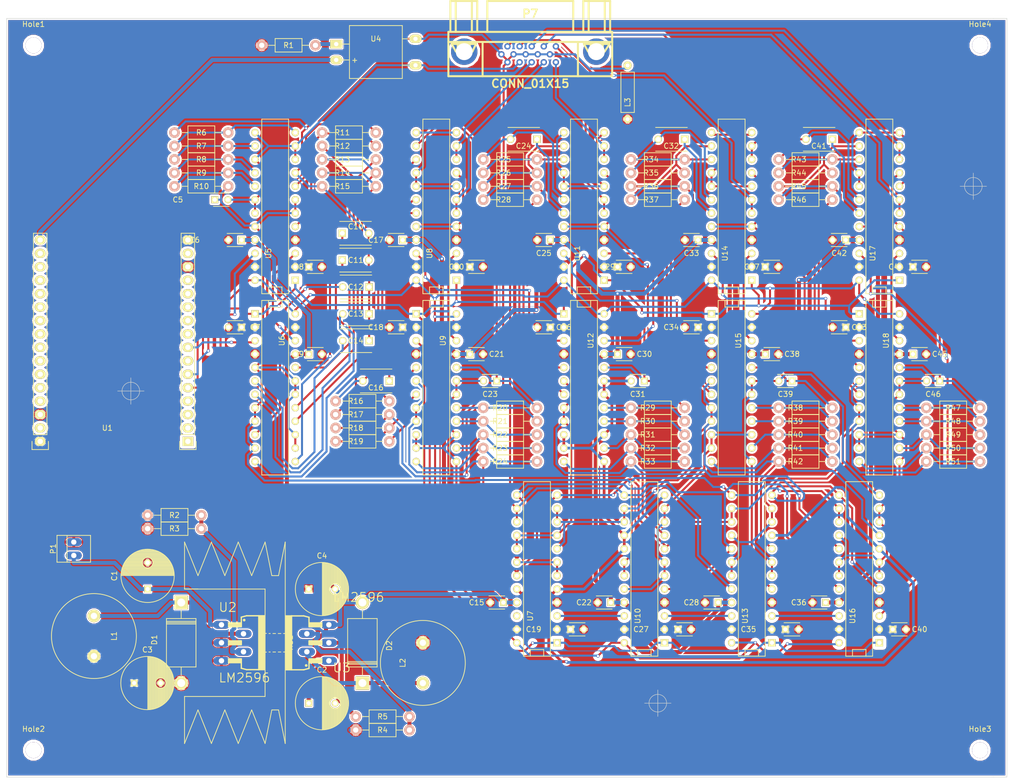
<source format=kicad_pcb>
(kicad_pcb (version 4) (host pcbnew 0.201505300414+5690~23~ubuntu15.04.1-product)
  (title_block (title "Ardu2 MAX395 Full Circuit") (date "Tue 26 May 2015") (rev 01) (company www.arduguitar.org))
  (layers (0 F.Cu_Audio.GND mixed) (31 B.Cu_SPI.VMinus mixed) (35 F.Paste user) (37 F.SilkS user) (39 F.Mask user) (44 Edge.Cuts user))
  (net 0 "")
  (net 1 /BATin)
  (net 2 GND)
  (net 3 /V-)
  (net 4 /V+)
  (net 5 /MIn+)
  (net 6 /OUT+)
  (net 7 "Net-(C10-Pad1)")
  (net 8 /MIn-)
  (net 9 "Net-(C11-Pad1)")
  (net 10 "Net-(C12-Pad2)")
  (net 11 "Net-(C13-Pad2)")
  (net 12 "Net-(C14-Pad2)")
  (net 13 "Net-(C16-Pad1)")
  (net 14 "Net-(C16-Pad2)")
  (net 15 "Net-(C23-Pad1)")
  (net 16 /DOut+)
  (net 17 "Net-(C24-Pad1)")
  (net 18 "Net-(C24-Pad2)")
  (net 19 "Net-(C31-Pad1)")
  (net 20 /BOut-)
  (net 21 "Net-(C32-Pad1)")
  (net 22 "Net-(C32-Pad2)")
  (net 23 "Net-(C39-Pad1)")
  (net 24 /BOut+)
  (net 25 "Net-(C41-Pad1)")
  (net 26 "Net-(C41-Pad2)")
  (net 27 "Net-(C46-Pad1)")
  (net 28 /AOut+)
  (net 29 "Net-(D1-Pad1)")
  (net 30 "Net-(D2-Pad1)")
  (net 31 /D-)
  (net 32 /D+)
  (net 33 /C-)
  (net 34 /C+)
  (net 35 /B-)
  (net 36 /B+)
  (net 37 /A-)
  (net 38 /A+)
  (net 39 "Net-(R1-Pad1)")
  (net 40 "Net-(R2-Pad2)")
  (net 41 "Net-(R4-Pad2)")
  (net 42 "Net-(R6-Pad2)")
  (net 43 "Net-(R7-Pad2)")
  (net 44 "Net-(R8-Pad2)")
  (net 45 "Net-(R10-Pad1)")
  (net 46 "Net-(R11-Pad1)")
  (net 47 "Net-(R11-Pad2)")
  (net 48 "Net-(R12-Pad1)")
  (net 49 "Net-(R13-Pad1)")
  (net 50 "Net-(R14-Pad1)")
  (net 51 "Net-(R16-Pad2)")
  (net 52 "Net-(R17-Pad2)")
  (net 53 "Net-(R18-Pad2)")
  (net 54 "Net-(R19-Pad2)")
  (net 55 "Net-(R20-Pad1)")
  (net 56 "Net-(R21-Pad1)")
  (net 57 "Net-(R22-Pad1)")
  (net 58 "Net-(R23-Pad1)")
  (net 59 /DOut-)
  (net 60 "Net-(R25-Pad2)")
  (net 61 "Net-(R26-Pad2)")
  (net 62 "Net-(R27-Pad2)")
  (net 63 "Net-(R28-Pad2)")
  (net 64 "Net-(R29-Pad1)")
  (net 65 "Net-(R30-Pad1)")
  (net 66 "Net-(R31-Pad1)")
  (net 67 "Net-(R32-Pad1)")
  (net 68 /COut-)
  (net 69 "Net-(R34-Pad2)")
  (net 70 "Net-(R35-Pad2)")
  (net 71 "Net-(R36-Pad2)")
  (net 72 "Net-(R37-Pad2)")
  (net 73 "Net-(R38-Pad1)")
  (net 74 "Net-(R39-Pad1)")
  (net 75 "Net-(R40-Pad1)")
  (net 76 "Net-(R41-Pad1)")
  (net 77 "Net-(R43-Pad2)")
  (net 78 "Net-(R44-Pad2)")
  (net 79 "Net-(R45-Pad2)")
  (net 80 "Net-(R46-Pad2)")
  (net 81 "Net-(R47-Pad1)")
  (net 82 "Net-(R48-Pad1)")
  (net 83 "Net-(R49-Pad1)")
  (net 84 "Net-(R50-Pad1)")
  (net 85 /AOut-)
  (net 86 "Net-(U5-Pad3)")
  (net 87 "Net-(U5-Pad22)")
  (net 88 "Net-(U10-Pad22)")
  (net 89 "Net-(U8-Pad3)")
  (net 90 "Net-(U8-Pad12)")
  (net 91 "Net-(U12-Pad3)")
  (net 92 "Net-(U10-Pad3)")
  (net 93 "Net-(U11-Pad3)")
  (net 94 "Net-(U11-Pad12)")
  (net 95 "Net-(U11-Pad22)")
  (net 96 "Net-(U13-Pad3)")
  (net 97 "Net-(U14-Pad3)")
  (net 98 "Net-(U14-Pad12)")
  (net 99 "Net-(U14-Pad22)")
  (net 100 "Net-(U16-Pad3)")
  (net 101 "Net-(U17-Pad3)")
  (net 102 "Net-(U17-Pad12)")
  (net 103 "Net-(U1-Pad8)")
  (net 104 /CLK)
  (net 105 /CS)
  (net 106 /ShuntControl)
  (net 107 /COut+)
  (module Mounting_Holes:MountingHole_3mm (layer F.Cu_Audio.GND) (at 246.38 22.86)
    (fp_text reference Hole4 (at 0 -4.0005) (layer F.SilkS))
    (fp_text value MountingHole_3mm)
    (pad 1 thru_hole circle (at 0 0) (size 3 3) (drill 3) (layers))
  )
  (module Capacitors_ThroughHole:C_Radial_D10_L16_P5 (layer F.Cu_Audio.GND) (at 88.9 125.73 90)
    (fp_text reference C1 (at 2.5 -6.3 90) (layer F.SilkS))
    (fp_text value 470µF)
    (pad 1 thru_hole rect (at 0 0 90) (size 1.3 1.3) (drill 0.8) (layers *.Cu *.Mask F.SilkS) (net 1 /BATin))
    (pad 2 thru_hole circle (at 5 0 90) (size 1.3 1.3) (drill 0.8) (layers *.Cu *.Mask F.SilkS) (net 2 GND))
  )
  (module Capacitors_ThroughHole:C_Radial_D10_L16_P5 (layer F.Cu_Audio.GND) (at 119.38 147.32)
    (fp_text reference C2 (at 2.5 -6.3) (layer F.SilkS))
    (fp_text value 220µF)
    (pad 1 thru_hole rect (at 0 0) (size 1.3 1.3) (drill 0.8) (layers *.Cu *.Mask F.SilkS) (net 1 /BATin))
    (pad 2 thru_hole circle (at 5 0) (size 1.3 1.3) (drill 0.8) (layers *.Cu *.Mask F.SilkS) (net 3 /V-))
  )
  (module Capacitors_ThroughHole:C_Radial_D10_L16_P5 (layer F.Cu_Audio.GND) (at 86.36 143.51)
    (fp_text reference C3 (at 2.5 -6.3) (layer F.SilkS))
    (fp_text value 220µF)
    (pad 1 thru_hole rect (at 0 0) (size 1.3 1.3) (drill 0.8) (layers *.Cu *.Mask F.SilkS) (net 4 /V+))
    (pad 2 thru_hole circle (at 5 0) (size 1.3 1.3) (drill 0.8) (layers *.Cu *.Mask F.SilkS) (net 2 GND))
  )
  (module Capacitors_ThroughHole:C_Radial_D10_L16_P5 (layer F.Cu_Audio.GND) (at 119.38 125.73)
    (fp_text reference C4 (at 2.5 -6.3) (layer F.SilkS))
    (fp_text value 470µF)
    (pad 1 thru_hole rect (at 0 0) (size 1.3 1.3) (drill 0.8) (layers *.Cu *.Mask F.SilkS) (net 2 GND))
    (pad 2 thru_hole circle (at 5 0) (size 1.3 1.3) (drill 0.8) (layers *.Cu *.Mask F.SilkS) (net 3 /V-))
  )
  (module Capacitors_ThroughHole:C_Disc_D3_P2.5 (layer F.Cu_Audio.GND) (at 101.6 52.07)
    (fp_text reference C5 (at -6.985 0) (layer F.SilkS))
    (fp_text value 180pF)
    (pad 1 thru_hole rect (at 0 0) (size 1.3 1.3) (drill 0.8) (layers *.Cu *.Mask F.SilkS) (net 5 /MIn+))
    (pad 2 thru_hole circle (at 2.5 0) (size 1.3 1.3) (drill 0.8001) (layers *.Cu *.Mask F.SilkS) (net 6 /OUT+))
  )
  (module Capacitors_ThroughHole:C_Disc_D3_P2.5 (layer F.Cu_Audio.GND) (at 106.68 59.69 180)
    (fp_text reference C6 (at 8.89 0 180) (layer F.SilkS))
    (fp_text value 100nF)
    (pad 1 thru_hole rect (at 0 0 180) (size 1.3 1.3) (drill 0.8) (layers *.Cu *.Mask F.SilkS) (net 3 /V-))
    (pad 2 thru_hole circle (at 2.5 0 180) (size 1.3 1.3) (drill 0.8001) (layers *.Cu *.Mask F.SilkS) (net 2 GND))
  )
  (module Capacitors_ThroughHole:C_Disc_D3_P2.5 (layer F.Cu_Audio.GND) (at 106.68 76.2 180)
    (fp_text reference C7 (at -2.54 0 180) (layer F.SilkS))
    (fp_text value 100nF)
    (pad 1 thru_hole rect (at 0 0 180) (size 1.3 1.3) (drill 0.8) (layers *.Cu *.Mask F.SilkS) (net 4 /V+))
    (pad 2 thru_hole circle (at 2.5 0 180) (size 1.3 1.3) (drill 0.8001) (layers *.Cu *.Mask F.SilkS) (net 2 GND))
  )
  (module Capacitors_ThroughHole:C_Disc_D3_P2.5 (layer F.Cu_Audio.GND) (at 119.38 64.77)
    (fp_text reference C8 (at -1.905 0) (layer F.SilkS))
    (fp_text value 100nF)
    (pad 1 thru_hole rect (at 0 0) (size 1.3 1.3) (drill 0.8) (layers *.Cu *.Mask F.SilkS) (net 4 /V+))
    (pad 2 thru_hole circle (at 2.5 0) (size 1.3 1.3) (drill 0.8001) (layers *.Cu *.Mask F.SilkS) (net 2 GND))
  )
  (module Capacitors_ThroughHole:C_Disc_D3_P2.5 (layer F.Cu_Audio.GND) (at 119.38 81.28)
    (fp_text reference C9 (at -1.905 0) (layer F.SilkS))
    (fp_text value 100nF)
    (pad 1 thru_hole rect (at 0 0) (size 1.3 1.3) (drill 0.8) (layers *.Cu *.Mask F.SilkS) (net 3 /V-))
    (pad 2 thru_hole circle (at 2.5 0) (size 1.3 1.3) (drill 0.8001) (layers *.Cu *.Mask F.SilkS) (net 2 GND))
  )
  (module Capacitors_ThroughHole:C_Disc_D6_P5 (layer F.Cu_Audio.GND) (at 125.73 58.42)
    (fp_text reference C10 (at 2.54 -1.27) (layer F.SilkS))
    (fp_text value 10nF)
    (pad 1 thru_hole rect (at 0 0) (size 1.4 1.4) (drill 0.9) (layers *.Cu *.Mask F.SilkS) (net 7 "Net-(C10-Pad1)"))
    (pad 2 thru_hole circle (at 5 0) (size 1.4 1.4) (drill 0.9) (layers *.Cu *.Mask F.SilkS) (net 8 /MIn-))
  )
  (module Capacitors_ThroughHole:C_Disc_D6_P5 (layer F.Cu_Audio.GND) (at 125.73 63.5)
    (fp_text reference C11 (at 2.54 0) (layer F.SilkS))
    (fp_text value 6.8nF)
    (pad 1 thru_hole rect (at 0 0) (size 1.4 1.4) (drill 0.9) (layers *.Cu *.Mask F.SilkS) (net 9 "Net-(C11-Pad1)"))
    (pad 2 thru_hole circle (at 5 0) (size 1.4 1.4) (drill 0.9) (layers *.Cu *.Mask F.SilkS) (net 8 /MIn-))
  )
  (module Capacitors_ThroughHole:C_Disc_D6_P5 (layer F.Cu_Audio.GND) (at 130.81 68.58 180)
    (fp_text reference C12 (at 2.54 0 180) (layer F.SilkS))
    (fp_text value 4.7nF)
    (pad 1 thru_hole rect (at 0 0 180) (size 1.4 1.4) (drill 0.9) (layers *.Cu *.Mask F.SilkS) (net 8 /MIn-))
    (pad 2 thru_hole circle (at 5 0 180) (size 1.4 1.4) (drill 0.9) (layers *.Cu *.Mask F.SilkS) (net 10 "Net-(C12-Pad2)"))
  )
  (module Capacitors_ThroughHole:C_Disc_D6_P5 (layer F.Cu_Audio.GND) (at 130.81 73.66 180)
    (fp_text reference C13 (at 2.54 0 180) (layer F.SilkS))
    (fp_text value 2.2nF)
    (pad 1 thru_hole rect (at 0 0 180) (size 1.4 1.4) (drill 0.9) (layers *.Cu *.Mask F.SilkS) (net 8 /MIn-))
    (pad 2 thru_hole circle (at 5 0 180) (size 1.4 1.4) (drill 0.9) (layers *.Cu *.Mask F.SilkS) (net 11 "Net-(C13-Pad2)"))
  )
  (module Capacitors_ThroughHole:C_Disc_D6_P5 (layer F.Cu_Audio.GND) (at 130.81 78.74 180)
    (fp_text reference C14 (at 2.54 0 180) (layer F.SilkS))
    (fp_text value 1nF)
    (pad 1 thru_hole rect (at 0 0 180) (size 1.4 1.4) (drill 0.9) (layers *.Cu *.Mask F.SilkS) (net 8 /MIn-))
    (pad 2 thru_hole circle (at 5 0 180) (size 1.4 1.4) (drill 0.9) (layers *.Cu *.Mask F.SilkS) (net 12 "Net-(C14-Pad2)"))
  )
  (module Capacitors_ThroughHole:C_Disc_D3_P2.5 (layer F.Cu_Audio.GND) (at 156.21 128.27 180)
    (fp_text reference C15 (at 5.08 0 180) (layer F.SilkS))
    (fp_text value 100nF)
    (pad 1 thru_hole rect (at 0 0 180) (size 1.3 1.3) (drill 0.8) (layers *.Cu *.Mask F.SilkS) (net 3 /V-))
    (pad 2 thru_hole circle (at 2.5 0 180) (size 1.3 1.3) (drill 0.8001) (layers *.Cu *.Mask F.SilkS) (net 2 GND))
  )
  (module Capacitors_ThroughHole:C_Disc_D6_P5 (layer F.Cu_Audio.GND) (at 134.62 86.36 180)
    (fp_text reference C16 (at 2.54 -1.27 180) (layer F.SilkS))
    (fp_text value 10nF)
    (pad 1 thru_hole rect (at 0 0 180) (size 1.4 1.4) (drill 0.9) (layers *.Cu *.Mask F.SilkS) (net 13 "Net-(C16-Pad1)"))
    (pad 2 thru_hole circle (at 5 0 180) (size 1.4 1.4) (drill 0.9) (layers *.Cu *.Mask F.SilkS) (net 14 "Net-(C16-Pad2)"))
  )
  (module Capacitors_ThroughHole:C_Disc_D3_P2.5 (layer F.Cu_Audio.GND) (at 137.16 59.69 180)
    (fp_text reference C17 (at 5.08 0 180) (layer F.SilkS))
    (fp_text value 100nF)
    (pad 1 thru_hole rect (at 0 0 180) (size 1.3 1.3) (drill 0.8) (layers *.Cu *.Mask F.SilkS) (net 3 /V-))
    (pad 2 thru_hole circle (at 2.5 0 180) (size 1.3 1.3) (drill 0.8001) (layers *.Cu *.Mask F.SilkS) (net 2 GND))
  )
  (module Capacitors_ThroughHole:C_Disc_D3_P2.5 (layer F.Cu_Audio.GND) (at 137.16 76.2 180)
    (fp_text reference C18 (at 5.08 0 180) (layer F.SilkS))
    (fp_text value 100nF)
    (pad 1 thru_hole rect (at 0 0 180) (size 1.3 1.3) (drill 0.8) (layers *.Cu *.Mask F.SilkS) (net 4 /V+))
    (pad 2 thru_hole circle (at 2.5 0 180) (size 1.3 1.3) (drill 0.8001) (layers *.Cu *.Mask F.SilkS) (net 2 GND))
  )
  (module Capacitors_ThroughHole:C_Disc_D3_P2.5 (layer F.Cu_Audio.GND) (at 168.91 133.35)
    (fp_text reference C19 (at -6.985 0) (layer F.SilkS))
    (fp_text value 100nF)
    (pad 1 thru_hole rect (at 0 0) (size 1.3 1.3) (drill 0.8) (layers *.Cu *.Mask F.SilkS) (net 4 /V+))
    (pad 2 thru_hole circle (at 2.5 0) (size 1.3 1.3) (drill 0.8001) (layers *.Cu *.Mask F.SilkS) (net 2 GND))
  )
  (module Capacitors_ThroughHole:C_Disc_D3_P2.5 (layer F.Cu_Audio.GND) (at 149.86 64.77)
    (fp_text reference C20 (at -2.54 0) (layer F.SilkS))
    (fp_text value 100nF)
    (pad 1 thru_hole rect (at 0 0) (size 1.3 1.3) (drill 0.8) (layers *.Cu *.Mask F.SilkS) (net 4 /V+))
    (pad 2 thru_hole circle (at 2.5 0) (size 1.3 1.3) (drill 0.8001) (layers *.Cu *.Mask F.SilkS) (net 2 GND))
  )
  (module Capacitors_ThroughHole:C_Disc_D3_P2.5 (layer F.Cu_Audio.GND) (at 149.86 81.28)
    (fp_text reference C21 (at 5.08 0) (layer F.SilkS))
    (fp_text value 100nF)
    (pad 1 thru_hole rect (at 0 0) (size 1.3 1.3) (drill 0.8) (layers *.Cu *.Mask F.SilkS) (net 3 /V-))
    (pad 2 thru_hole circle (at 2.5 0) (size 1.3 1.3) (drill 0.8001) (layers *.Cu *.Mask F.SilkS) (net 2 GND))
  )
  (module Capacitors_ThroughHole:C_Disc_D3_P2.5 (layer F.Cu_Audio.GND) (at 176.53 128.27 180)
    (fp_text reference C22 (at 5.08 0 180) (layer F.SilkS))
    (fp_text value 100nF)
    (pad 1 thru_hole rect (at 0 0 180) (size 1.3 1.3) (drill 0.8) (layers *.Cu *.Mask F.SilkS) (net 3 /V-))
    (pad 2 thru_hole circle (at 2.5 0 180) (size 1.3 1.3) (drill 0.8001) (layers *.Cu *.Mask F.SilkS) (net 2 GND))
  )
  (module Capacitors_ThroughHole:C_Disc_D3_P2.5 (layer F.Cu_Audio.GND) (at 154.94 86.36 180)
    (fp_text reference C23 (at 1.25 -2.5 180) (layer F.SilkS))
    (fp_text value 180pF)
    (pad 1 thru_hole rect (at 0 0 180) (size 1.3 1.3) (drill 0.8) (layers *.Cu *.Mask F.SilkS) (net 15 "Net-(C23-Pad1)"))
    (pad 2 thru_hole circle (at 2.5 0 180) (size 1.3 1.3) (drill 0.8001) (layers *.Cu *.Mask F.SilkS) (net 16 /DOut+))
  )
  (module Capacitors_ThroughHole:C_Disc_D6_P5 (layer F.Cu_Audio.GND) (at 162.56 40.64 180)
    (fp_text reference C24 (at 2.54 -1.27 180) (layer F.SilkS))
    (fp_text value 10nF)
    (pad 1 thru_hole rect (at 0 0 180) (size 1.4 1.4) (drill 0.9) (layers *.Cu *.Mask F.SilkS) (net 17 "Net-(C24-Pad1)"))
    (pad 2 thru_hole circle (at 5 0 180) (size 1.4 1.4) (drill 0.9) (layers *.Cu *.Mask F.SilkS) (net 18 "Net-(C24-Pad2)"))
  )
  (module Capacitors_ThroughHole:C_Disc_D3_P2.5 (layer F.Cu_Audio.GND) (at 165.1 59.69 180)
    (fp_text reference C25 (at 1.25 -2.5 180) (layer F.SilkS))
    (fp_text value 100nF)
    (pad 1 thru_hole rect (at 0 0 180) (size 1.3 1.3) (drill 0.8) (layers *.Cu *.Mask F.SilkS) (net 3 /V-))
    (pad 2 thru_hole circle (at 2.5 0 180) (size 1.3 1.3) (drill 0.8001) (layers *.Cu *.Mask F.SilkS) (net 2 GND))
  )
  (module Capacitors_ThroughHole:C_Disc_D3_P2.5 (layer F.Cu_Audio.GND) (at 165.1 76.2 180)
    (fp_text reference C26 (at -2.54 0 180) (layer F.SilkS))
    (fp_text value 100nF)
    (pad 1 thru_hole rect (at 0 0 180) (size 1.3 1.3) (drill 0.8) (layers *.Cu *.Mask F.SilkS) (net 4 /V+))
    (pad 2 thru_hole circle (at 2.5 0 180) (size 1.3 1.3) (drill 0.8001) (layers *.Cu *.Mask F.SilkS) (net 2 GND))
  )
  (module Capacitors_ThroughHole:C_Disc_D3_P2.5 (layer F.Cu_Audio.GND) (at 189.23 133.35)
    (fp_text reference C27 (at -6.985 0) (layer F.SilkS))
    (fp_text value 100nF)
    (pad 1 thru_hole rect (at 0 0) (size 1.3 1.3) (drill 0.8) (layers *.Cu *.Mask F.SilkS) (net 4 /V+))
    (pad 2 thru_hole circle (at 2.5 0) (size 1.3 1.3) (drill 0.8001) (layers *.Cu *.Mask F.SilkS) (net 2 GND))
  )
  (module Capacitors_ThroughHole:C_Disc_D3_P2.5 (layer F.Cu_Audio.GND) (at 196.85 128.27 180)
    (fp_text reference C28 (at 5.08 0 180) (layer F.SilkS))
    (fp_text value 100nF)
    (pad 1 thru_hole rect (at 0 0 180) (size 1.3 1.3) (drill 0.8) (layers *.Cu *.Mask F.SilkS) (net 3 /V-))
    (pad 2 thru_hole circle (at 2.5 0 180) (size 1.3 1.3) (drill 0.8001) (layers *.Cu *.Mask F.SilkS) (net 2 GND))
  )
  (module Capacitors_ThroughHole:C_Disc_D3_P2.5 (layer F.Cu_Audio.GND) (at 177.8 64.77)
    (fp_text reference C29 (at -1.905 0) (layer F.SilkS))
    (fp_text value 100nF)
    (pad 1 thru_hole rect (at 0 0) (size 1.3 1.3) (drill 0.8) (layers *.Cu *.Mask F.SilkS) (net 4 /V+))
    (pad 2 thru_hole circle (at 2.5 0) (size 1.3 1.3) (drill 0.8001) (layers *.Cu *.Mask F.SilkS) (net 2 GND))
  )
  (module Capacitors_ThroughHole:C_Disc_D3_P2.5 (layer F.Cu_Audio.GND) (at 177.8 81.28)
    (fp_text reference C30 (at 5.08 0) (layer F.SilkS))
    (fp_text value 100nF)
    (pad 1 thru_hole rect (at 0 0) (size 1.3 1.3) (drill 0.8) (layers *.Cu *.Mask F.SilkS) (net 3 /V-))
    (pad 2 thru_hole circle (at 2.5 0) (size 1.3 1.3) (drill 0.8001) (layers *.Cu *.Mask F.SilkS) (net 2 GND))
  )
  (module Capacitors_ThroughHole:C_Disc_D3_P2.5 (layer F.Cu_Audio.GND) (at 182.88 86.36 180)
    (fp_text reference C31 (at 1.25 -2.5 180) (layer F.SilkS))
    (fp_text value 180pF)
    (pad 1 thru_hole rect (at 0 0 180) (size 1.3 1.3) (drill 0.8) (layers *.Cu *.Mask F.SilkS) (net 19 "Net-(C31-Pad1)"))
    (pad 2 thru_hole circle (at 2.5 0 180) (size 1.3 1.3) (drill 0.8001) (layers *.Cu *.Mask F.SilkS) (net 107 /COut+))
  )
  (module Capacitors_ThroughHole:C_Disc_D6_P5 (layer F.Cu_Audio.GND) (at 190.5 40.64 180)
    (fp_text reference C32 (at 2.54 -1.27 180) (layer F.SilkS))
    (fp_text value 10nF)
    (pad 1 thru_hole rect (at 0 0 180) (size 1.4 1.4) (drill 0.9) (layers *.Cu *.Mask F.SilkS) (net 21 "Net-(C32-Pad1)"))
    (pad 2 thru_hole circle (at 5 0 180) (size 1.4 1.4) (drill 0.9) (layers *.Cu *.Mask F.SilkS) (net 22 "Net-(C32-Pad2)"))
  )
  (module Capacitors_ThroughHole:C_Disc_D3_P2.5 (layer F.Cu_Audio.GND) (at 193.04 59.69 180)
    (fp_text reference C33 (at 1.25 -2.5 180) (layer F.SilkS))
    (fp_text value 100nF)
    (pad 1 thru_hole rect (at 0 0 180) (size 1.3 1.3) (drill 0.8) (layers *.Cu *.Mask F.SilkS) (net 3 /V-))
    (pad 2 thru_hole circle (at 2.5 0 180) (size 1.3 1.3) (drill 0.8001) (layers *.Cu *.Mask F.SilkS) (net 2 GND))
  )
  (module Capacitors_ThroughHole:C_Disc_D3_P2.5 (layer F.Cu_Audio.GND) (at 193.04 76.2 180)
    (fp_text reference C34 (at 5.08 0 180) (layer F.SilkS))
    (fp_text value 100nF)
    (pad 1 thru_hole rect (at 0 0 180) (size 1.3 1.3) (drill 0.8) (layers *.Cu *.Mask F.SilkS) (net 4 /V+))
    (pad 2 thru_hole circle (at 2.5 0 180) (size 1.3 1.3) (drill 0.8001) (layers *.Cu *.Mask F.SilkS) (net 2 GND))
  )
  (module Capacitors_ThroughHole:C_Disc_D3_P2.5 (layer F.Cu_Audio.GND) (at 209.55 133.35)
    (fp_text reference C35 (at -6.985 0) (layer F.SilkS))
    (fp_text value 100nF)
    (pad 1 thru_hole rect (at 0 0) (size 1.3 1.3) (drill 0.8) (layers *.Cu *.Mask F.SilkS) (net 4 /V+))
    (pad 2 thru_hole circle (at 2.5 0) (size 1.3 1.3) (drill 0.8001) (layers *.Cu *.Mask F.SilkS) (net 2 GND))
  )
  (module Capacitors_ThroughHole:C_Disc_D3_P2.5 (layer F.Cu_Audio.GND) (at 217.17 128.27 180)
    (fp_text reference C36 (at 5.08 0 180) (layer F.SilkS))
    (fp_text value 100nF)
    (pad 1 thru_hole rect (at 0 0 180) (size 1.3 1.3) (drill 0.8) (layers *.Cu *.Mask F.SilkS) (net 3 /V-))
    (pad 2 thru_hole circle (at 2.5 0 180) (size 1.3 1.3) (drill 0.8001) (layers *.Cu *.Mask F.SilkS) (net 2 GND))
  )
  (module Capacitors_ThroughHole:C_Disc_D3_P2.5 (layer F.Cu_Audio.GND) (at 205.74 64.77)
    (fp_text reference C37 (at -2.54 0) (layer F.SilkS))
    (fp_text value 100nF)
    (pad 1 thru_hole rect (at 0 0) (size 1.3 1.3) (drill 0.8) (layers *.Cu *.Mask F.SilkS) (net 4 /V+))
    (pad 2 thru_hole circle (at 2.5 0) (size 1.3 1.3) (drill 0.8001) (layers *.Cu *.Mask F.SilkS) (net 2 GND))
  )
  (module Capacitors_ThroughHole:C_Disc_D3_P2.5 (layer F.Cu_Audio.GND) (at 205.74 81.28)
    (fp_text reference C38 (at 5.08 0) (layer F.SilkS))
    (fp_text value 100nF)
    (pad 1 thru_hole rect (at 0 0) (size 1.3 1.3) (drill 0.8) (layers *.Cu *.Mask F.SilkS) (net 3 /V-))
    (pad 2 thru_hole circle (at 2.5 0) (size 1.3 1.3) (drill 0.8001) (layers *.Cu *.Mask F.SilkS) (net 2 GND))
  )
  (module Capacitors_ThroughHole:C_Disc_D3_P2.5 (layer F.Cu_Audio.GND) (at 210.82 86.36 180)
    (fp_text reference C39 (at 1.25 -2.5 180) (layer F.SilkS))
    (fp_text value 180pF)
    (pad 1 thru_hole rect (at 0 0 180) (size 1.3 1.3) (drill 0.8) (layers *.Cu *.Mask F.SilkS) (net 23 "Net-(C39-Pad1)"))
    (pad 2 thru_hole circle (at 2.5 0 180) (size 1.3 1.3) (drill 0.8001) (layers *.Cu *.Mask F.SilkS) (net 24 /BOut+))
  )
  (module Capacitors_ThroughHole:C_Disc_D3_P2.5 (layer F.Cu_Audio.GND) (at 229.87 133.35)
    (fp_text reference C40 (at 5.08 0) (layer F.SilkS))
    (fp_text value 100nF)
    (pad 1 thru_hole rect (at 0 0) (size 1.3 1.3) (drill 0.8) (layers *.Cu *.Mask F.SilkS) (net 4 /V+))
    (pad 2 thru_hole circle (at 2.5 0) (size 1.3 1.3) (drill 0.8001) (layers *.Cu *.Mask F.SilkS) (net 2 GND))
  )
  (module Capacitors_ThroughHole:C_Disc_D6_P5 (layer F.Cu_Audio.GND) (at 218.44 40.64 180)
    (fp_text reference C41 (at 2.54 -1.27 180) (layer F.SilkS))
    (fp_text value 10nF)
    (pad 1 thru_hole rect (at 0 0 180) (size 1.4 1.4) (drill 0.9) (layers *.Cu *.Mask F.SilkS) (net 25 "Net-(C41-Pad1)"))
    (pad 2 thru_hole circle (at 5 0 180) (size 1.4 1.4) (drill 0.9) (layers *.Cu *.Mask F.SilkS) (net 26 "Net-(C41-Pad2)"))
  )
  (module Capacitors_ThroughHole:C_Disc_D3_P2.5 (layer F.Cu_Audio.GND) (at 220.98 59.69 180)
    (fp_text reference C42 (at 1.25 -2.5 180) (layer F.SilkS))
    (fp_text value 100nF)
    (pad 1 thru_hole rect (at 0 0 180) (size 1.3 1.3) (drill 0.8) (layers *.Cu *.Mask F.SilkS) (net 3 /V-))
    (pad 2 thru_hole circle (at 2.5 0 180) (size 1.3 1.3) (drill 0.8001) (layers *.Cu *.Mask F.SilkS) (net 2 GND))
  )
  (module Capacitors_ThroughHole:C_Disc_D3_P2.5 (layer F.Cu_Audio.GND) (at 220.98 76.2 180)
    (fp_text reference C43 (at -2.54 0 180) (layer F.SilkS))
    (fp_text value 100nF)
    (pad 1 thru_hole rect (at 0 0 180) (size 1.3 1.3) (drill 0.8) (layers *.Cu *.Mask F.SilkS) (net 4 /V+))
    (pad 2 thru_hole circle (at 2.5 0 180) (size 1.3 1.3) (drill 0.8001) (layers *.Cu *.Mask F.SilkS) (net 2 GND))
  )
  (module Capacitors_ThroughHole:C_Disc_D3_P2.5 (layer F.Cu_Audio.GND) (at 233.68 64.77)
    (fp_text reference C44 (at -3.175 0) (layer F.SilkS))
    (fp_text value 100nF)
    (pad 1 thru_hole rect (at 0 0) (size 1.3 1.3) (drill 0.8) (layers *.Cu *.Mask F.SilkS) (net 4 /V+))
    (pad 2 thru_hole circle (at 2.5 0) (size 1.3 1.3) (drill 0.8001) (layers *.Cu *.Mask F.SilkS) (net 2 GND))
  )
  (module Capacitors_ThroughHole:C_Disc_D3_P2.5 (layer F.Cu_Audio.GND) (at 233.68 81.28)
    (fp_text reference C45 (at 5.08 0) (layer F.SilkS))
    (fp_text value 100nF)
    (pad 1 thru_hole rect (at 0 0) (size 1.3 1.3) (drill 0.8) (layers *.Cu *.Mask F.SilkS) (net 3 /V-))
    (pad 2 thru_hole circle (at 2.5 0) (size 1.3 1.3) (drill 0.8001) (layers *.Cu *.Mask F.SilkS) (net 2 GND))
  )
  (module Capacitors_ThroughHole:C_Disc_D3_P2.5 (layer F.Cu_Audio.GND) (at 238.76 86.36 180)
    (fp_text reference C46 (at 1.25 -2.5 180) (layer F.SilkS))
    (fp_text value 180pF)
    (pad 1 thru_hole rect (at 0 0 180) (size 1.3 1.3) (drill 0.8) (layers *.Cu *.Mask F.SilkS) (net 27 "Net-(C46-Pad1)"))
    (pad 2 thru_hole circle (at 2.5 0 180) (size 1.3 1.3) (drill 0.8001) (layers *.Cu *.Mask F.SilkS) (net 28 /AOut+))
  )
  (module Diodes_ThroughHole:Diode_DO-201AD_Horizontal_RM15 (layer F.Cu_Audio.GND) (at 95.25 128.27 270)
    (fp_text reference D1 (at 7.06722 5.07704 270) (layer F.SilkS))
    (fp_text value 1N5401)
    (pad 2 thru_hole circle (at 15.24122 -0.00296 90) (size 2.54 2.54) (drill 1.50114) (layers *.Cu *.Mask F.SilkS) (net 2 GND))
    (pad 1 thru_hole rect (at 0.00122 -0.00296 90) (size 2.54 2.54) (drill 1.50114) (layers *.Cu *.Mask F.SilkS) (net 29 "Net-(D1-Pad1)"))
  )
  (module Diodes_ThroughHole:Diode_DO-201AD_Horizontal_RM15 (layer F.Cu_Audio.GND) (at 129.54 143.51 90)
    (fp_text reference D2 (at 7.06722 5.07704 90) (layer F.SilkS))
    (fp_text value 1N5401)
    (pad 2 thru_hole circle (at 15.24122 -0.00296 270) (size 2.54 2.54) (drill 1.50114) (layers *.Cu *.Mask F.SilkS) (net 3 /V-))
    (pad 1 thru_hole rect (at 0.00122 -0.00296 270) (size 2.54 2.54) (drill 1.50114) (layers *.Cu *.Mask F.SilkS) (net 30 "Net-(D2-Pad1)"))
  )
  (module 330L:330L-Q9N_Inductor (layer F.Cu_Audio.GND) (at 78.74 134.62 270)
    (fp_text reference L1 (at 0 -3.81 270) (layer F.SilkS))
    (fp_text value INDUCTOR)
    (pad 1 thru_hole circle (at -3.81 0 270) (size 2.4 2.4) (drill 1.2) (layers *.Cu *.Mask F.SilkS) (net 29 "Net-(D1-Pad1)"))
    (pad 2 thru_hole circle (at 3.81 0 270) (size 2.4 2.4) (drill 1.2) (layers *.Cu *.Mask F.SilkS) (net 4 /V+))
  )
  (module 330L:330L-Q9N_Inductor (layer F.Cu_Audio.GND) (at 140.97 139.7 90)
    (fp_text reference L2 (at 0 -3.81 90) (layer F.SilkS))
    (fp_text value INDUCTOR)
    (pad 1 thru_hole circle (at -3.81 0 90) (size 2.4 2.4) (drill 1.2) (layers *.Cu *.Mask F.SilkS) (net 30 "Net-(D2-Pad1)"))
    (pad 2 thru_hole circle (at 3.81 0 90) (size 2.4 2.4) (drill 1.2) (layers *.Cu *.Mask F.SilkS) (net 2 GND))
  )
  (module 330L:Inductor (layer F.Cu_Audio.GND) (at 179.705 31.75 90)
    (fp_text reference L3 (at -1.905 0 90) (layer F.SilkS))
    (fp_text value 1mH)
    (pad 1 thru_hole circle (at -5.08 0 90) (size 1.524 1.524) (drill 0.762) (layers *.Cu *.Mask F.SilkS) (net 2 GND))
    (pad 2 thru_hole circle (at 5.08 0 90) (size 1.524 1.524) (drill 0.762) (layers *.Cu *.Mask F.SilkS) (net 8 /MIn-))
  )
  (module Connect:PINHEAD1-2 (layer F.Cu_Audio.GND) (at 74.93 118.11 90)
    (fp_text reference P1 (at 0 -3.9 90) (layer F.SilkS))
    (fp_text value CONN_01X02)
    (pad 1 thru_hole oval (at -1.27 0 90) (size 1.50622 3.01498) (drill 0.99822) (layers *.Cu *.Mask) (net 1 /BATin))
    (pad 2 thru_hole oval (at 1.27 0 90) (size 1.50622 3.01498) (drill 0.99822) (layers *.Cu *.Mask) (net 2 GND))
  )
  (module Resistors_ThroughHole:Resistor_Horizontal_RM10mm (layer F.Cu_Audio.GND) (at 115.57 22.86 180)
    (fp_text reference R1 (at 0 0 180) (layer F.SilkS))
    (fp_text value 220)
    (pad 1 thru_hole circle (at -5.08 0 180) (size 1.99898 1.99898) (drill 1.00076) (layers *.Cu *.SilkS *.Mask) (net 39 "Net-(R1-Pad1)"))
    (pad 2 thru_hole circle (at 5.08 0 180) (size 1.99898 1.99898) (drill 1.00076) (layers *.Cu *.SilkS *.Mask) (net 2 GND))
  )
  (module Resistors_ThroughHole:Resistor_Horizontal_RM10mm (layer F.Cu_Audio.GND) (at 93.98 111.76)
    (fp_text reference R2 (at 0 0) (layer F.SilkS))
    (fp_text value 1K)
    (pad 1 thru_hole circle (at -5.08 0) (size 1.99898 1.99898) (drill 1.00076) (layers *.Cu *.SilkS *.Mask) (net 4 /V+))
    (pad 2 thru_hole circle (at 5.08 0) (size 1.99898 1.99898) (drill 1.00076) (layers *.Cu *.SilkS *.Mask) (net 40 "Net-(R2-Pad2)"))
  )
  (module Resistors_ThroughHole:Resistor_Horizontal_RM10mm (layer F.Cu_Audio.GND) (at 93.98 114.3 180)
    (fp_text reference R3 (at 0 0 180) (layer F.SilkS))
    (fp_text value 330)
    (pad 1 thru_hole circle (at -5.08 0 180) (size 1.99898 1.99898) (drill 1.00076) (layers *.Cu *.SilkS *.Mask) (net 40 "Net-(R2-Pad2)"))
    (pad 2 thru_hole circle (at 5.08 0 180) (size 1.99898 1.99898) (drill 1.00076) (layers *.Cu *.SilkS *.Mask) (net 2 GND))
  )
  (module Resistors_ThroughHole:Resistor_Horizontal_RM10mm (layer F.Cu_Audio.GND) (at 133.35 152.4)
    (fp_text reference R4 (at 0 0) (layer F.SilkS))
    (fp_text value 1K)
    (pad 1 thru_hole circle (at -5.08 0) (size 1.99898 1.99898) (drill 1.00076) (layers *.Cu *.SilkS *.Mask) (net 2 GND))
    (pad 2 thru_hole circle (at 5.08 0) (size 1.99898 1.99898) (drill 1.00076) (layers *.Cu *.SilkS *.Mask) (net 41 "Net-(R4-Pad2)"))
  )
  (module Resistors_ThroughHole:Resistor_Horizontal_RM10mm (layer F.Cu_Audio.GND) (at 133.35 149.86 180)
    (fp_text reference R5 (at 0 0 180) (layer F.SilkS))
    (fp_text value 330)
    (pad 1 thru_hole circle (at -5.08 0 180) (size 1.99898 1.99898) (drill 1.00076) (layers *.Cu *.SilkS *.Mask) (net 41 "Net-(R4-Pad2)"))
    (pad 2 thru_hole circle (at 5.08 0 180) (size 1.99898 1.99898) (drill 1.00076) (layers *.Cu *.SilkS *.Mask) (net 3 /V-))
  )
  (module Resistors_ThroughHole:Resistor_Horizontal_RM10mm (layer F.Cu_Audio.GND) (at 99.06 39.37)
    (fp_text reference R6 (at 0 0) (layer F.SilkS))
    (fp_text value 100K)
    (pad 1 thru_hole circle (at -5.08 0) (size 1.99898 1.99898) (drill 1.00076) (layers *.Cu *.SilkS *.Mask) (net 8 /MIn-))
    (pad 2 thru_hole circle (at 5.08 0) (size 1.99898 1.99898) (drill 1.00076) (layers *.Cu *.SilkS *.Mask) (net 42 "Net-(R6-Pad2)"))
  )
  (module Resistors_ThroughHole:Resistor_Horizontal_RM10mm (layer F.Cu_Audio.GND) (at 99.06 41.91)
    (fp_text reference R7 (at 0 0) (layer F.SilkS))
    (fp_text value 100K)
    (pad 1 thru_hole circle (at -5.08 0) (size 1.99898 1.99898) (drill 1.00076) (layers *.Cu *.SilkS *.Mask) (net 42 "Net-(R6-Pad2)"))
    (pad 2 thru_hole circle (at 5.08 0) (size 1.99898 1.99898) (drill 1.00076) (layers *.Cu *.SilkS *.Mask) (net 43 "Net-(R7-Pad2)"))
  )
  (module Resistors_ThroughHole:Resistor_Horizontal_RM10mm (layer F.Cu_Audio.GND) (at 99.06 44.45)
    (fp_text reference R8 (at 0 0) (layer F.SilkS))
    (fp_text value 100K)
    (pad 1 thru_hole circle (at -5.08 0) (size 1.99898 1.99898) (drill 1.00076) (layers *.Cu *.SilkS *.Mask) (net 43 "Net-(R7-Pad2)"))
    (pad 2 thru_hole circle (at 5.08 0) (size 1.99898 1.99898) (drill 1.00076) (layers *.Cu *.SilkS *.Mask) (net 44 "Net-(R8-Pad2)"))
  )
  (module Resistors_ThroughHole:Resistor_Horizontal_RM10mm (layer F.Cu_Audio.GND) (at 99.06 46.99)
    (fp_text reference R9 (at 0 0) (layer F.SilkS))
    (fp_text value 100K)
    (pad 1 thru_hole circle (at -5.08 0) (size 1.99898 1.99898) (drill 1.00076) (layers *.Cu *.SilkS *.Mask) (net 44 "Net-(R8-Pad2)"))
    (pad 2 thru_hole circle (at 5.08 0) (size 1.99898 1.99898) (drill 1.00076) (layers *.Cu *.SilkS *.Mask) (net 45 "Net-(R10-Pad1)"))
  )
  (module Resistors_ThroughHole:Resistor_Horizontal_RM10mm (layer F.Cu_Audio.GND) (at 99.06 49.53)
    (fp_text reference R10 (at 0 0) (layer F.SilkS))
    (fp_text value 100K)
    (pad 1 thru_hole circle (at -5.08 0) (size 1.99898 1.99898) (drill 1.00076) (layers *.Cu *.SilkS *.Mask) (net 45 "Net-(R10-Pad1)"))
    (pad 2 thru_hole circle (at 5.08 0) (size 1.99898 1.99898) (drill 1.00076) (layers *.Cu *.SilkS *.Mask) (net 5 /MIn+))
  )
  (module Resistors_ThroughHole:Resistor_Horizontal_RM10mm (layer F.Cu_Audio.GND) (at 127 39.37)
    (fp_text reference R11 (at -1.27 0) (layer F.SilkS))
    (fp_text value 62K)
    (pad 1 thru_hole circle (at -5.08 0) (size 1.99898 1.99898) (drill 1.00076) (layers *.Cu *.SilkS *.Mask) (net 46 "Net-(R11-Pad1)"))
    (pad 2 thru_hole circle (at 5.08 0) (size 1.99898 1.99898) (drill 1.00076) (layers *.Cu *.SilkS *.Mask) (net 47 "Net-(R11-Pad2)"))
  )
  (module Resistors_ThroughHole:Resistor_Horizontal_RM10mm (layer F.Cu_Audio.GND) (at 127 41.91)
    (fp_text reference R12 (at -1.27 0) (layer F.SilkS))
    (fp_text value 33K)
    (pad 1 thru_hole circle (at -5.08 0) (size 1.99898 1.99898) (drill 1.00076) (layers *.Cu *.SilkS *.Mask) (net 48 "Net-(R12-Pad1)"))
    (pad 2 thru_hole circle (at 5.08 0) (size 1.99898 1.99898) (drill 1.00076) (layers *.Cu *.SilkS *.Mask) (net 46 "Net-(R11-Pad1)"))
  )
  (module Resistors_ThroughHole:Resistor_Horizontal_RM10mm (layer F.Cu_Audio.GND) (at 127 44.45)
    (fp_text reference R13 (at -1.27 0) (layer F.SilkS))
    (fp_text value 16K)
    (pad 1 thru_hole circle (at -5.08 0) (size 1.99898 1.99898) (drill 1.00076) (layers *.Cu *.SilkS *.Mask) (net 49 "Net-(R13-Pad1)"))
    (pad 2 thru_hole circle (at 5.08 0) (size 1.99898 1.99898) (drill 1.00076) (layers *.Cu *.SilkS *.Mask) (net 48 "Net-(R12-Pad1)"))
  )
  (module Resistors_ThroughHole:Resistor_Horizontal_RM10mm (layer F.Cu_Audio.GND) (at 127 46.99)
    (fp_text reference R14 (at -1.27 0) (layer F.SilkS))
    (fp_text value 16K)
    (pad 1 thru_hole circle (at -5.08 0) (size 1.99898 1.99898) (drill 1.00076) (layers *.Cu *.SilkS *.Mask) (net 50 "Net-(R14-Pad1)"))
    (pad 2 thru_hole circle (at 5.08 0) (size 1.99898 1.99898) (drill 1.00076) (layers *.Cu *.SilkS *.Mask) (net 49 "Net-(R13-Pad1)"))
  )
  (module Resistors_ThroughHole:Resistor_Horizontal_RM10mm (layer F.Cu_Audio.GND) (at 127 49.53)
    (fp_text reference R15 (at -1.27 0) (layer F.SilkS))
    (fp_text value 22K)
    (pad 1 thru_hole circle (at -5.08 0) (size 1.99898 1.99898) (drill 1.00076) (layers *.Cu *.SilkS *.Mask) (net 8 /MIn-))
    (pad 2 thru_hole circle (at 5.08 0) (size 1.99898 1.99898) (drill 1.00076) (layers *.Cu *.SilkS *.Mask) (net 50 "Net-(R14-Pad1)"))
  )
  (module Resistors_ThroughHole:Resistor_Horizontal_RM10mm (layer F.Cu_Audio.GND) (at 129.54 90.17)
    (fp_text reference R16 (at -1.27 0) (layer F.SilkS))
    (fp_text value 16K)
    (pad 1 thru_hole circle (at -5.08 0) (size 1.99898 1.99898) (drill 1.00076) (layers *.Cu *.SilkS *.Mask) (net 14 "Net-(C16-Pad2)"))
    (pad 2 thru_hole circle (at 5.08 0) (size 1.99898 1.99898) (drill 1.00076) (layers *.Cu *.SilkS *.Mask) (net 51 "Net-(R16-Pad2)"))
  )
  (module Resistors_ThroughHole:Resistor_Horizontal_RM10mm (layer F.Cu_Audio.GND) (at 129.54 92.71)
    (fp_text reference R17 (at -1.27 0) (layer F.SilkS))
    (fp_text value 16K)
    (pad 1 thru_hole circle (at -5.08 0) (size 1.99898 1.99898) (drill 1.00076) (layers *.Cu *.SilkS *.Mask) (net 51 "Net-(R16-Pad2)"))
    (pad 2 thru_hole circle (at 5.08 0) (size 1.99898 1.99898) (drill 1.00076) (layers *.Cu *.SilkS *.Mask) (net 52 "Net-(R17-Pad2)"))
  )
  (module Resistors_ThroughHole:Resistor_Horizontal_RM10mm (layer F.Cu_Audio.GND) (at 129.54 95.25)
    (fp_text reference R18 (at -1.27 0) (layer F.SilkS))
    (fp_text value 33K)
    (pad 1 thru_hole circle (at -5.08 0) (size 1.99898 1.99898) (drill 1.00076) (layers *.Cu *.SilkS *.Mask) (net 52 "Net-(R17-Pad2)"))
    (pad 2 thru_hole circle (at 5.08 0) (size 1.99898 1.99898) (drill 1.00076) (layers *.Cu *.SilkS *.Mask) (net 53 "Net-(R18-Pad2)"))
  )
  (module Resistors_ThroughHole:Resistor_Horizontal_RM10mm (layer F.Cu_Audio.GND) (at 129.54 97.79)
    (fp_text reference R19 (at -1.27 0) (layer F.SilkS))
    (fp_text value 62K)
    (pad 1 thru_hole circle (at -5.08 0) (size 1.99898 1.99898) (drill 1.00076) (layers *.Cu *.SilkS *.Mask) (net 53 "Net-(R18-Pad2)"))
    (pad 2 thru_hole circle (at 5.08 0) (size 1.99898 1.99898) (drill 1.00076) (layers *.Cu *.SilkS *.Mask) (net 54 "Net-(R19-Pad2)"))
  )
  (module Resistors_ThroughHole:Resistor_Horizontal_RM10mm (layer F.Cu_Audio.GND) (at 157.48 91.44)
    (fp_text reference R20 (at -1.905 0) (layer F.SilkS))
    (fp_text value 100K)
    (pad 1 thru_hole circle (at -5.08 0) (size 1.99898 1.99898) (drill 1.00076) (layers *.Cu *.SilkS *.Mask) (net 55 "Net-(R20-Pad1)"))
    (pad 2 thru_hole circle (at 5.08 0) (size 1.99898 1.99898) (drill 1.00076) (layers *.Cu *.SilkS *.Mask) (net 15 "Net-(C23-Pad1)"))
  )
  (module Resistors_ThroughHole:Resistor_Horizontal_RM10mm (layer F.Cu_Audio.GND) (at 157.48 93.98)
    (fp_text reference R21 (at -1.905 0) (layer F.SilkS))
    (fp_text value 100K)
    (pad 1 thru_hole circle (at -5.08 0) (size 1.99898 1.99898) (drill 1.00076) (layers *.Cu *.SilkS *.Mask) (net 56 "Net-(R21-Pad1)"))
    (pad 2 thru_hole circle (at 5.08 0) (size 1.99898 1.99898) (drill 1.00076) (layers *.Cu *.SilkS *.Mask) (net 55 "Net-(R20-Pad1)"))
  )
  (module Resistors_ThroughHole:Resistor_Horizontal_RM10mm (layer F.Cu_Audio.GND) (at 157.48 96.52)
    (fp_text reference R22 (at -1.905 0) (layer F.SilkS))
    (fp_text value 100K)
    (pad 1 thru_hole circle (at -5.08 0) (size 1.99898 1.99898) (drill 1.00076) (layers *.Cu *.SilkS *.Mask) (net 57 "Net-(R22-Pad1)"))
    (pad 2 thru_hole circle (at 5.08 0) (size 1.99898 1.99898) (drill 1.00076) (layers *.Cu *.SilkS *.Mask) (net 56 "Net-(R21-Pad1)"))
  )
  (module Resistors_ThroughHole:Resistor_Horizontal_RM10mm (layer F.Cu_Audio.GND) (at 157.48 99.06)
    (fp_text reference R23 (at -1.905 0) (layer F.SilkS))
    (fp_text value 100K)
    (pad 1 thru_hole circle (at -5.08 0) (size 1.99898 1.99898) (drill 1.00076) (layers *.Cu *.SilkS *.Mask) (net 58 "Net-(R23-Pad1)"))
    (pad 2 thru_hole circle (at 5.08 0) (size 1.99898 1.99898) (drill 1.00076) (layers *.Cu *.SilkS *.Mask) (net 57 "Net-(R22-Pad1)"))
  )
  (module Resistors_ThroughHole:Resistor_Horizontal_RM10mm (layer F.Cu_Audio.GND) (at 157.48 101.6)
    (fp_text reference R24 (at -1.905 0) (layer F.SilkS))
    (fp_text value 100K)
    (pad 1 thru_hole circle (at -5.08 0) (size 1.99898 1.99898) (drill 1.00076) (layers *.Cu *.SilkS *.Mask) (net 59 /DOut-))
    (pad 2 thru_hole circle (at 5.08 0) (size 1.99898 1.99898) (drill 1.00076) (layers *.Cu *.SilkS *.Mask) (net 58 "Net-(R23-Pad1)"))
  )
  (module Resistors_ThroughHole:Resistor_Horizontal_RM10mm (layer F.Cu_Audio.GND) (at 157.48 44.45)
    (fp_text reference R25 (at -1.27 0) (layer F.SilkS))
    (fp_text value 16K)
    (pad 1 thru_hole circle (at -5.08 0) (size 1.99898 1.99898) (drill 1.00076) (layers *.Cu *.SilkS *.Mask) (net 18 "Net-(C24-Pad2)"))
    (pad 2 thru_hole circle (at 5.08 0) (size 1.99898 1.99898) (drill 1.00076) (layers *.Cu *.SilkS *.Mask) (net 60 "Net-(R25-Pad2)"))
  )
  (module Resistors_ThroughHole:Resistor_Horizontal_RM10mm (layer F.Cu_Audio.GND) (at 157.48 46.99)
    (fp_text reference R26 (at -1.27 0) (layer F.SilkS))
    (fp_text value 16K)
    (pad 1 thru_hole circle (at -5.08 0) (size 1.99898 1.99898) (drill 1.00076) (layers *.Cu *.SilkS *.Mask) (net 60 "Net-(R25-Pad2)"))
    (pad 2 thru_hole circle (at 5.08 0) (size 1.99898 1.99898) (drill 1.00076) (layers *.Cu *.SilkS *.Mask) (net 61 "Net-(R26-Pad2)"))
  )
  (module Resistors_ThroughHole:Resistor_Horizontal_RM10mm (layer F.Cu_Audio.GND) (at 157.48 49.53)
    (fp_text reference R27 (at -1.27 0) (layer F.SilkS))
    (fp_text value 33K)
    (pad 1 thru_hole circle (at -5.08 0) (size 1.99898 1.99898) (drill 1.00076) (layers *.Cu *.SilkS *.Mask) (net 61 "Net-(R26-Pad2)"))
    (pad 2 thru_hole circle (at 5.08 0) (size 1.99898 1.99898) (drill 1.00076) (layers *.Cu *.SilkS *.Mask) (net 62 "Net-(R27-Pad2)"))
  )
  (module Resistors_ThroughHole:Resistor_Horizontal_RM10mm (layer F.Cu_Audio.GND) (at 157.48 52.07)
    (fp_text reference R28 (at -1.27 0) (layer F.SilkS))
    (fp_text value 62K)
    (pad 1 thru_hole circle (at -5.08 0) (size 1.99898 1.99898) (drill 1.00076) (layers *.Cu *.SilkS *.Mask) (net 62 "Net-(R27-Pad2)"))
    (pad 2 thru_hole circle (at 5.08 0) (size 1.99898 1.99898) (drill 1.00076) (layers *.Cu *.SilkS *.Mask) (net 63 "Net-(R28-Pad2)"))
  )
  (module Resistors_ThroughHole:Resistor_Horizontal_RM10mm (layer F.Cu_Audio.GND) (at 185.42 91.44)
    (fp_text reference R29 (at -1.905 0) (layer F.SilkS))
    (fp_text value 100K)
    (pad 1 thru_hole circle (at -5.08 0) (size 1.99898 1.99898) (drill 1.00076) (layers *.Cu *.SilkS *.Mask) (net 64 "Net-(R29-Pad1)"))
    (pad 2 thru_hole circle (at 5.08 0) (size 1.99898 1.99898) (drill 1.00076) (layers *.Cu *.SilkS *.Mask) (net 19 "Net-(C31-Pad1)"))
  )
  (module Resistors_ThroughHole:Resistor_Horizontal_RM10mm (layer F.Cu_Audio.GND) (at 185.42 93.98)
    (fp_text reference R30 (at -1.905 0) (layer F.SilkS))
    (fp_text value 100K)
    (pad 1 thru_hole circle (at -5.08 0) (size 1.99898 1.99898) (drill 1.00076) (layers *.Cu *.SilkS *.Mask) (net 65 "Net-(R30-Pad1)"))
    (pad 2 thru_hole circle (at 5.08 0) (size 1.99898 1.99898) (drill 1.00076) (layers *.Cu *.SilkS *.Mask) (net 64 "Net-(R29-Pad1)"))
  )
  (module Resistors_ThroughHole:Resistor_Horizontal_RM10mm (layer F.Cu_Audio.GND) (at 185.42 96.52)
    (fp_text reference R31 (at -1.905 0) (layer F.SilkS))
    (fp_text value 100K)
    (pad 1 thru_hole circle (at -5.08 0) (size 1.99898 1.99898) (drill 1.00076) (layers *.Cu *.SilkS *.Mask) (net 66 "Net-(R31-Pad1)"))
    (pad 2 thru_hole circle (at 5.08 0) (size 1.99898 1.99898) (drill 1.00076) (layers *.Cu *.SilkS *.Mask) (net 65 "Net-(R30-Pad1)"))
  )
  (module Resistors_ThroughHole:Resistor_Horizontal_RM10mm (layer F.Cu_Audio.GND) (at 185.42 99.06)
    (fp_text reference R32 (at -1.905 0) (layer F.SilkS))
    (fp_text value 100K)
    (pad 1 thru_hole circle (at -5.08 0) (size 1.99898 1.99898) (drill 1.00076) (layers *.Cu *.SilkS *.Mask) (net 67 "Net-(R32-Pad1)"))
    (pad 2 thru_hole circle (at 5.08 0) (size 1.99898 1.99898) (drill 1.00076) (layers *.Cu *.SilkS *.Mask) (net 66 "Net-(R31-Pad1)"))
  )
  (module Resistors_ThroughHole:Resistor_Horizontal_RM10mm (layer F.Cu_Audio.GND) (at 185.42 101.6)
    (fp_text reference R33 (at -1.905 0) (layer F.SilkS))
    (fp_text value 100K)
    (pad 1 thru_hole circle (at -5.08 0) (size 1.99898 1.99898) (drill 1.00076) (layers *.Cu *.SilkS *.Mask) (net 68 /COut-))
    (pad 2 thru_hole circle (at 5.08 0) (size 1.99898 1.99898) (drill 1.00076) (layers *.Cu *.SilkS *.Mask) (net 67 "Net-(R32-Pad1)"))
  )
  (module Resistors_ThroughHole:Resistor_Horizontal_RM10mm (layer F.Cu_Audio.GND) (at 185.42 44.45)
    (fp_text reference R34 (at -1.27 0) (layer F.SilkS))
    (fp_text value 16K)
    (pad 1 thru_hole circle (at -5.08 0) (size 1.99898 1.99898) (drill 1.00076) (layers *.Cu *.SilkS *.Mask) (net 22 "Net-(C32-Pad2)"))
    (pad 2 thru_hole circle (at 5.08 0) (size 1.99898 1.99898) (drill 1.00076) (layers *.Cu *.SilkS *.Mask) (net 69 "Net-(R34-Pad2)"))
  )
  (module Resistors_ThroughHole:Resistor_Horizontal_RM10mm (layer F.Cu_Audio.GND) (at 185.42 46.99)
    (fp_text reference R35 (at -1.27 0) (layer F.SilkS))
    (fp_text value 16K)
    (pad 1 thru_hole circle (at -5.08 0) (size 1.99898 1.99898) (drill 1.00076) (layers *.Cu *.SilkS *.Mask) (net 69 "Net-(R34-Pad2)"))
    (pad 2 thru_hole circle (at 5.08 0) (size 1.99898 1.99898) (drill 1.00076) (layers *.Cu *.SilkS *.Mask) (net 70 "Net-(R35-Pad2)"))
  )
  (module Resistors_ThroughHole:Resistor_Horizontal_RM10mm (layer F.Cu_Audio.GND) (at 185.42 49.53)
    (fp_text reference R36 (at -1.27 0) (layer F.SilkS))
    (fp_text value 33K)
    (pad 1 thru_hole circle (at -5.08 0) (size 1.99898 1.99898) (drill 1.00076) (layers *.Cu *.SilkS *.Mask) (net 70 "Net-(R35-Pad2)"))
    (pad 2 thru_hole circle (at 5.08 0) (size 1.99898 1.99898) (drill 1.00076) (layers *.Cu *.SilkS *.Mask) (net 71 "Net-(R36-Pad2)"))
  )
  (module Resistors_ThroughHole:Resistor_Horizontal_RM10mm (layer F.Cu_Audio.GND) (at 185.42 52.07)
    (fp_text reference R37 (at -1.27 0) (layer F.SilkS))
    (fp_text value 62K)
    (pad 1 thru_hole circle (at -5.08 0) (size 1.99898 1.99898) (drill 1.00076) (layers *.Cu *.SilkS *.Mask) (net 71 "Net-(R36-Pad2)"))
    (pad 2 thru_hole circle (at 5.08 0) (size 1.99898 1.99898) (drill 1.00076) (layers *.Cu *.SilkS *.Mask) (net 72 "Net-(R37-Pad2)"))
  )
  (module Resistors_ThroughHole:Resistor_Horizontal_RM10mm (layer F.Cu_Audio.GND) (at 213.36 91.44)
    (fp_text reference R38 (at -1.905 0) (layer F.SilkS))
    (fp_text value 100K)
    (pad 1 thru_hole circle (at -5.08 0) (size 1.99898 1.99898) (drill 1.00076) (layers *.Cu *.SilkS *.Mask) (net 73 "Net-(R38-Pad1)"))
    (pad 2 thru_hole circle (at 5.08 0) (size 1.99898 1.99898) (drill 1.00076) (layers *.Cu *.SilkS *.Mask) (net 23 "Net-(C39-Pad1)"))
  )
  (module Resistors_ThroughHole:Resistor_Horizontal_RM10mm (layer F.Cu_Audio.GND) (at 213.36 93.98)
    (fp_text reference R39 (at -1.905 0) (layer F.SilkS))
    (fp_text value 100K)
    (pad 1 thru_hole circle (at -5.08 0) (size 1.99898 1.99898) (drill 1.00076) (layers *.Cu *.SilkS *.Mask) (net 74 "Net-(R39-Pad1)"))
    (pad 2 thru_hole circle (at 5.08 0) (size 1.99898 1.99898) (drill 1.00076) (layers *.Cu *.SilkS *.Mask) (net 73 "Net-(R38-Pad1)"))
  )
  (module Resistors_ThroughHole:Resistor_Horizontal_RM10mm (layer F.Cu_Audio.GND) (at 213.36 96.52)
    (fp_text reference R40 (at -1.905 0) (layer F.SilkS))
    (fp_text value 100K)
    (pad 1 thru_hole circle (at -5.08 0) (size 1.99898 1.99898) (drill 1.00076) (layers *.Cu *.SilkS *.Mask) (net 75 "Net-(R40-Pad1)"))
    (pad 2 thru_hole circle (at 5.08 0) (size 1.99898 1.99898) (drill 1.00076) (layers *.Cu *.SilkS *.Mask) (net 74 "Net-(R39-Pad1)"))
  )
  (module Resistors_ThroughHole:Resistor_Horizontal_RM10mm (layer F.Cu_Audio.GND) (at 213.36 99.06)
    (fp_text reference R41 (at -1.905 0) (layer F.SilkS))
    (fp_text value 100K)
    (pad 1 thru_hole circle (at -5.08 0) (size 1.99898 1.99898) (drill 1.00076) (layers *.Cu *.SilkS *.Mask) (net 76 "Net-(R41-Pad1)"))
    (pad 2 thru_hole circle (at 5.08 0) (size 1.99898 1.99898) (drill 1.00076) (layers *.Cu *.SilkS *.Mask) (net 75 "Net-(R40-Pad1)"))
  )
  (module Resistors_ThroughHole:Resistor_Horizontal_RM10mm (layer F.Cu_Audio.GND) (at 213.36 101.6)
    (fp_text reference R42 (at -1.905 0) (layer F.SilkS))
    (fp_text value 100K)
    (pad 1 thru_hole circle (at -5.08 0) (size 1.99898 1.99898) (drill 1.00076) (layers *.Cu *.SilkS *.Mask) (net 20 /BOut-))
    (pad 2 thru_hole circle (at 5.08 0) (size 1.99898 1.99898) (drill 1.00076) (layers *.Cu *.SilkS *.Mask) (net 76 "Net-(R41-Pad1)"))
  )
  (module Resistors_ThroughHole:Resistor_Horizontal_RM10mm (layer F.Cu_Audio.GND) (at 213.36 44.45)
    (fp_text reference R43 (at -1.27 0) (layer F.SilkS))
    (fp_text value 16K)
    (pad 1 thru_hole circle (at -5.08 0) (size 1.99898 1.99898) (drill 1.00076) (layers *.Cu *.SilkS *.Mask) (net 26 "Net-(C41-Pad2)"))
    (pad 2 thru_hole circle (at 5.08 0) (size 1.99898 1.99898) (drill 1.00076) (layers *.Cu *.SilkS *.Mask) (net 77 "Net-(R43-Pad2)"))
  )
  (module Resistors_ThroughHole:Resistor_Horizontal_RM10mm (layer F.Cu_Audio.GND) (at 213.36 46.99)
    (fp_text reference R44 (at -1.27 0) (layer F.SilkS))
    (fp_text value 16K)
    (pad 1 thru_hole circle (at -5.08 0) (size 1.99898 1.99898) (drill 1.00076) (layers *.Cu *.SilkS *.Mask) (net 77 "Net-(R43-Pad2)"))
    (pad 2 thru_hole circle (at 5.08 0) (size 1.99898 1.99898) (drill 1.00076) (layers *.Cu *.SilkS *.Mask) (net 78 "Net-(R44-Pad2)"))
  )
  (module Resistors_ThroughHole:Resistor_Horizontal_RM10mm (layer F.Cu_Audio.GND) (at 213.36 49.53)
    (fp_text reference R45 (at -1.27 0) (layer F.SilkS))
    (fp_text value 33K)
    (pad 1 thru_hole circle (at -5.08 0) (size 1.99898 1.99898) (drill 1.00076) (layers *.Cu *.SilkS *.Mask) (net 78 "Net-(R44-Pad2)"))
    (pad 2 thru_hole circle (at 5.08 0) (size 1.99898 1.99898) (drill 1.00076) (layers *.Cu *.SilkS *.Mask) (net 79 "Net-(R45-Pad2)"))
  )
  (module Resistors_ThroughHole:Resistor_Horizontal_RM10mm (layer F.Cu_Audio.GND) (at 213.36 52.07)
    (fp_text reference R46 (at -1.27 0) (layer F.SilkS))
    (fp_text value 62K)
    (pad 1 thru_hole circle (at -5.08 0) (size 1.99898 1.99898) (drill 1.00076) (layers *.Cu *.SilkS *.Mask) (net 79 "Net-(R45-Pad2)"))
    (pad 2 thru_hole circle (at 5.08 0) (size 1.99898 1.99898) (drill 1.00076) (layers *.Cu *.SilkS *.Mask) (net 80 "Net-(R46-Pad2)"))
  )
  (module Resistors_ThroughHole:Resistor_Horizontal_RM10mm (layer F.Cu_Audio.GND) (at 241.3 91.44)
    (fp_text reference R47 (at 0 0) (layer F.SilkS))
    (fp_text value 100K)
    (pad 1 thru_hole circle (at -5.08 0) (size 1.99898 1.99898) (drill 1.00076) (layers *.Cu *.SilkS *.Mask) (net 81 "Net-(R47-Pad1)"))
    (pad 2 thru_hole circle (at 5.08 0) (size 1.99898 1.99898) (drill 1.00076) (layers *.Cu *.SilkS *.Mask) (net 27 "Net-(C46-Pad1)"))
  )
  (module Resistors_ThroughHole:Resistor_Horizontal_RM10mm (layer F.Cu_Audio.GND) (at 241.3 93.98)
    (fp_text reference R48 (at 0 0) (layer F.SilkS))
    (fp_text value 100K)
    (pad 1 thru_hole circle (at -5.08 0) (size 1.99898 1.99898) (drill 1.00076) (layers *.Cu *.SilkS *.Mask) (net 82 "Net-(R48-Pad1)"))
    (pad 2 thru_hole circle (at 5.08 0) (size 1.99898 1.99898) (drill 1.00076) (layers *.Cu *.SilkS *.Mask) (net 81 "Net-(R47-Pad1)"))
  )
  (module Resistors_ThroughHole:Resistor_Horizontal_RM10mm (layer F.Cu_Audio.GND) (at 241.3 96.52)
    (fp_text reference R49 (at 0 0) (layer F.SilkS))
    (fp_text value 100K)
    (pad 1 thru_hole circle (at -5.08 0) (size 1.99898 1.99898) (drill 1.00076) (layers *.Cu *.SilkS *.Mask) (net 83 "Net-(R49-Pad1)"))
    (pad 2 thru_hole circle (at 5.08 0) (size 1.99898 1.99898) (drill 1.00076) (layers *.Cu *.SilkS *.Mask) (net 82 "Net-(R48-Pad1)"))
  )
  (module Resistors_ThroughHole:Resistor_Horizontal_RM10mm (layer F.Cu_Audio.GND) (at 241.3 99.06)
    (fp_text reference R50 (at 0 0) (layer F.SilkS))
    (fp_text value 100K)
    (pad 1 thru_hole circle (at -5.08 0) (size 1.99898 1.99898) (drill 1.00076) (layers *.Cu *.SilkS *.Mask) (net 84 "Net-(R50-Pad1)"))
    (pad 2 thru_hole circle (at 5.08 0) (size 1.99898 1.99898) (drill 1.00076) (layers *.Cu *.SilkS *.Mask) (net 83 "Net-(R49-Pad1)"))
  )
  (module Resistors_ThroughHole:Resistor_Horizontal_RM10mm (layer F.Cu_Audio.GND) (at 241.3 101.6)
    (fp_text reference R51 (at 0 0) (layer F.SilkS))
    (fp_text value 100K)
    (pad 1 thru_hole circle (at -5.08 0) (size 1.99898 1.99898) (drill 1.00076) (layers *.Cu *.SilkS *.Mask) (net 85 /AOut-))
    (pad 2 thru_hole circle (at 5.08 0) (size 1.99898 1.99898) (drill 1.00076) (layers *.Cu *.SilkS *.Mask) (net 84 "Net-(R50-Pad1)"))
  )
  (module Housings_DIP:DIP-24__300 (layer F.Cu_Audio.GND) (at 113.03 53.34 90)
    (fp_text reference U5 (at -8.89 -1.27 90) (layer F.SilkS))
    (fp_text value MAX395)
    (pad 1 thru_hole rect (at -13.97 3.81 90) (size 1.397 1.397) (drill 0.8128) (layers *.Cu *.Mask F.SilkS) (net 104 /CLK))
    (pad 2 thru_hole circle (at -11.43 3.81 90) (size 1.397 1.397) (drill 0.8128) (layers *.Cu *.Mask F.SilkS) (net 4 /V+))
    (pad 3 thru_hole circle (at -8.89 3.81 90) (size 1.397 1.397) (drill 0.8128) (layers *.Cu *.Mask F.SilkS) (net 86 "Net-(U5-Pad3)"))
    (pad 4 thru_hole circle (at -6.35 3.81 90) (size 1.397 1.397) (drill 0.8128) (layers *.Cu *.Mask F.SilkS) (net 2 GND))
    (pad 5 thru_hole circle (at -3.81 3.81 90) (size 1.397 1.397) (drill 0.8128) (layers *.Cu *.Mask F.SilkS) (net 46 "Net-(R11-Pad1)"))
    (pad 6 thru_hole circle (at -1.27 3.81 90) (size 1.397 1.397) (drill 0.8128) (layers *.Cu *.Mask F.SilkS) (net 5 /MIn+))
    (pad 7 thru_hole circle (at 1.27 3.81 90) (size 1.397 1.397) (drill 0.8128) (layers *.Cu *.Mask F.SilkS) (net 5 /MIn+))
    (pad 8 thru_hole circle (at 3.81 3.81 90) (size 1.397 1.397) (drill 0.8128) (layers *.Cu *.Mask F.SilkS) (net 47 "Net-(R11-Pad2)"))
    (pad 9 thru_hole circle (at 6.35 3.81 90) (size 1.397 1.397) (drill 0.8128) (layers *.Cu *.Mask F.SilkS) (net 8 /MIn-))
    (pad 10 thru_hole circle (at 8.89 3.81 90) (size 1.397 1.397) (drill 0.8128) (layers *.Cu *.Mask F.SilkS) (net 6 /OUT+))
    (pad 11 thru_hole circle (at 11.43 3.81 90) (size 1.397 1.397) (drill 0.8128) (layers *.Cu *.Mask F.SilkS) (net 6 /OUT+))
    (pad 12 thru_hole circle (at 13.97 3.81 90) (size 1.397 1.397) (drill 0.8128) (layers *.Cu *.Mask F.SilkS) (net 42 "Net-(R6-Pad2)"))
    (pad 13 thru_hole circle (at 13.97 -3.81 90) (size 1.397 1.397) (drill 0.8128) (layers *.Cu *.Mask F.SilkS) (net 6 /OUT+))
    (pad 14 thru_hole circle (at 11.43 -3.81 90) (size 1.397 1.397) (drill 0.8128) (layers *.Cu *.Mask F.SilkS) (net 43 "Net-(R7-Pad2)"))
    (pad 15 thru_hole circle (at 8.89 -3.81 90) (size 1.397 1.397) (drill 0.8128) (layers *.Cu *.Mask F.SilkS) (net 6 /OUT+))
    (pad 16 thru_hole circle (at 6.35 -3.81 90) (size 1.397 1.397) (drill 0.8128) (layers *.Cu *.Mask F.SilkS) (net 44 "Net-(R8-Pad2)"))
    (pad 17 thru_hole circle (at 3.81 -3.81 90) (size 1.397 1.397) (drill 0.8128) (layers *.Cu *.Mask F.SilkS) (net 45 "Net-(R10-Pad1)"))
    (pad 18 thru_hole circle (at 1.27 -3.81 90) (size 1.397 1.397) (drill 0.8128) (layers *.Cu *.Mask F.SilkS) (net 6 /OUT+))
    (pad 19 thru_hole circle (at -1.27 -3.81 90) (size 1.397 1.397) (drill 0.8128) (layers *.Cu *.Mask F.SilkS) (net 6 /OUT+))
    (pad 20 thru_hole circle (at -3.81 -3.81 90) (size 1.397 1.397) (drill 0.8128) (layers *.Cu *.Mask F.SilkS) (net 5 /MIn+))
    (pad 21 thru_hole circle (at -6.35 -3.81 90) (size 1.397 1.397) (drill 0.8128) (layers *.Cu *.Mask F.SilkS) (net 3 /V-))
    (pad 22 thru_hole circle (at -8.89 -3.81 90) (size 1.397 1.397) (drill 0.8128) (layers *.Cu *.Mask F.SilkS) (net 87 "Net-(U5-Pad22)"))
    (pad 23 thru_hole circle (at -11.43 -3.81 90) (size 1.397 1.397) (drill 0.8128) (layers *.Cu *.Mask F.SilkS) (net 4 /V+))
    (pad 24 thru_hole circle (at -13.97 -3.81 90) (size 1.397 1.397) (drill 0.8128) (layers *.Cu *.Mask F.SilkS) (net 105 /CS))
  )
  (module Housings_DIP:DIP-24__300 (layer F.Cu_Audio.GND) (at 113.03 87.63 270)
    (fp_text reference U6 (at -8.89 -1.27 270) (layer F.SilkS))
    (fp_text value MAX395)
    (pad 1 thru_hole rect (at -13.97 3.81 270) (size 1.397 1.397) (drill 0.8128) (layers *.Cu *.Mask F.SilkS) (net 104 /CLK))
    (pad 2 thru_hole circle (at -11.43 3.81 270) (size 1.397 1.397) (drill 0.8128) (layers *.Cu *.Mask F.SilkS) (net 4 /V+))
    (pad 3 thru_hole circle (at -8.89 3.81 270) (size 1.397 1.397) (drill 0.8128) (layers *.Cu *.Mask F.SilkS) (net 103 "Net-(U1-Pad8)"))
    (pad 4 thru_hole circle (at -6.35 3.81 270) (size 1.397 1.397) (drill 0.8128) (layers *.Cu *.Mask F.SilkS) (net 2 GND))
    (pad 5 thru_hole circle (at -3.81 3.81 270) (size 1.397 1.397) (drill 0.8128) (layers *.Cu *.Mask F.SilkS) (net 5 /MIn+))
    (pad 6 thru_hole circle (at -1.27 3.81 270) (size 1.397 1.397) (drill 0.8128) (layers *.Cu *.Mask F.SilkS) (net 12 "Net-(C14-Pad2)"))
    (pad 7 thru_hole circle (at 1.27 3.81 270) (size 1.397 1.397) (drill 0.8128) (layers *.Cu *.Mask F.SilkS) (net 11 "Net-(C13-Pad2)"))
    (pad 8 thru_hole circle (at 3.81 3.81 270) (size 1.397 1.397) (drill 0.8128) (layers *.Cu *.Mask F.SilkS) (net 5 /MIn+))
    (pad 9 thru_hole circle (at 6.35 3.81 270) (size 1.397 1.397) (drill 0.8128) (layers *.Cu *.Mask F.SilkS) (net 5 /MIn+))
    (pad 10 thru_hole circle (at 8.89 3.81 270) (size 1.397 1.397) (drill 0.8128) (layers *.Cu *.Mask F.SilkS) (net 10 "Net-(C12-Pad2)"))
    (pad 11 thru_hole circle (at 11.43 3.81 270) (size 1.397 1.397) (drill 0.8128) (layers *.Cu *.Mask F.SilkS) (net 5 /MIn+))
    (pad 12 thru_hole circle (at 13.97 3.81 270) (size 1.397 1.397) (drill 0.8128) (layers *.Cu *.Mask F.SilkS) (net 9 "Net-(C11-Pad1)"))
    (pad 13 thru_hole circle (at 13.97 -3.81 270) (size 1.397 1.397) (drill 0.8128) (layers *.Cu *.Mask F.SilkS) (net 7 "Net-(C10-Pad1)"))
    (pad 14 thru_hole circle (at 11.43 -3.81 270) (size 1.397 1.397) (drill 0.8128) (layers *.Cu *.Mask F.SilkS) (net 5 /MIn+))
    (pad 15 thru_hole circle (at 8.89 -3.81 270) (size 1.397 1.397) (drill 0.8128) (layers *.Cu *.Mask F.SilkS) (net 5 /MIn+))
    (pad 16 thru_hole circle (at 6.35 -3.81 270) (size 1.397 1.397) (drill 0.8128) (layers *.Cu *.Mask F.SilkS) (net 50 "Net-(R14-Pad1)"))
    (pad 17 thru_hole circle (at 3.81 -3.81 270) (size 1.397 1.397) (drill 0.8128) (layers *.Cu *.Mask F.SilkS) (net 49 "Net-(R13-Pad1)"))
    (pad 18 thru_hole circle (at 1.27 -3.81 270) (size 1.397 1.397) (drill 0.8128) (layers *.Cu *.Mask F.SilkS) (net 5 /MIn+))
    (pad 19 thru_hole circle (at -1.27 -3.81 270) (size 1.397 1.397) (drill 0.8128) (layers *.Cu *.Mask F.SilkS) (net 5 /MIn+))
    (pad 20 thru_hole circle (at -3.81 -3.81 270) (size 1.397 1.397) (drill 0.8128) (layers *.Cu *.Mask F.SilkS) (net 48 "Net-(R12-Pad1)"))
    (pad 21 thru_hole circle (at -6.35 -3.81 270) (size 1.397 1.397) (drill 0.8128) (layers *.Cu *.Mask F.SilkS) (net 3 /V-))
    (pad 22 thru_hole circle (at -8.89 -3.81 270) (size 1.397 1.397) (drill 0.8128) (layers *.Cu *.Mask F.SilkS) (net 86 "Net-(U5-Pad3)"))
    (pad 23 thru_hole circle (at -11.43 -3.81 270) (size 1.397 1.397) (drill 0.8128) (layers *.Cu *.Mask F.SilkS) (net 4 /V+))
    (pad 24 thru_hole circle (at -13.97 -3.81 270) (size 1.397 1.397) (drill 0.8128) (layers *.Cu *.Mask F.SilkS) (net 105 /CS))
  )
  (module Housings_DIP:DIP-24__300 (layer F.Cu_Audio.GND) (at 162.56 121.92 90)
    (fp_text reference U7 (at -8.89 -1.27 90) (layer F.SilkS))
    (fp_text value MAX395)
    (pad 1 thru_hole rect (at -13.97 3.81 90) (size 1.397 1.397) (drill 0.8128) (layers *.Cu *.Mask F.SilkS) (net 104 /CLK))
    (pad 2 thru_hole circle (at -11.43 3.81 90) (size 1.397 1.397) (drill 0.8128) (layers *.Cu *.Mask F.SilkS) (net 4 /V+))
    (pad 3 thru_hole circle (at -8.89 3.81 90) (size 1.397 1.397) (drill 0.8128) (layers *.Cu *.Mask F.SilkS) (net 88 "Net-(U10-Pad22)"))
    (pad 4 thru_hole circle (at -6.35 3.81 90) (size 1.397 1.397) (drill 0.8128) (layers *.Cu *.Mask F.SilkS) (net 2 GND))
    (pad 5 thru_hole circle (at -3.81 3.81 90) (size 1.397 1.397) (drill 0.8128) (layers *.Cu *.Mask F.SilkS) (net 107 /COut+))
    (pad 6 thru_hole circle (at -1.27 3.81 90) (size 1.397 1.397) (drill 0.8128) (layers *.Cu *.Mask F.SilkS) (net 59 /DOut-))
    (pad 7 thru_hole circle (at 1.27 3.81 90) (size 1.397 1.397) (drill 0.8128) (layers *.Cu *.Mask F.SilkS) (net 59 /DOut-))
    (pad 8 thru_hole circle (at 3.81 3.81 90) (size 1.397 1.397) (drill 0.8128) (layers *.Cu *.Mask F.SilkS) (net 20 /BOut-))
    (pad 9 thru_hole circle (at 6.35 3.81 90) (size 1.397 1.397) (drill 0.8128) (layers *.Cu *.Mask F.SilkS) (net 68 /COut-))
    (pad 10 thru_hole circle (at 8.89 3.81 90) (size 1.397 1.397) (drill 0.8128) (layers *.Cu *.Mask F.SilkS) (net 20 /BOut-))
    (pad 11 thru_hole circle (at 11.43 3.81 90) (size 1.397 1.397) (drill 0.8128) (layers *.Cu *.Mask F.SilkS) (net 20 /BOut-))
    (pad 12 thru_hole circle (at 13.97 3.81 90) (size 1.397 1.397) (drill 0.8128) (layers *.Cu *.Mask F.SilkS) (net 16 /DOut+))
    (pad 13 thru_hole circle (at 13.97 -3.81 90) (size 1.397 1.397) (drill 0.8128) (layers *.Cu *.Mask F.SilkS) (net 59 /DOut-))
    (pad 14 thru_hole circle (at 11.43 -3.81 90) (size 1.397 1.397) (drill 0.8128) (layers *.Cu *.Mask F.SilkS) (net 8 /MIn-))
    (pad 15 thru_hole circle (at 8.89 -3.81 90) (size 1.397 1.397) (drill 0.8128) (layers *.Cu *.Mask F.SilkS) (net 8 /MIn-))
    (pad 16 thru_hole circle (at 6.35 -3.81 90) (size 1.397 1.397) (drill 0.8128) (layers *.Cu *.Mask F.SilkS) (net 68 /COut-))
    (pad 17 thru_hole circle (at 3.81 -3.81 90) (size 1.397 1.397) (drill 0.8128) (layers *.Cu *.Mask F.SilkS) (net 68 /COut-))
    (pad 18 thru_hole circle (at 1.27 -3.81 90) (size 1.397 1.397) (drill 0.8128) (layers *.Cu *.Mask F.SilkS) (net 59 /DOut-))
    (pad 19 thru_hole circle (at -1.27 -3.81 90) (size 1.397 1.397) (drill 0.8128) (layers *.Cu *.Mask F.SilkS) (net 16 /DOut+))
    (pad 20 thru_hole circle (at -3.81 -3.81 90) (size 1.397 1.397) (drill 0.8128) (layers *.Cu *.Mask F.SilkS) (net 107 /COut+))
    (pad 21 thru_hole circle (at -6.35 -3.81 90) (size 1.397 1.397) (drill 0.8128) (layers *.Cu *.Mask F.SilkS) (net 3 /V-))
    (pad 22 thru_hole circle (at -8.89 -3.81 90) (size 1.397 1.397) (drill 0.8128) (layers *.Cu *.Mask F.SilkS))
    (pad 23 thru_hole circle (at -11.43 -3.81 90) (size 1.397 1.397) (drill 0.8128) (layers *.Cu *.Mask F.SilkS) (net 4 /V+))
    (pad 24 thru_hole circle (at -13.97 -3.81 90) (size 1.397 1.397) (drill 0.8128) (layers *.Cu *.Mask F.SilkS) (net 105 /CS))
  )
  (module Housings_DIP:DIP-24__300 (layer F.Cu_Audio.GND) (at 143.51 53.34 90)
    (fp_text reference U8 (at -8.89 -1.27 90) (layer F.SilkS))
    (fp_text value MAX395)
    (pad 1 thru_hole rect (at -13.97 3.81 90) (size 1.397 1.397) (drill 0.8128) (layers *.Cu *.Mask F.SilkS) (net 104 /CLK))
    (pad 2 thru_hole circle (at -11.43 3.81 90) (size 1.397 1.397) (drill 0.8128) (layers *.Cu *.Mask F.SilkS) (net 4 /V+))
    (pad 3 thru_hole circle (at -8.89 3.81 90) (size 1.397 1.397) (drill 0.8128) (layers *.Cu *.Mask F.SilkS) (net 89 "Net-(U8-Pad3)"))
    (pad 4 thru_hole circle (at -6.35 3.81 90) (size 1.397 1.397) (drill 0.8128) (layers *.Cu *.Mask F.SilkS) (net 2 GND))
    (pad 5 thru_hole circle (at -3.81 3.81 90) (size 1.397 1.397) (drill 0.8128) (layers *.Cu *.Mask F.SilkS) (net 15 "Net-(C23-Pad1)"))
    (pad 6 thru_hole circle (at -1.27 3.81 90) (size 1.397 1.397) (drill 0.8128) (layers *.Cu *.Mask F.SilkS) (net 32 /D+))
    (pad 7 thru_hole circle (at 1.27 3.81 90) (size 1.397 1.397) (drill 0.8128) (layers *.Cu *.Mask F.SilkS) (net 32 /D+))
    (pad 8 thru_hole circle (at 3.81 3.81 90) (size 1.397 1.397) (drill 0.8128) (layers *.Cu *.Mask F.SilkS) (net 90 "Net-(U8-Pad12)"))
    (pad 9 thru_hole circle (at 6.35 3.81 90) (size 1.397 1.397) (drill 0.8128) (layers *.Cu *.Mask F.SilkS) (net 15 "Net-(C23-Pad1)"))
    (pad 10 thru_hole circle (at 8.89 3.81 90) (size 1.397 1.397) (drill 0.8128) (layers *.Cu *.Mask F.SilkS) (net 31 /D-))
    (pad 11 thru_hole circle (at 11.43 3.81 90) (size 1.397 1.397) (drill 0.8128) (layers *.Cu *.Mask F.SilkS) (net 31 /D-))
    (pad 12 thru_hole circle (at 13.97 3.81 90) (size 1.397 1.397) (drill 0.8128) (layers *.Cu *.Mask F.SilkS) (net 90 "Net-(U8-Pad12)"))
    (pad 13 thru_hole circle (at 13.97 -3.81 90) (size 1.397 1.397) (drill 0.8128) (layers *.Cu *.Mask F.SilkS) (net 90 "Net-(U8-Pad12)"))
    (pad 14 thru_hole circle (at 11.43 -3.81 90) (size 1.397 1.397) (drill 0.8128) (layers *.Cu *.Mask F.SilkS) (net 52 "Net-(R17-Pad2)"))
    (pad 15 thru_hole circle (at 8.89 -3.81 90) (size 1.397 1.397) (drill 0.8128) (layers *.Cu *.Mask F.SilkS) (net 51 "Net-(R16-Pad2)"))
    (pad 16 thru_hole circle (at 6.35 -3.81 90) (size 1.397 1.397) (drill 0.8128) (layers *.Cu *.Mask F.SilkS) (net 90 "Net-(U8-Pad12)"))
    (pad 17 thru_hole circle (at 3.81 -3.81 90) (size 1.397 1.397) (drill 0.8128) (layers *.Cu *.Mask F.SilkS) (net 90 "Net-(U8-Pad12)"))
    (pad 18 thru_hole circle (at 1.27 -3.81 90) (size 1.397 1.397) (drill 0.8128) (layers *.Cu *.Mask F.SilkS) (net 14 "Net-(C16-Pad2)"))
    (pad 19 thru_hole circle (at -1.27 -3.81 90) (size 1.397 1.397) (drill 0.8128) (layers *.Cu *.Mask F.SilkS) (net 13 "Net-(C16-Pad1)"))
    (pad 20 thru_hole circle (at -3.81 -3.81 90) (size 1.397 1.397) (drill 0.8128) (layers *.Cu *.Mask F.SilkS) (net 15 "Net-(C23-Pad1)"))
    (pad 21 thru_hole circle (at -6.35 -3.81 90) (size 1.397 1.397) (drill 0.8128) (layers *.Cu *.Mask F.SilkS) (net 3 /V-))
    (pad 22 thru_hole circle (at -8.89 -3.81 90) (size 1.397 1.397) (drill 0.8128) (layers *.Cu *.Mask F.SilkS) (net 91 "Net-(U12-Pad3)"))
    (pad 23 thru_hole circle (at -11.43 -3.81 90) (size 1.397 1.397) (drill 0.8128) (layers *.Cu *.Mask F.SilkS) (net 4 /V+))
    (pad 24 thru_hole circle (at -13.97 -3.81 90) (size 1.397 1.397) (drill 0.8128) (layers *.Cu *.Mask F.SilkS) (net 105 /CS))
  )
  (module Housings_DIP:DIP-24__300 (layer F.Cu_Audio.GND) (at 143.51 87.63 270)
    (fp_text reference U9 (at -8.89 -1.27 270) (layer F.SilkS))
    (fp_text value MAX395)
    (pad 1 thru_hole rect (at -13.97 3.81 270) (size 1.397 1.397) (drill 0.8128) (layers *.Cu *.Mask F.SilkS) (net 104 /CLK))
    (pad 2 thru_hole circle (at -11.43 3.81 270) (size 1.397 1.397) (drill 0.8128) (layers *.Cu *.Mask F.SilkS) (net 4 /V+))
    (pad 3 thru_hole circle (at -8.89 3.81 270) (size 1.397 1.397) (drill 0.8128) (layers *.Cu *.Mask F.SilkS) (net 87 "Net-(U5-Pad22)"))
    (pad 4 thru_hole circle (at -6.35 3.81 270) (size 1.397 1.397) (drill 0.8128) (layers *.Cu *.Mask F.SilkS) (net 2 GND))
    (pad 5 thru_hole circle (at -3.81 3.81 270) (size 1.397 1.397) (drill 0.8128) (layers *.Cu *.Mask F.SilkS) (net 53 "Net-(R18-Pad2)"))
    (pad 6 thru_hole circle (at -1.27 3.81 270) (size 1.397 1.397) (drill 0.8128) (layers *.Cu *.Mask F.SilkS) (net 59 /DOut-))
    (pad 7 thru_hole circle (at 1.27 3.81 270) (size 1.397 1.397) (drill 0.8128) (layers *.Cu *.Mask F.SilkS) (net 54 "Net-(R19-Pad2)"))
    (pad 8 thru_hole circle (at 3.81 3.81 270) (size 1.397 1.397) (drill 0.8128) (layers *.Cu *.Mask F.SilkS) (net 59 /DOut-))
    (pad 9 thru_hole circle (at 6.35 3.81 270) (size 1.397 1.397) (drill 0.8128) (layers *.Cu *.Mask F.SilkS) (net 59 /DOut-))
    (pad 10 thru_hole circle (at 8.89 3.81 270) (size 1.397 1.397) (drill 0.8128) (layers *.Cu *.Mask F.SilkS) (net 16 /DOut+))
    (pad 11 thru_hole circle (at 11.43 3.81 270) (size 1.397 1.397) (drill 0.8128) (layers *.Cu *.Mask F.SilkS) (net 16 /DOut+))
    (pad 12 thru_hole circle (at 13.97 3.81 270) (size 1.397 1.397) (drill 0.8128) (layers *.Cu *.Mask F.SilkS) (net 58 "Net-(R23-Pad1)"))
    (pad 13 thru_hole circle (at 13.97 -3.81 270) (size 1.397 1.397) (drill 0.8128) (layers *.Cu *.Mask F.SilkS) (net 16 /DOut+))
    (pad 14 thru_hole circle (at 11.43 -3.81 270) (size 1.397 1.397) (drill 0.8128) (layers *.Cu *.Mask F.SilkS) (net 57 "Net-(R22-Pad1)"))
    (pad 15 thru_hole circle (at 8.89 -3.81 270) (size 1.397 1.397) (drill 0.8128) (layers *.Cu *.Mask F.SilkS) (net 16 /DOut+))
    (pad 16 thru_hole circle (at 6.35 -3.81 270) (size 1.397 1.397) (drill 0.8128) (layers *.Cu *.Mask F.SilkS) (net 56 "Net-(R21-Pad1)"))
    (pad 17 thru_hole circle (at 3.81 -3.81 270) (size 1.397 1.397) (drill 0.8128) (layers *.Cu *.Mask F.SilkS) (net 55 "Net-(R20-Pad1)"))
    (pad 18 thru_hole circle (at 1.27 -3.81 270) (size 1.397 1.397) (drill 0.8128) (layers *.Cu *.Mask F.SilkS) (net 16 /DOut+))
    (pad 19 thru_hole circle (at -1.27 -3.81 270) (size 1.397 1.397) (drill 0.8128) (layers *.Cu *.Mask F.SilkS) (net 16 /DOut+))
    (pad 20 thru_hole circle (at -3.81 -3.81 270) (size 1.397 1.397) (drill 0.8128) (layers *.Cu *.Mask F.SilkS) (net 15 "Net-(C23-Pad1)"))
    (pad 21 thru_hole circle (at -6.35 -3.81 270) (size 1.397 1.397) (drill 0.8128) (layers *.Cu *.Mask F.SilkS) (net 3 /V-))
    (pad 22 thru_hole circle (at -8.89 -3.81 270) (size 1.397 1.397) (drill 0.8128) (layers *.Cu *.Mask F.SilkS) (net 89 "Net-(U8-Pad3)"))
    (pad 23 thru_hole circle (at -11.43 -3.81 270) (size 1.397 1.397) (drill 0.8128) (layers *.Cu *.Mask F.SilkS) (net 4 /V+))
    (pad 24 thru_hole circle (at -13.97 -3.81 270) (size 1.397 1.397) (drill 0.8128) (layers *.Cu *.Mask F.SilkS) (net 105 /CS))
  )
  (module Housings_DIP:DIP-24__300 (layer F.Cu_Audio.GND) (at 182.88 121.92 90)
    (fp_text reference U10 (at -8.89 -1.27 90) (layer F.SilkS))
    (fp_text value MAX395)
    (pad 1 thru_hole rect (at -13.97 3.81 90) (size 1.397 1.397) (drill 0.8128) (layers *.Cu *.Mask F.SilkS) (net 104 /CLK))
    (pad 2 thru_hole circle (at -11.43 3.81 90) (size 1.397 1.397) (drill 0.8128) (layers *.Cu *.Mask F.SilkS) (net 4 /V+))
    (pad 3 thru_hole circle (at -8.89 3.81 90) (size 1.397 1.397) (drill 0.8128) (layers *.Cu *.Mask F.SilkS) (net 92 "Net-(U10-Pad3)"))
    (pad 4 thru_hole circle (at -6.35 3.81 90) (size 1.397 1.397) (drill 0.8128) (layers *.Cu *.Mask F.SilkS) (net 2 GND))
    (pad 5 thru_hole circle (at -3.81 3.81 90) (size 1.397 1.397) (drill 0.8128) (layers *.Cu *.Mask F.SilkS) (net 59 /DOut-))
    (pad 6 thru_hole circle (at -1.27 3.81 90) (size 1.397 1.397) (drill 0.8128) (layers *.Cu *.Mask F.SilkS) (net 24 /BOut+))
    (pad 7 thru_hole circle (at 1.27 3.81 90) (size 1.397 1.397) (drill 0.8128) (layers *.Cu *.Mask F.SilkS) (net 24 /BOut+))
    (pad 8 thru_hole circle (at 3.81 3.81 90) (size 1.397 1.397) (drill 0.8128) (layers *.Cu *.Mask F.SilkS) (net 16 /DOut+))
    (pad 9 thru_hole circle (at 6.35 3.81 90) (size 1.397 1.397) (drill 0.8128) (layers *.Cu *.Mask F.SilkS) (net 68 /COut-))
    (pad 10 thru_hole circle (at 8.89 3.81 90) (size 1.397 1.397) (drill 0.8128) (layers *.Cu *.Mask F.SilkS) (net 24 /BOut+))
    (pad 11 thru_hole circle (at 11.43 3.81 90) (size 1.397 1.397) (drill 0.8128) (layers *.Cu *.Mask F.SilkS) (net 24 /BOut+))
    (pad 12 thru_hole circle (at 13.97 3.81 90) (size 1.397 1.397) (drill 0.8128) (layers *.Cu *.Mask F.SilkS) (net 107 /COut+))
    (pad 13 thru_hole circle (at 13.97 -3.81 90) (size 1.397 1.397) (drill 0.8128) (layers *.Cu *.Mask F.SilkS) (net 8 /MIn-))
    (pad 14 thru_hole circle (at 11.43 -3.81 90) (size 1.397 1.397) (drill 0.8128) (layers *.Cu *.Mask F.SilkS) (net 20 /BOut-))
    (pad 15 thru_hole circle (at 8.89 -3.81 90) (size 1.397 1.397) (drill 0.8128) (layers *.Cu *.Mask F.SilkS) (net 20 /BOut-))
    (pad 16 thru_hole circle (at 6.35 -3.81 90) (size 1.397 1.397) (drill 0.8128) (layers *.Cu *.Mask F.SilkS) (net 107 /COut+))
    (pad 17 thru_hole circle (at 3.81 -3.81 90) (size 1.397 1.397) (drill 0.8128) (layers *.Cu *.Mask F.SilkS) (net 107 /COut+))
    (pad 18 thru_hole circle (at 1.27 -3.81 90) (size 1.397 1.397) (drill 0.8128) (layers *.Cu *.Mask F.SilkS) (net 5 /MIn+))
    (pad 19 thru_hole circle (at -1.27 -3.81 90) (size 1.397 1.397) (drill 0.8128) (layers *.Cu *.Mask F.SilkS) (net 5 /MIn+))
    (pad 20 thru_hole circle (at -3.81 -3.81 90) (size 1.397 1.397) (drill 0.8128) (layers *.Cu *.Mask F.SilkS) (net 24 /BOut+))
    (pad 21 thru_hole circle (at -6.35 -3.81 90) (size 1.397 1.397) (drill 0.8128) (layers *.Cu *.Mask F.SilkS) (net 3 /V-))
    (pad 22 thru_hole circle (at -8.89 -3.81 90) (size 1.397 1.397) (drill 0.8128) (layers *.Cu *.Mask F.SilkS) (net 88 "Net-(U10-Pad22)"))
    (pad 23 thru_hole circle (at -11.43 -3.81 90) (size 1.397 1.397) (drill 0.8128) (layers *.Cu *.Mask F.SilkS) (net 4 /V+))
    (pad 24 thru_hole circle (at -13.97 -3.81 90) (size 1.397 1.397) (drill 0.8128) (layers *.Cu *.Mask F.SilkS) (net 105 /CS))
  )
  (module Housings_DIP:DIP-24__300 (layer F.Cu_Audio.GND) (at 171.45 53.34 90)
    (fp_text reference U11 (at -8.89 -1.27 90) (layer F.SilkS))
    (fp_text value MAX395)
    (pad 1 thru_hole rect (at -13.97 3.81 90) (size 1.397 1.397) (drill 0.8128) (layers *.Cu *.Mask F.SilkS) (net 104 /CLK))
    (pad 2 thru_hole circle (at -11.43 3.81 90) (size 1.397 1.397) (drill 0.8128) (layers *.Cu *.Mask F.SilkS) (net 4 /V+))
    (pad 3 thru_hole circle (at -8.89 3.81 90) (size 1.397 1.397) (drill 0.8128) (layers *.Cu *.Mask F.SilkS) (net 93 "Net-(U11-Pad3)"))
    (pad 4 thru_hole circle (at -6.35 3.81 90) (size 1.397 1.397) (drill 0.8128) (layers *.Cu *.Mask F.SilkS) (net 2 GND))
    (pad 5 thru_hole circle (at -3.81 3.81 90) (size 1.397 1.397) (drill 0.8128) (layers *.Cu *.Mask F.SilkS) (net 19 "Net-(C31-Pad1)"))
    (pad 6 thru_hole circle (at -1.27 3.81 90) (size 1.397 1.397) (drill 0.8128) (layers *.Cu *.Mask F.SilkS) (net 34 /C+))
    (pad 7 thru_hole circle (at 1.27 3.81 90) (size 1.397 1.397) (drill 0.8128) (layers *.Cu *.Mask F.SilkS) (net 34 /C+))
    (pad 8 thru_hole circle (at 3.81 3.81 90) (size 1.397 1.397) (drill 0.8128) (layers *.Cu *.Mask F.SilkS) (net 94 "Net-(U11-Pad12)"))
    (pad 9 thru_hole circle (at 6.35 3.81 90) (size 1.397 1.397) (drill 0.8128) (layers *.Cu *.Mask F.SilkS) (net 19 "Net-(C31-Pad1)"))
    (pad 10 thru_hole circle (at 8.89 3.81 90) (size 1.397 1.397) (drill 0.8128) (layers *.Cu *.Mask F.SilkS) (net 33 /C-))
    (pad 11 thru_hole circle (at 11.43 3.81 90) (size 1.397 1.397) (drill 0.8128) (layers *.Cu *.Mask F.SilkS) (net 33 /C-))
    (pad 12 thru_hole circle (at 13.97 3.81 90) (size 1.397 1.397) (drill 0.8128) (layers *.Cu *.Mask F.SilkS) (net 94 "Net-(U11-Pad12)"))
    (pad 13 thru_hole circle (at 13.97 -3.81 90) (size 1.397 1.397) (drill 0.8128) (layers *.Cu *.Mask F.SilkS) (net 94 "Net-(U11-Pad12)"))
    (pad 14 thru_hole circle (at 11.43 -3.81 90) (size 1.397 1.397) (drill 0.8128) (layers *.Cu *.Mask F.SilkS) (net 61 "Net-(R26-Pad2)"))
    (pad 15 thru_hole circle (at 8.89 -3.81 90) (size 1.397 1.397) (drill 0.8128) (layers *.Cu *.Mask F.SilkS) (net 60 "Net-(R25-Pad2)"))
    (pad 16 thru_hole circle (at 6.35 -3.81 90) (size 1.397 1.397) (drill 0.8128) (layers *.Cu *.Mask F.SilkS) (net 94 "Net-(U11-Pad12)"))
    (pad 17 thru_hole circle (at 3.81 -3.81 90) (size 1.397 1.397) (drill 0.8128) (layers *.Cu *.Mask F.SilkS) (net 94 "Net-(U11-Pad12)"))
    (pad 18 thru_hole circle (at 1.27 -3.81 90) (size 1.397 1.397) (drill 0.8128) (layers *.Cu *.Mask F.SilkS) (net 18 "Net-(C24-Pad2)"))
    (pad 19 thru_hole circle (at -1.27 -3.81 90) (size 1.397 1.397) (drill 0.8128) (layers *.Cu *.Mask F.SilkS) (net 17 "Net-(C24-Pad1)"))
    (pad 20 thru_hole circle (at -3.81 -3.81 90) (size 1.397 1.397) (drill 0.8128) (layers *.Cu *.Mask F.SilkS) (net 19 "Net-(C31-Pad1)"))
    (pad 21 thru_hole circle (at -6.35 -3.81 90) (size 1.397 1.397) (drill 0.8128) (layers *.Cu *.Mask F.SilkS) (net 3 /V-))
    (pad 22 thru_hole circle (at -8.89 -3.81 90) (size 1.397 1.397) (drill 0.8128) (layers *.Cu *.Mask F.SilkS) (net 95 "Net-(U11-Pad22)"))
    (pad 23 thru_hole circle (at -11.43 -3.81 90) (size 1.397 1.397) (drill 0.8128) (layers *.Cu *.Mask F.SilkS) (net 4 /V+))
    (pad 24 thru_hole circle (at -13.97 -3.81 90) (size 1.397 1.397) (drill 0.8128) (layers *.Cu *.Mask F.SilkS) (net 105 /CS))
  )
  (module Housings_DIP:DIP-24__300 (layer F.Cu_Audio.GND) (at 171.45 87.63 270)
    (fp_text reference U12 (at -8.89 -1.27 270) (layer F.SilkS))
    (fp_text value MAX395)
    (pad 1 thru_hole rect (at -13.97 3.81 270) (size 1.397 1.397) (drill 0.8128) (layers *.Cu *.Mask F.SilkS) (net 104 /CLK))
    (pad 2 thru_hole circle (at -11.43 3.81 270) (size 1.397 1.397) (drill 0.8128) (layers *.Cu *.Mask F.SilkS) (net 4 /V+))
    (pad 3 thru_hole circle (at -8.89 3.81 270) (size 1.397 1.397) (drill 0.8128) (layers *.Cu *.Mask F.SilkS) (net 91 "Net-(U12-Pad3)"))
    (pad 4 thru_hole circle (at -6.35 3.81 270) (size 1.397 1.397) (drill 0.8128) (layers *.Cu *.Mask F.SilkS) (net 2 GND))
    (pad 5 thru_hole circle (at -3.81 3.81 270) (size 1.397 1.397) (drill 0.8128) (layers *.Cu *.Mask F.SilkS) (net 62 "Net-(R27-Pad2)"))
    (pad 6 thru_hole circle (at -1.27 3.81 270) (size 1.397 1.397) (drill 0.8128) (layers *.Cu *.Mask F.SilkS) (net 68 /COut-))
    (pad 7 thru_hole circle (at 1.27 3.81 270) (size 1.397 1.397) (drill 0.8128) (layers *.Cu *.Mask F.SilkS) (net 63 "Net-(R28-Pad2)"))
    (pad 8 thru_hole circle (at 3.81 3.81 270) (size 1.397 1.397) (drill 0.8128) (layers *.Cu *.Mask F.SilkS) (net 68 /COut-))
    (pad 9 thru_hole circle (at 6.35 3.81 270) (size 1.397 1.397) (drill 0.8128) (layers *.Cu *.Mask F.SilkS) (net 68 /COut-))
    (pad 10 thru_hole circle (at 8.89 3.81 270) (size 1.397 1.397) (drill 0.8128) (layers *.Cu *.Mask F.SilkS) (net 107 /COut+))
    (pad 11 thru_hole circle (at 11.43 3.81 270) (size 1.397 1.397) (drill 0.8128) (layers *.Cu *.Mask F.SilkS) (net 107 /COut+))
    (pad 12 thru_hole circle (at 13.97 3.81 270) (size 1.397 1.397) (drill 0.8128) (layers *.Cu *.Mask F.SilkS) (net 67 "Net-(R32-Pad1)"))
    (pad 13 thru_hole circle (at 13.97 -3.81 270) (size 1.397 1.397) (drill 0.8128) (layers *.Cu *.Mask F.SilkS) (net 107 /COut+))
    (pad 14 thru_hole circle (at 11.43 -3.81 270) (size 1.397 1.397) (drill 0.8128) (layers *.Cu *.Mask F.SilkS) (net 66 "Net-(R31-Pad1)"))
    (pad 15 thru_hole circle (at 8.89 -3.81 270) (size 1.397 1.397) (drill 0.8128) (layers *.Cu *.Mask F.SilkS) (net 107 /COut+))
    (pad 16 thru_hole circle (at 6.35 -3.81 270) (size 1.397 1.397) (drill 0.8128) (layers *.Cu *.Mask F.SilkS) (net 65 "Net-(R30-Pad1)"))
    (pad 17 thru_hole circle (at 3.81 -3.81 270) (size 1.397 1.397) (drill 0.8128) (layers *.Cu *.Mask F.SilkS) (net 64 "Net-(R29-Pad1)"))
    (pad 18 thru_hole circle (at 1.27 -3.81 270) (size 1.397 1.397) (drill 0.8128) (layers *.Cu *.Mask F.SilkS) (net 107 /COut+))
    (pad 19 thru_hole circle (at -1.27 -3.81 270) (size 1.397 1.397) (drill 0.8128) (layers *.Cu *.Mask F.SilkS) (net 107 /COut+))
    (pad 20 thru_hole circle (at -3.81 -3.81 270) (size 1.397 1.397) (drill 0.8128) (layers *.Cu *.Mask F.SilkS) (net 19 "Net-(C31-Pad1)"))
    (pad 21 thru_hole circle (at -6.35 -3.81 270) (size 1.397 1.397) (drill 0.8128) (layers *.Cu *.Mask F.SilkS) (net 3 /V-))
    (pad 22 thru_hole circle (at -8.89 -3.81 270) (size 1.397 1.397) (drill 0.8128) (layers *.Cu *.Mask F.SilkS) (net 93 "Net-(U11-Pad3)"))
    (pad 23 thru_hole circle (at -11.43 -3.81 270) (size 1.397 1.397) (drill 0.8128) (layers *.Cu *.Mask F.SilkS) (net 4 /V+))
    (pad 24 thru_hole circle (at -13.97 -3.81 270) (size 1.397 1.397) (drill 0.8128) (layers *.Cu *.Mask F.SilkS) (net 105 /CS))
  )
  (module Housings_DIP:DIP-24__300 (layer F.Cu_Audio.GND) (at 203.2 121.92 90)
    (fp_text reference U13 (at -8.89 -1.27 90) (layer F.SilkS))
    (fp_text value MAX395)
    (pad 1 thru_hole rect (at -13.97 3.81 90) (size 1.397 1.397) (drill 0.8128) (layers *.Cu *.Mask F.SilkS) (net 104 /CLK))
    (pad 2 thru_hole circle (at -11.43 3.81 90) (size 1.397 1.397) (drill 0.8128) (layers *.Cu *.Mask F.SilkS) (net 4 /V+))
    (pad 3 thru_hole circle (at -8.89 3.81 90) (size 1.397 1.397) (drill 0.8128) (layers *.Cu *.Mask F.SilkS) (net 96 "Net-(U13-Pad3)"))
    (pad 4 thru_hole circle (at -6.35 3.81 90) (size 1.397 1.397) (drill 0.8128) (layers *.Cu *.Mask F.SilkS) (net 2 GND))
    (pad 5 thru_hole circle (at -3.81 3.81 90) (size 1.397 1.397) (drill 0.8128) (layers *.Cu *.Mask F.SilkS) (net 24 /BOut+))
    (pad 6 thru_hole circle (at -1.27 3.81 90) (size 1.397 1.397) (drill 0.8128) (layers *.Cu *.Mask F.SilkS) (net 85 /AOut-))
    (pad 7 thru_hole circle (at 1.27 3.81 90) (size 1.397 1.397) (drill 0.8128) (layers *.Cu *.Mask F.SilkS) (net 85 /AOut-))
    (pad 8 thru_hole circle (at 3.81 3.81 90) (size 1.397 1.397) (drill 0.8128) (layers *.Cu *.Mask F.SilkS) (net 20 /BOut-))
    (pad 9 thru_hole circle (at 6.35 3.81 90) (size 1.397 1.397) (drill 0.8128) (layers *.Cu *.Mask F.SilkS) (net 107 /COut+))
    (pad 10 thru_hole circle (at 8.89 3.81 90) (size 1.397 1.397) (drill 0.8128) (layers *.Cu *.Mask F.SilkS) (net 85 /AOut-))
    (pad 11 thru_hole circle (at 11.43 3.81 90) (size 1.397 1.397) (drill 0.8128) (layers *.Cu *.Mask F.SilkS) (net 85 /AOut-))
    (pad 12 thru_hole circle (at 13.97 3.81 90) (size 1.397 1.397) (drill 0.8128) (layers *.Cu *.Mask F.SilkS) (net 68 /COut-))
    (pad 13 thru_hole circle (at 13.97 -3.81 90) (size 1.397 1.397) (drill 0.8128) (layers *.Cu *.Mask F.SilkS) (net 5 /MIn+))
    (pad 14 thru_hole circle (at 11.43 -3.81 90) (size 1.397 1.397) (drill 0.8128) (layers *.Cu *.Mask F.SilkS) (net 16 /DOut+))
    (pad 15 thru_hole circle (at 8.89 -3.81 90) (size 1.397 1.397) (drill 0.8128) (layers *.Cu *.Mask F.SilkS) (net 16 /DOut+))
    (pad 16 thru_hole circle (at 6.35 -3.81 90) (size 1.397 1.397) (drill 0.8128) (layers *.Cu *.Mask F.SilkS) (net 85 /AOut-))
    (pad 17 thru_hole circle (at 3.81 -3.81 90) (size 1.397 1.397) (drill 0.8128) (layers *.Cu *.Mask F.SilkS) (net 59 /DOut-))
    (pad 18 thru_hole circle (at 1.27 -3.81 90) (size 1.397 1.397) (drill 0.8128) (layers *.Cu *.Mask F.SilkS) (net 85 /AOut-))
    (pad 19 thru_hole circle (at -1.27 -3.81 90) (size 1.397 1.397) (drill 0.8128) (layers *.Cu *.Mask F.SilkS) (net 85 /AOut-))
    (pad 20 thru_hole circle (at -3.81 -3.81 90) (size 1.397 1.397) (drill 0.8128) (layers *.Cu *.Mask F.SilkS) (net 8 /MIn-))
    (pad 21 thru_hole circle (at -6.35 -3.81 90) (size 1.397 1.397) (drill 0.8128) (layers *.Cu *.Mask F.SilkS) (net 3 /V-))
    (pad 22 thru_hole circle (at -8.89 -3.81 90) (size 1.397 1.397) (drill 0.8128) (layers *.Cu *.Mask F.SilkS) (net 92 "Net-(U10-Pad3)"))
    (pad 23 thru_hole circle (at -11.43 -3.81 90) (size 1.397 1.397) (drill 0.8128) (layers *.Cu *.Mask F.SilkS) (net 4 /V+))
    (pad 24 thru_hole circle (at -13.97 -3.81 90) (size 1.397 1.397) (drill 0.8128) (layers *.Cu *.Mask F.SilkS) (net 105 /CS))
  )
  (module Housings_DIP:DIP-24__300 (layer F.Cu_Audio.GND) (at 199.39 53.34 90)
    (fp_text reference U14 (at -8.89 -1.27 90) (layer F.SilkS))
    (fp_text value MAX395)
    (pad 1 thru_hole rect (at -13.97 3.81 90) (size 1.397 1.397) (drill 0.8128) (layers *.Cu *.Mask F.SilkS) (net 104 /CLK))
    (pad 2 thru_hole circle (at -11.43 3.81 90) (size 1.397 1.397) (drill 0.8128) (layers *.Cu *.Mask F.SilkS) (net 4 /V+))
    (pad 3 thru_hole circle (at -8.89 3.81 90) (size 1.397 1.397) (drill 0.8128) (layers *.Cu *.Mask F.SilkS) (net 97 "Net-(U14-Pad3)"))
    (pad 4 thru_hole circle (at -6.35 3.81 90) (size 1.397 1.397) (drill 0.8128) (layers *.Cu *.Mask F.SilkS) (net 2 GND))
    (pad 5 thru_hole circle (at -3.81 3.81 90) (size 1.397 1.397) (drill 0.8128) (layers *.Cu *.Mask F.SilkS) (net 23 "Net-(C39-Pad1)"))
    (pad 6 thru_hole circle (at -1.27 3.81 90) (size 1.397 1.397) (drill 0.8128) (layers *.Cu *.Mask F.SilkS) (net 36 /B+))
    (pad 7 thru_hole circle (at 1.27 3.81 90) (size 1.397 1.397) (drill 0.8128) (layers *.Cu *.Mask F.SilkS) (net 36 /B+))
    (pad 8 thru_hole circle (at 3.81 3.81 90) (size 1.397 1.397) (drill 0.8128) (layers *.Cu *.Mask F.SilkS) (net 98 "Net-(U14-Pad12)"))
    (pad 9 thru_hole circle (at 6.35 3.81 90) (size 1.397 1.397) (drill 0.8128) (layers *.Cu *.Mask F.SilkS) (net 23 "Net-(C39-Pad1)"))
    (pad 10 thru_hole circle (at 8.89 3.81 90) (size 1.397 1.397) (drill 0.8128) (layers *.Cu *.Mask F.SilkS) (net 35 /B-))
    (pad 11 thru_hole circle (at 11.43 3.81 90) (size 1.397 1.397) (drill 0.8128) (layers *.Cu *.Mask F.SilkS) (net 35 /B-))
    (pad 12 thru_hole circle (at 13.97 3.81 90) (size 1.397 1.397) (drill 0.8128) (layers *.Cu *.Mask F.SilkS) (net 98 "Net-(U14-Pad12)"))
    (pad 13 thru_hole circle (at 13.97 -3.81 90) (size 1.397 1.397) (drill 0.8128) (layers *.Cu *.Mask F.SilkS) (net 98 "Net-(U14-Pad12)"))
    (pad 14 thru_hole circle (at 11.43 -3.81 90) (size 1.397 1.397) (drill 0.8128) (layers *.Cu *.Mask F.SilkS) (net 70 "Net-(R35-Pad2)"))
    (pad 15 thru_hole circle (at 8.89 -3.81 90) (size 1.397 1.397) (drill 0.8128) (layers *.Cu *.Mask F.SilkS) (net 69 "Net-(R34-Pad2)"))
    (pad 16 thru_hole circle (at 6.35 -3.81 90) (size 1.397 1.397) (drill 0.8128) (layers *.Cu *.Mask F.SilkS) (net 98 "Net-(U14-Pad12)"))
    (pad 17 thru_hole circle (at 3.81 -3.81 90) (size 1.397 1.397) (drill 0.8128) (layers *.Cu *.Mask F.SilkS) (net 98 "Net-(U14-Pad12)"))
    (pad 18 thru_hole circle (at 1.27 -3.81 90) (size 1.397 1.397) (drill 0.8128) (layers *.Cu *.Mask F.SilkS) (net 22 "Net-(C32-Pad2)"))
    (pad 19 thru_hole circle (at -1.27 -3.81 90) (size 1.397 1.397) (drill 0.8128) (layers *.Cu *.Mask F.SilkS) (net 21 "Net-(C32-Pad1)"))
    (pad 20 thru_hole circle (at -3.81 -3.81 90) (size 1.397 1.397) (drill 0.8128) (layers *.Cu *.Mask F.SilkS) (net 23 "Net-(C39-Pad1)"))
    (pad 21 thru_hole circle (at -6.35 -3.81 90) (size 1.397 1.397) (drill 0.8128) (layers *.Cu *.Mask F.SilkS) (net 3 /V-))
    (pad 22 thru_hole circle (at -8.89 -3.81 90) (size 1.397 1.397) (drill 0.8128) (layers *.Cu *.Mask F.SilkS) (net 99 "Net-(U14-Pad22)"))
    (pad 23 thru_hole circle (at -11.43 -3.81 90) (size 1.397 1.397) (drill 0.8128) (layers *.Cu *.Mask F.SilkS) (net 4 /V+))
    (pad 24 thru_hole circle (at -13.97 -3.81 90) (size 1.397 1.397) (drill 0.8128) (layers *.Cu *.Mask F.SilkS) (net 105 /CS))
  )
  (module Housings_DIP:DIP-24__300 (layer F.Cu_Audio.GND) (at 199.39 87.63 270)
    (fp_text reference U15 (at -8.89 -1.27 270) (layer F.SilkS))
    (fp_text value MAX395)
    (pad 1 thru_hole rect (at -13.97 3.81 270) (size 1.397 1.397) (drill 0.8128) (layers *.Cu *.Mask F.SilkS) (net 104 /CLK))
    (pad 2 thru_hole circle (at -11.43 3.81 270) (size 1.397 1.397) (drill 0.8128) (layers *.Cu *.Mask F.SilkS) (net 4 /V+))
    (pad 3 thru_hole circle (at -8.89 3.81 270) (size 1.397 1.397) (drill 0.8128) (layers *.Cu *.Mask F.SilkS) (net 95 "Net-(U11-Pad22)"))
    (pad 4 thru_hole circle (at -6.35 3.81 270) (size 1.397 1.397) (drill 0.8128) (layers *.Cu *.Mask F.SilkS) (net 2 GND))
    (pad 5 thru_hole circle (at -3.81 3.81 270) (size 1.397 1.397) (drill 0.8128) (layers *.Cu *.Mask F.SilkS) (net 71 "Net-(R36-Pad2)"))
    (pad 6 thru_hole circle (at -1.27 3.81 270) (size 1.397 1.397) (drill 0.8128) (layers *.Cu *.Mask F.SilkS) (net 20 /BOut-))
    (pad 7 thru_hole circle (at 1.27 3.81 270) (size 1.397 1.397) (drill 0.8128) (layers *.Cu *.Mask F.SilkS) (net 72 "Net-(R37-Pad2)"))
    (pad 8 thru_hole circle (at 3.81 3.81 270) (size 1.397 1.397) (drill 0.8128) (layers *.Cu *.Mask F.SilkS) (net 20 /BOut-))
    (pad 9 thru_hole circle (at 6.35 3.81 270) (size 1.397 1.397) (drill 0.8128) (layers *.Cu *.Mask F.SilkS) (net 20 /BOut-))
    (pad 10 thru_hole circle (at 8.89 3.81 270) (size 1.397 1.397) (drill 0.8128) (layers *.Cu *.Mask F.SilkS) (net 24 /BOut+))
    (pad 11 thru_hole circle (at 11.43 3.81 270) (size 1.397 1.397) (drill 0.8128) (layers *.Cu *.Mask F.SilkS) (net 24 /BOut+))
    (pad 12 thru_hole circle (at 13.97 3.81 270) (size 1.397 1.397) (drill 0.8128) (layers *.Cu *.Mask F.SilkS) (net 76 "Net-(R41-Pad1)"))
    (pad 13 thru_hole circle (at 13.97 -3.81 270) (size 1.397 1.397) (drill 0.8128) (layers *.Cu *.Mask F.SilkS) (net 24 /BOut+))
    (pad 14 thru_hole circle (at 11.43 -3.81 270) (size 1.397 1.397) (drill 0.8128) (layers *.Cu *.Mask F.SilkS) (net 75 "Net-(R40-Pad1)"))
    (pad 15 thru_hole circle (at 8.89 -3.81 270) (size 1.397 1.397) (drill 0.8128) (layers *.Cu *.Mask F.SilkS) (net 24 /BOut+))
    (pad 16 thru_hole circle (at 6.35 -3.81 270) (size 1.397 1.397) (drill 0.8128) (layers *.Cu *.Mask F.SilkS) (net 74 "Net-(R39-Pad1)"))
    (pad 17 thru_hole circle (at 3.81 -3.81 270) (size 1.397 1.397) (drill 0.8128) (layers *.Cu *.Mask F.SilkS) (net 73 "Net-(R38-Pad1)"))
    (pad 18 thru_hole circle (at 1.27 -3.81 270) (size 1.397 1.397) (drill 0.8128) (layers *.Cu *.Mask F.SilkS) (net 24 /BOut+))
    (pad 19 thru_hole circle (at -1.27 -3.81 270) (size 1.397 1.397) (drill 0.8128) (layers *.Cu *.Mask F.SilkS) (net 24 /BOut+))
    (pad 20 thru_hole circle (at -3.81 -3.81 270) (size 1.397 1.397) (drill 0.8128) (layers *.Cu *.Mask F.SilkS) (net 23 "Net-(C39-Pad1)"))
    (pad 21 thru_hole circle (at -6.35 -3.81 270) (size 1.397 1.397) (drill 0.8128) (layers *.Cu *.Mask F.SilkS) (net 3 /V-))
    (pad 22 thru_hole circle (at -8.89 -3.81 270) (size 1.397 1.397) (drill 0.8128) (layers *.Cu *.Mask F.SilkS) (net 97 "Net-(U14-Pad3)"))
    (pad 23 thru_hole circle (at -11.43 -3.81 270) (size 1.397 1.397) (drill 0.8128) (layers *.Cu *.Mask F.SilkS) (net 4 /V+))
    (pad 24 thru_hole circle (at -13.97 -3.81 270) (size 1.397 1.397) (drill 0.8128) (layers *.Cu *.Mask F.SilkS) (net 105 /CS))
  )
  (module Housings_DIP:DIP-24__300 (layer F.Cu_Audio.GND) (at 223.52 121.92 90)
    (fp_text reference U16 (at -8.89 -1.27 90) (layer F.SilkS))
    (fp_text value MAX395)
    (pad 1 thru_hole rect (at -13.97 3.81 90) (size 1.397 1.397) (drill 0.8128) (layers *.Cu *.Mask F.SilkS) (net 104 /CLK))
    (pad 2 thru_hole circle (at -11.43 3.81 90) (size 1.397 1.397) (drill 0.8128) (layers *.Cu *.Mask F.SilkS) (net 4 /V+))
    (pad 3 thru_hole circle (at -8.89 3.81 90) (size 1.397 1.397) (drill 0.8128) (layers *.Cu *.Mask F.SilkS) (net 100 "Net-(U16-Pad3)"))
    (pad 4 thru_hole circle (at -6.35 3.81 90) (size 1.397 1.397) (drill 0.8128) (layers *.Cu *.Mask F.SilkS) (net 2 GND))
    (pad 5 thru_hole circle (at -3.81 3.81 90) (size 1.397 1.397) (drill 0.8128) (layers *.Cu *.Mask F.SilkS) (net 68 /COut-))
    (pad 6 thru_hole circle (at -1.27 3.81 90) (size 1.397 1.397) (drill 0.8128) (layers *.Cu *.Mask F.SilkS) (net 28 /AOut+))
    (pad 7 thru_hole circle (at 1.27 3.81 90) (size 1.397 1.397) (drill 0.8128) (layers *.Cu *.Mask F.SilkS) (net 28 /AOut+))
    (pad 8 thru_hole circle (at 3.81 3.81 90) (size 1.397 1.397) (drill 0.8128) (layers *.Cu *.Mask F.SilkS) (net 107 /COut+))
    (pad 9 thru_hole circle (at 6.35 3.81 90) (size 1.397 1.397) (drill 0.8128) (layers *.Cu *.Mask F.SilkS) (net 20 /BOut-))
    (pad 10 thru_hole circle (at 8.89 3.81 90) (size 1.397 1.397) (drill 0.8128) (layers *.Cu *.Mask F.SilkS) (net 28 /AOut+))
    (pad 11 thru_hole circle (at 11.43 3.81 90) (size 1.397 1.397) (drill 0.8128) (layers *.Cu *.Mask F.SilkS) (net 28 /AOut+))
    (pad 12 thru_hole circle (at 13.97 3.81 90) (size 1.397 1.397) (drill 0.8128) (layers *.Cu *.Mask F.SilkS) (net 24 /BOut+))
    (pad 13 thru_hole circle (at 13.97 -3.81 90) (size 1.397 1.397) (drill 0.8128) (layers *.Cu *.Mask F.SilkS) (net 68 /COut-))
    (pad 14 thru_hole circle (at 11.43 -3.81 90) (size 1.397 1.397) (drill 0.8128) (layers *.Cu *.Mask F.SilkS) (net 16 /DOut+))
    (pad 15 thru_hole circle (at 8.89 -3.81 90) (size 1.397 1.397) (drill 0.8128) (layers *.Cu *.Mask F.SilkS) (net 16 /DOut+))
    (pad 16 thru_hole circle (at 6.35 -3.81 90) (size 1.397 1.397) (drill 0.8128) (layers *.Cu *.Mask F.SilkS) (net 28 /AOut+))
    (pad 17 thru_hole circle (at 3.81 -3.81 90) (size 1.397 1.397) (drill 0.8128) (layers *.Cu *.Mask F.SilkS) (net 59 /DOut-))
    (pad 18 thru_hole circle (at 1.27 -3.81 90) (size 1.397 1.397) (drill 0.8128) (layers *.Cu *.Mask F.SilkS) (net 28 /AOut+))
    (pad 19 thru_hole circle (at -1.27 -3.81 90) (size 1.397 1.397) (drill 0.8128) (layers *.Cu *.Mask F.SilkS) (net 28 /AOut+))
    (pad 20 thru_hole circle (at -3.81 -3.81 90) (size 1.397 1.397) (drill 0.8128) (layers *.Cu *.Mask F.SilkS) (net 5 /MIn+))
    (pad 21 thru_hole circle (at -6.35 -3.81 90) (size 1.397 1.397) (drill 0.8128) (layers *.Cu *.Mask F.SilkS) (net 3 /V-))
    (pad 22 thru_hole circle (at -8.89 -3.81 90) (size 1.397 1.397) (drill 0.8128) (layers *.Cu *.Mask F.SilkS) (net 96 "Net-(U13-Pad3)"))
    (pad 23 thru_hole circle (at -11.43 -3.81 90) (size 1.397 1.397) (drill 0.8128) (layers *.Cu *.Mask F.SilkS) (net 4 /V+))
    (pad 24 thru_hole circle (at -13.97 -3.81 90) (size 1.397 1.397) (drill 0.8128) (layers *.Cu *.Mask F.SilkS) (net 105 /CS))
  )
  (module Housings_DIP:DIP-24__300 (layer F.Cu_Audio.GND) (at 227.33 53.34 90)
    (fp_text reference U17 (at -8.89 -1.27 90) (layer F.SilkS))
    (fp_text value MAX395)
    (pad 1 thru_hole rect (at -13.97 3.81 90) (size 1.397 1.397) (drill 0.8128) (layers *.Cu *.Mask F.SilkS) (net 104 /CLK))
    (pad 2 thru_hole circle (at -11.43 3.81 90) (size 1.397 1.397) (drill 0.8128) (layers *.Cu *.Mask F.SilkS) (net 4 /V+))
    (pad 3 thru_hole circle (at -8.89 3.81 90) (size 1.397 1.397) (drill 0.8128) (layers *.Cu *.Mask F.SilkS) (net 101 "Net-(U17-Pad3)"))
    (pad 4 thru_hole circle (at -6.35 3.81 90) (size 1.397 1.397) (drill 0.8128) (layers *.Cu *.Mask F.SilkS) (net 2 GND))
    (pad 5 thru_hole circle (at -3.81 3.81 90) (size 1.397 1.397) (drill 0.8128) (layers *.Cu *.Mask F.SilkS) (net 27 "Net-(C46-Pad1)"))
    (pad 6 thru_hole circle (at -1.27 3.81 90) (size 1.397 1.397) (drill 0.8128) (layers *.Cu *.Mask F.SilkS) (net 38 /A+))
    (pad 7 thru_hole circle (at 1.27 3.81 90) (size 1.397 1.397) (drill 0.8128) (layers *.Cu *.Mask F.SilkS) (net 38 /A+))
    (pad 8 thru_hole circle (at 3.81 3.81 90) (size 1.397 1.397) (drill 0.8128) (layers *.Cu *.Mask F.SilkS) (net 102 "Net-(U17-Pad12)"))
    (pad 9 thru_hole circle (at 6.35 3.81 90) (size 1.397 1.397) (drill 0.8128) (layers *.Cu *.Mask F.SilkS) (net 27 "Net-(C46-Pad1)"))
    (pad 10 thru_hole circle (at 8.89 3.81 90) (size 1.397 1.397) (drill 0.8128) (layers *.Cu *.Mask F.SilkS) (net 37 /A-))
    (pad 11 thru_hole circle (at 11.43 3.81 90) (size 1.397 1.397) (drill 0.8128) (layers *.Cu *.Mask F.SilkS) (net 37 /A-))
    (pad 12 thru_hole circle (at 13.97 3.81 90) (size 1.397 1.397) (drill 0.8128) (layers *.Cu *.Mask F.SilkS) (net 102 "Net-(U17-Pad12)"))
    (pad 13 thru_hole circle (at 13.97 -3.81 90) (size 1.397 1.397) (drill 0.8128) (layers *.Cu *.Mask F.SilkS) (net 102 "Net-(U17-Pad12)"))
    (pad 14 thru_hole circle (at 11.43 -3.81 90) (size 1.397 1.397) (drill 0.8128) (layers *.Cu *.Mask F.SilkS) (net 78 "Net-(R44-Pad2)"))
    (pad 15 thru_hole circle (at 8.89 -3.81 90) (size 1.397 1.397) (drill 0.8128) (layers *.Cu *.Mask F.SilkS) (net 77 "Net-(R43-Pad2)"))
    (pad 16 thru_hole circle (at 6.35 -3.81 90) (size 1.397 1.397) (drill 0.8128) (layers *.Cu *.Mask F.SilkS) (net 102 "Net-(U17-Pad12)"))
    (pad 17 thru_hole circle (at 3.81 -3.81 90) (size 1.397 1.397) (drill 0.8128) (layers *.Cu *.Mask F.SilkS) (net 102 "Net-(U17-Pad12)"))
    (pad 18 thru_hole circle (at 1.27 -3.81 90) (size 1.397 1.397) (drill 0.8128) (layers *.Cu *.Mask F.SilkS) (net 26 "Net-(C41-Pad2)"))
    (pad 19 thru_hole circle (at -1.27 -3.81 90) (size 1.397 1.397) (drill 0.8128) (layers *.Cu *.Mask F.SilkS) (net 25 "Net-(C41-Pad1)"))
    (pad 20 thru_hole circle (at -3.81 -3.81 90) (size 1.397 1.397) (drill 0.8128) (layers *.Cu *.Mask F.SilkS) (net 27 "Net-(C46-Pad1)"))
    (pad 21 thru_hole circle (at -6.35 -3.81 90) (size 1.397 1.397) (drill 0.8128) (layers *.Cu *.Mask F.SilkS) (net 3 /V-))
    (pad 22 thru_hole circle (at -8.89 -3.81 90) (size 1.397 1.397) (drill 0.8128) (layers *.Cu *.Mask F.SilkS) (net 100 "Net-(U16-Pad3)"))
    (pad 23 thru_hole circle (at -11.43 -3.81 90) (size 1.397 1.397) (drill 0.8128) (layers *.Cu *.Mask F.SilkS) (net 4 /V+))
    (pad 24 thru_hole circle (at -13.97 -3.81 90) (size 1.397 1.397) (drill 0.8128) (layers *.Cu *.Mask F.SilkS) (net 105 /CS))
  )
  (module Housings_DIP:DIP-24__300 (layer F.Cu_Audio.GND) (at 227.33 87.63 270)
    (fp_text reference U18 (at -8.89 -1.27 270) (layer F.SilkS))
    (fp_text value MAX395)
    (pad 1 thru_hole rect (at -13.97 3.81 270) (size 1.397 1.397) (drill 0.8128) (layers *.Cu *.Mask F.SilkS) (net 104 /CLK))
    (pad 2 thru_hole circle (at -11.43 3.81 270) (size 1.397 1.397) (drill 0.8128) (layers *.Cu *.Mask F.SilkS) (net 4 /V+))
    (pad 3 thru_hole circle (at -8.89 3.81 270) (size 1.397 1.397) (drill 0.8128) (layers *.Cu *.Mask F.SilkS) (net 99 "Net-(U14-Pad22)"))
    (pad 4 thru_hole circle (at -6.35 3.81 270) (size 1.397 1.397) (drill 0.8128) (layers *.Cu *.Mask F.SilkS) (net 2 GND))
    (pad 5 thru_hole circle (at -3.81 3.81 270) (size 1.397 1.397) (drill 0.8128) (layers *.Cu *.Mask F.SilkS) (net 79 "Net-(R45-Pad2)"))
    (pad 6 thru_hole circle (at -1.27 3.81 270) (size 1.397 1.397) (drill 0.8128) (layers *.Cu *.Mask F.SilkS) (net 85 /AOut-))
    (pad 7 thru_hole circle (at 1.27 3.81 270) (size 1.397 1.397) (drill 0.8128) (layers *.Cu *.Mask F.SilkS) (net 80 "Net-(R46-Pad2)"))
    (pad 8 thru_hole circle (at 3.81 3.81 270) (size 1.397 1.397) (drill 0.8128) (layers *.Cu *.Mask F.SilkS) (net 85 /AOut-))
    (pad 9 thru_hole circle (at 6.35 3.81 270) (size 1.397 1.397) (drill 0.8128) (layers *.Cu *.Mask F.SilkS) (net 85 /AOut-))
    (pad 10 thru_hole circle (at 8.89 3.81 270) (size 1.397 1.397) (drill 0.8128) (layers *.Cu *.Mask F.SilkS) (net 28 /AOut+))
    (pad 11 thru_hole circle (at 11.43 3.81 270) (size 1.397 1.397) (drill 0.8128) (layers *.Cu *.Mask F.SilkS) (net 28 /AOut+))
    (pad 12 thru_hole circle (at 13.97 3.81 270) (size 1.397 1.397) (drill 0.8128) (layers *.Cu *.Mask F.SilkS) (net 84 "Net-(R50-Pad1)"))
    (pad 13 thru_hole circle (at 13.97 -3.81 270) (size 1.397 1.397) (drill 0.8128) (layers *.Cu *.Mask F.SilkS) (net 28 /AOut+))
    (pad 14 thru_hole circle (at 11.43 -3.81 270) (size 1.397 1.397) (drill 0.8128) (layers *.Cu *.Mask F.SilkS) (net 83 "Net-(R49-Pad1)"))
    (pad 15 thru_hole circle (at 8.89 -3.81 270) (size 1.397 1.397) (drill 0.8128) (layers *.Cu *.Mask F.SilkS) (net 28 /AOut+))
    (pad 16 thru_hole circle (at 6.35 -3.81 270) (size 1.397 1.397) (drill 0.8128) (layers *.Cu *.Mask F.SilkS) (net 82 "Net-(R48-Pad1)"))
    (pad 17 thru_hole circle (at 3.81 -3.81 270) (size 1.397 1.397) (drill 0.8128) (layers *.Cu *.Mask F.SilkS) (net 81 "Net-(R47-Pad1)"))
    (pad 18 thru_hole circle (at 1.27 -3.81 270) (size 1.397 1.397) (drill 0.8128) (layers *.Cu *.Mask F.SilkS) (net 28 /AOut+))
    (pad 19 thru_hole circle (at -1.27 -3.81 270) (size 1.397 1.397) (drill 0.8128) (layers *.Cu *.Mask F.SilkS) (net 28 /AOut+))
    (pad 20 thru_hole circle (at -3.81 -3.81 270) (size 1.397 1.397) (drill 0.8128) (layers *.Cu *.Mask F.SilkS) (net 27 "Net-(C46-Pad1)"))
    (pad 21 thru_hole circle (at -6.35 -3.81 270) (size 1.397 1.397) (drill 0.8128) (layers *.Cu *.Mask F.SilkS) (net 3 /V-))
    (pad 22 thru_hole circle (at -8.89 -3.81 270) (size 1.397 1.397) (drill 0.8128) (layers *.Cu *.Mask F.SilkS) (net 101 "Net-(U17-Pad3)"))
    (pad 23 thru_hole circle (at -11.43 -3.81 270) (size 1.397 1.397) (drill 0.8128) (layers *.Cu *.Mask F.SilkS) (net 4 /V+))
    (pad 24 thru_hole circle (at -13.97 -3.81 270) (size 1.397 1.397) (drill 0.8128) (layers *.Cu *.Mask F.SilkS) (net 105 /CS))
  )
  (module 330L:Heatsink_TO_220_38_20 (layer F.Cu_Audio.GND) (at 114.935 135.89 270)
    (fp_text reference HS1 (at 0 -0.92 270) (layer F.SilkS))
    (fp_text value HEATSINK)
  )
  (module w_conn_pc:DB_15F-VGA (layer F.Cu_Audio.GND) (at 161.29 21.59 180)
    (fp_text reference P7 (at 0 4.699 180) (layer F.SilkS) (effects (font (thickness 0.3048))))
    (fp_text value CONN_01X15 (at 0 -8.509 180) (layer F.SilkS) (effects (font (thickness 0.3048))))
    (pad "" thru_hole circle (at 12.49426 -2.47142 180) (size 5.00126 5.00126) (drill 3.2004) (layers *.Cu *.Mask))
    (pad 3 thru_hole circle (at -0.2667 -4.4704 180) (size 1.19888 1.19888) (drill 0.65024) (layers *.Cu *.Mask) (net 31 /D-))
    (pad 2 thru_hole circle (at 2.0193 -4.4704 180) (size 1.19888 1.19888) (drill 0.65024) (layers *.Cu *.Mask) (net 6 /OUT+))
    (pad 1 thru_hole circle (at 4.31038 -4.4704 180) (size 1.19888 1.19888) (drill 0.65024) (layers *.Cu *.Mask) (net 8 /MIn-))
    (pad 4 thru_hole circle (at -2.56032 -4.4704 180) (size 1.19888 1.19888) (drill 0.65024) (layers *.Cu *.Mask) (net 32 /D+))
    (pad 5 thru_hole circle (at -4.84886 -4.4704 180) (size 1.19888 1.19888) (drill 0.65024) (layers *.Cu *.Mask) (net 33 /C-))
    (pad 9 thru_hole circle (at -1.41478 -2.9718 180) (size 1.19888 1.19888) (drill 0.65024) (layers *.Cu *.Mask) (net 8 /MIn-))
    (pad 8 thru_hole circle (at 0.87376 -2.9718 180) (size 1.19888 1.19888) (drill 0.65024) (layers *.Cu *.Mask) (net 8 /MIn-))
    (pad 7 thru_hole circle (at 3.16484 -2.9718 180) (size 1.19888 1.19888) (drill 0.65024) (layers *.Cu *.Mask) (net 8 /MIn-))
    (pad 6 thru_hole circle (at 5.45592 -2.9718 180) (size 1.19888 1.19888) (drill 0.65024) (layers *.Cu *.Mask) (net 8 /MIn-))
    (pad "" thru_hole circle (at -12.49426 -2.47142 180) (size 5.00126 5.00126) (drill 3.2004) (layers *.Cu *.Mask))
    (pad 10 thru_hole circle (at -3.70586 -2.9718 180) (size 1.19888 1.19888) (drill 0.65024) (layers *.Cu *.Mask) (net 8 /MIn-))
    (pad 11 thru_hole circle (at 4.31038 -1.47066 180) (size 1.19888 1.19888) (drill 0.65024) (layers *.Cu *.Mask) (net 35 /B-))
    (pad 12 thru_hole circle (at 2.0193 -1.47066 180) (size 1.19888 1.19888) (drill 0.65024) (layers *.Cu *.Mask) (net 36 /B+))
    (pad 13 thru_hole circle (at -0.26924 -1.4732 180) (size 1.19888 1.19888) (drill 0.65024) (layers *.Cu *.Mask) (net 37 /A-))
    (pad 14 thru_hole circle (at -2.56032 -1.47066 180) (size 1.19888 1.19888) (drill 0.65024) (layers *.Cu *.Mask) (net 38 /A+))
    (pad 15 thru_hole circle (at -4.84886 -1.47066 180) (size 1.19888 1.19888) (drill 0.65024) (layers *.Cu *.Mask) (net 34 /C+))
  )
  (module NationalSemiconductor:T05D (layer F.Cu_Audio.GND) (at 107.95 135.89 270)
    (fp_text reference U2 (at -5.715 5.715 360) (layer F.SilkS) (effects (font (size 1.6891 1.6891) (thickness 0.1778)) (justify left bottom)))
    (fp_text value LM2596 (at 7.62 5.715 360) (layer F.SilkS) (effects (font (size 1.6891 1.6891) (thickness 0.1778)) (justify left bottom)))
    (pad 1 thru_hole oval (at -3.4036 5.08) (size 3.048 1.524) (drill 1.016) (layers *.Cu *.Mask) (net 1 /BATin))
    (pad 2 thru_hole oval (at -1.7018 0.9144) (size 3.048 1.524) (drill 1.016) (layers *.Cu *.Mask) (net 29 "Net-(D1-Pad1)"))
    (pad 3 thru_hole oval (at 0 5.08) (size 3.048 1.524) (drill 1.016) (layers *.Cu *.Mask) (net 2 GND))
    (pad 4 thru_hole oval (at 1.7018 0.9144) (size 3.048 1.524) (drill 1.016) (layers *.Cu *.Mask) (net 40 "Net-(R2-Pad2)"))
    (pad 5 thru_hole oval (at 3.4036 5.08) (size 3.048 1.524) (drill 1.016) (layers *.Cu *.Mask) (net 2 GND))
  )
  (module NationalSemiconductor:T05D (layer F.Cu_Audio.GND) (at 118.11 135.89 90)
    (fp_text reference U3 (at -5.715 5.715 180) (layer F.SilkS) (effects (font (size 1.6891 1.6891) (thickness 0.1778)) (justify left bottom)))
    (fp_text value LM2596 (at 7.62 5.715 180) (layer F.SilkS) (effects (font (size 1.6891 1.6891) (thickness 0.1778)) (justify left bottom)))
    (pad 1 thru_hole oval (at -3.4036 5.08 180) (size 3.048 1.524) (drill 1.016) (layers *.Cu *.Mask) (net 1 /BATin))
    (pad 2 thru_hole oval (at -1.7018 0.9144 180) (size 3.048 1.524) (drill 1.016) (layers *.Cu *.Mask) (net 30 "Net-(D2-Pad1)"))
    (pad 3 thru_hole oval (at 0 5.08 180) (size 3.048 1.524) (drill 1.016) (layers *.Cu *.Mask) (net 3 /V-))
    (pad 4 thru_hole oval (at 1.7018 0.9144 180) (size 3.048 1.524) (drill 1.016) (layers *.Cu *.Mask) (net 41 "Net-(R4-Pad2)"))
    (pad 5 thru_hole oval (at 3.4036 5.08 180) (size 3.048 1.524) (drill 1.016) (layers *.Cu *.Mask) (net 3 /V-))
  )
  (module 330L:Pyboard16x2 (layer F.Cu_Audio.GND) (at 81.28 97.79)
    (fp_text reference U1 (at 0 -2.54 180) (layer F.SilkS))
    (fp_text value Pyboard)
    (pad 16 thru_hole oval (at 15.24 -38.1 90) (size 1.7272 2.032) (drill 1.016) (layers *.Cu *.Mask F.SilkS) (net 4 /V+))
    (pad 15 thru_hole oval (at 15.24 -35.56 90) (size 1.7272 2.032) (drill 1.016) (layers *.Cu *.Mask F.SilkS))
    (pad 14 thru_hole oval (at 15.24 -33.02 90) (size 1.7272 2.032) (drill 1.016) (layers *.Cu *.Mask F.SilkS) (net 2 GND))
    (pad 13 thru_hole oval (at 15.24 -30.48 90) (size 1.7272 2.032) (drill 1.016) (layers *.Cu *.Mask F.SilkS))
    (pad 12 thru_hole oval (at 15.24 -27.94 90) (size 1.7272 2.032) (drill 1.016) (layers *.Cu *.Mask F.SilkS))
    (pad 11 thru_hole oval (at 15.24 -25.4 90) (size 1.7272 2.032) (drill 1.016) (layers *.Cu *.Mask F.SilkS))
    (pad 10 thru_hole oval (at 15.24 -22.86 90) (size 1.7272 2.032) (drill 1.016) (layers *.Cu *.Mask F.SilkS))
    (pad 9 thru_hole oval (at 15.24 -20.32 90) (size 1.7272 2.032) (drill 1.016) (layers *.Cu *.Mask F.SilkS))
    (pad 8 thru_hole oval (at 15.24 -17.78 90) (size 1.7272 2.032) (drill 1.016) (layers *.Cu *.Mask F.SilkS) (net 103 "Net-(U1-Pad8)"))
    (pad 7 thru_hole oval (at 15.24 -15.24 90) (size 1.7272 2.032) (drill 1.016) (layers *.Cu *.Mask F.SilkS))
    (pad 6 thru_hole oval (at 15.24 -12.7 90) (size 1.7272 2.032) (drill 1.016) (layers *.Cu *.Mask F.SilkS) (net 104 /CLK))
    (pad 5 thru_hole oval (at 15.24 -10.16 90) (size 1.7272 2.032) (drill 1.016) (layers *.Cu *.Mask F.SilkS) (net 105 /CS))
    (pad 4 thru_hole oval (at 15.24 -7.62 90) (size 1.7272 2.032) (drill 1.016) (layers *.Cu *.Mask F.SilkS))
    (pad 3 thru_hole oval (at 15.24 -5.08 90) (size 1.7272 2.032) (drill 1.016) (layers *.Cu *.Mask F.SilkS))
    (pad 2 thru_hole oval (at 15.24 -2.54 90) (size 1.7272 2.032) (drill 1.016) (layers *.Cu *.Mask F.SilkS))
    (pad 1 thru_hole rect (at 15.24 0 90) (size 1.7272 2.032) (drill 1.016) (layers *.Cu *.Mask F.SilkS))
    (pad 32 thru_hole oval (at -12.7 0 90) (size 1.7272 2.032) (drill 1.016) (layers *.Cu *.Mask F.SilkS) (net 4 /V+))
    (pad 31 thru_hole oval (at -12.7 -2.54 90) (size 1.7272 2.032) (drill 1.016) (layers *.Cu *.Mask F.SilkS))
    (pad 30 thru_hole oval (at -12.7 -5.08 90) (size 1.7272 2.032) (drill 1.016) (layers *.Cu *.Mask F.SilkS) (net 2 GND))
    (pad 29 thru_hole oval (at -12.7 -7.62 90) (size 1.7272 2.032) (drill 1.016) (layers *.Cu *.Mask F.SilkS))
    (pad 28 thru_hole oval (at -12.7 -10.16 90) (size 1.7272 2.032) (drill 1.016) (layers *.Cu *.Mask F.SilkS))
    (pad 27 thru_hole oval (at -12.7 -12.7 90) (size 1.7272 2.032) (drill 1.016) (layers *.Cu *.Mask F.SilkS))
    (pad 26 thru_hole oval (at -12.7 -15.24 90) (size 1.7272 2.032) (drill 1.016) (layers *.Cu *.Mask F.SilkS))
    (pad 25 thru_hole oval (at -12.7 -17.78 90) (size 1.7272 2.032) (drill 1.016) (layers *.Cu *.Mask F.SilkS))
    (pad 24 thru_hole oval (at -12.7 -20.32 90) (size 1.7272 2.032) (drill 1.016) (layers *.Cu *.Mask F.SilkS))
    (pad 23 thru_hole oval (at -12.7 -22.86 90) (size 1.7272 2.032) (drill 1.016) (layers *.Cu *.Mask F.SilkS))
    (pad 22 thru_hole oval (at -12.7 -25.4 90) (size 1.7272 2.032) (drill 1.016) (layers *.Cu *.Mask F.SilkS))
    (pad 21 thru_hole oval (at -12.7 -27.94 90) (size 1.7272 2.032) (drill 1.016) (layers *.Cu *.Mask F.SilkS))
    (pad 20 thru_hole oval (at -12.7 -30.48 90) (size 1.7272 2.032) (drill 1.016) (layers *.Cu *.Mask F.SilkS))
    (pad 19 thru_hole oval (at -12.7 -33.02 90) (size 1.7272 2.032) (drill 1.016) (layers *.Cu *.Mask F.SilkS))
    (pad 18 thru_hole oval (at -12.7 -35.56 90) (size 1.7272 2.032) (drill 1.016) (layers *.Cu *.Mask F.SilkS))
    (pad 17 thru_hole oval (at -12.7 -38.1 90) (size 1.7272 2.032) (drill 1.016) (layers *.Cu *.Mask F.SilkS) (net 106 /ShuntControl))
  )
  (module Mounting_Holes:MountingHole_3mm (layer F.Cu_Audio.GND) (at 246.38 156.21)
    (fp_text reference Hole3 (at 0 -4.0005) (layer F.SilkS))
    (fp_text value MountingHole_3mm)
    (pad 1 thru_hole circle (at 0 0) (size 3 3) (drill 3) (layers))
  )
  (module Mounting_Holes:MountingHole_3mm (layer F.Cu_Audio.GND) (at 67.31 22.86)
    (fp_text reference Hole1 (at 0 -4.0005) (layer F.SilkS))
    (fp_text value MountingHole_3mm)
    (pad 1 thru_hole circle (at 0 0) (size 3 3) (drill 3) (layers))
  )
  (module Mounting_Holes:MountingHole_3mm (layer F.Cu_Audio.GND) (at 67.31 156.21)
    (fp_text reference Hole2 (at 0 -4.0005) (layer F.SilkS))
    (fp_text value MountingHole_3mm)
    (pad 1 thru_hole circle (at 0 0) (size 3 3) (drill 3) (layers))
  )
  (module 330L:Vactrol (layer F.Cu_Audio.GND) (at 132.08 24.13)
    (fp_text reference U4 (at 0 -2.5 180) (layer F.SilkS))
    (fp_text value Vactrol)
    (fp_text user + (at -4 1.5) (layer F.SilkS))
    (pad 1 thru_hole rect (at -7.5 -1.5) (size 2.286 1.5748) (drill 0.8128) (layers *.Cu *.Mask F.SilkS) (net 39 "Net-(R1-Pad1)"))
    (pad 2 thru_hole oval (at -7.5 1.5) (size 2.286 1.5748) (drill 0.8128) (layers *.Cu *.Mask F.SilkS) (net 106 /ShuntControl))
    (pad 3 thru_hole oval (at 7.5 -2.5) (size 2.286 1.5748) (drill 0.8128) (layers *.Cu *.Mask F.SilkS) (net 8 /MIn-))
    (pad 4 thru_hole oval (at 7.5 2.5) (size 2.286 1.5748) (drill 0.8128) (layers *.Cu *.Mask F.SilkS) (net 6 /OUT+))
  )
  (gr_line (start 248.92 17.78) (end 251.46 17.78) (angle 90) (layer Edge.Cuts) (width 0.1))
  (gr_line (start 248.92 161.29) (end 251.46 161.29) (angle 90) (layer Edge.Cuts) (width 0.1))
  (gr_line (start 248.92 161.29) (end 62.23 161.29) (angle 90) (layer Edge.Cuts) (width 0.1))
  (gr_line (start 251.46 161.29) (end 251.46 17.78) (angle 90) (layer Edge.Cuts) (width 0.1))
  (gr_line (start 62.23 17.78) (end 62.23 161.29) (angle 90) (layer Edge.Cuts) (width 0.1))
  (gr_line (start 69.85 17.78) (end 62.23 17.78) (angle 90) (layer Edge.Cuts) (width 0.1))
  (gr_line (start 248.92 17.78) (end 69.85 17.78) (angle 90) (layer Edge.Cuts) (width 0.1))
  (target plus (at 185.42 147.32) (size 5) (width 0.1) (layer Edge.Cuts))
  (target plus (at 85.725 88.265) (size 5) (width 0.1) (layer Edge.Cuts))
  (target plus (at 245.11 49.53) (size 5) (width 0.1) (layer Edge.Cuts))
  (segment (start 123.19 139.2936) (end 121.0307 139.2936) (width 0.762) (layer F.Cu_Audio.GND) (net 1))
  (segment (start 119.38 147.32) (end 119.38 146.6773) (width 0.762) (layer F.Cu_Audio.GND) (net 1))
  (segment (start 121.0307 139.2936) (end 118.1639 142.1604) (width 0.762) (layer F.Cu_Audio.GND) (net 1))
  (segment (start 119.38 143.3766) (end 118.1639 142.1604) (width 0.762) (layer F.Cu_Audio.GND) (net 1))
  (segment (start 119.38 146.6773) (end 119.38 143.3766) (width 0.762) (layer F.Cu_Audio.GND) (net 1))
  (segment (start 108.4898 132.4864) (end 102.87 132.4864) (width 0.762) (layer F.Cu_Audio.GND) (net 1))
  (segment (start 118.1639 142.1604) (end 108.4898 132.4864) (width 0.762) (layer F.Cu_Audio.GND) (net 1))
  (segment (start 74.93 119.38) (end 74.93 120.7684) (width 0.762) (layer B.Cu_SPI.VMinus) (net 1))
  (segment (start 82.6531 120.7684) (end 74.93 120.7684) (width 0.762) (layer B.Cu_SPI.VMinus) (net 1))
  (segment (start 87.6147 125.73) (end 82.6531 120.7684) (width 0.762) (layer B.Cu_SPI.VMinus) (net 1))
  (segment (start 88.9 125.73) (end 87.6147 125.73) (width 0.762) (layer B.Cu_SPI.VMinus) (net 1))
  (segment (start 96.5095 125.73) (end 88.9 125.73) (width 0.762) (layer B.Cu_SPI.VMinus) (net 1))
  (segment (start 100.7107 129.9312) (end 96.5095 125.73) (width 0.762) (layer B.Cu_SPI.VMinus) (net 1))
  (segment (start 100.7107 132.4864) (end 100.7107 129.9312) (width 0.762) (layer B.Cu_SPI.VMinus) (net 1))
  (segment (start 102.87 132.4864) (end 100.7107 132.4864) (width 0.762) (layer B.Cu_SPI.VMinus) (net 1))
  (segment (start 128.27 152.4) (end 127.2734 152.4) (width 0.762) (layer B.Cu_SPI.VMinus) (net 2))
  (segment (start 115.2434 82.8766) (end 116.84 81.28) (width 0.762) (layer F.Cu_Audio.GND) (net 3))
  (segment (start 124.38 125.73) (end 115.2434 116.5934) (width 0.762) (layer F.Cu_Audio.GND) (net 3))
  (segment (start 115.2434 116.5934) (end 115.2434 82.8766) (width 0.762) (layer F.Cu_Audio.GND) (net 3))
  (via (at 212.112 67.2331) (size 0.6) (layers F.Cu_Audio.GND B.Cu_SPI.VMinus) (net 3))
  (via (at 177.8 69.8368) (size 0.6) (layers F.Cu_Audio.GND B.Cu_SPI.VMinus) (net 3))
  (via (at 144.5714 63.2306) (size 0.6) (layers F.Cu_Audio.GND B.Cu_SPI.VMinus) (net 3))
  (via (at 162.4523 72.9264) (size 0.6) (layers F.Cu_Audio.GND B.Cu_SPI.VMinus) (net 3))
  (segment (start 223.52 59.69) (end 220.98 59.69) (width 0.762) (layer B.Cu_SPI.VMinus) (net 3))
  (segment (start 199.39 128.27) (end 196.85 128.27) (width 0.762) (layer B.Cu_SPI.VMinus) (net 3))
  (segment (start 175.26 81.28) (end 177.8 81.28) (width 0.762) (layer B.Cu_SPI.VMinus) (net 3))
  (segment (start 179.07 128.27) (end 176.53 128.27) (width 0.762) (layer B.Cu_SPI.VMinus) (net 3))
  (segment (start 195.58 59.69) (end 193.04 59.69) (width 0.762) (layer B.Cu_SPI.VMinus) (net 3))
  (segment (start 123.19 135.89) (end 125.3493 135.89) (width 0.762) (layer F.Cu_Audio.GND) (net 3))
  (segment (start 106.68 59.69) (end 107.9653 59.69) (width 0.762) (layer B.Cu_SPI.VMinus) (net 3))
  (segment (start 123.19 132.4864) (end 122.6502 132.4864) (width 0.762) (layer F.Cu_Audio.GND) (net 3))
  (segment (start 121.0307 135.3113) (end 121.0307 135.89) (width 0.762) (layer F.Cu_Audio.GND) (net 3))
  (segment (start 122.6502 133.6918) (end 121.0307 135.3113) (width 0.762) (layer F.Cu_Audio.GND) (net 3))
  (segment (start 122.6502 132.4864) (end 122.6502 133.6918) (width 0.762) (layer F.Cu_Audio.GND) (net 3))
  (segment (start 123.19 135.89) (end 121.0307 135.89) (width 0.762) (layer F.Cu_Audio.GND) (net 3))
  (segment (start 137.16 59.69) (end 138.4453 59.69) (width 0.762) (layer B.Cu_SPI.VMinus) (net 3))
  (segment (start 139.7 59.69) (end 138.4453 59.69) (width 0.762) (layer B.Cu_SPI.VMinus) (net 3))
  (segment (start 119.38 81.28) (end 118.0947 81.28) (width 0.762) (layer F.Cu_Audio.GND) (net 3))
  (segment (start 116.84 81.28) (end 118.0947 81.28) (width 0.762) (layer F.Cu_Audio.GND) (net 3))
  (segment (start 107.9653 59.69) (end 109.22 59.69) (width 0.762) (layer B.Cu_SPI.VMinus) (net 3))
  (segment (start 125.6188 146.1924) (end 125.1106 146.7006) (width 0.762) (layer F.Cu_Audio.GND) (net 3))
  (segment (start 125.6188 136.1595) (end 125.6188 146.1924) (width 0.762) (layer F.Cu_Audio.GND) (net 3))
  (segment (start 125.3493 135.89) (end 125.6188 136.1595) (width 0.762) (layer F.Cu_Audio.GND) (net 3))
  (segment (start 124.9994 146.7006) (end 125.1106 146.7006) (width 0.762) (layer F.Cu_Audio.GND) (net 3))
  (segment (start 124.38 147.32) (end 124.9994 146.7006) (width 0.762) (layer F.Cu_Audio.GND) (net 3))
  (segment (start 125.1106 146.7006) (end 128.27 149.86) (width 0.762) (layer F.Cu_Audio.GND) (net 3))
  (segment (start 165.1 59.69) (end 166.3853 59.69) (width 0.762) (layer B.Cu_SPI.VMinus) (net 3))
  (segment (start 203.2 81.28) (end 204.4547 81.28) (width 0.762) (layer F.Cu_Audio.GND) (net 3))
  (segment (start 217.17 128.27) (end 218.4553 128.27) (width 0.762) (layer F.Cu_Audio.GND) (net 3))
  (segment (start 233.68 81.28) (end 232.3947 81.28) (width 0.762) (layer F.Cu_Audio.GND) (net 3))
  (segment (start 231.14 81.28) (end 232.3947 81.28) (width 0.762) (layer F.Cu_Audio.GND) (net 3))
  (segment (start 218.4553 128.27) (end 219.71 128.27) (width 0.762) (layer F.Cu_Audio.GND) (net 3))
  (segment (start 123.19 132.4864) (end 125.3493 132.4864) (width 0.762) (layer B.Cu_SPI.VMinus) (net 3))
  (segment (start 125.3493 132.4864) (end 125.3493 128.2688) (width 0.762) (layer B.Cu_SPI.VMinus) (net 3))
  (segment (start 125.3493 126.6993) (end 124.38 125.73) (width 0.762) (layer B.Cu_SPI.VMinus) (net 3))
  (segment (start 125.3493 128.2688) (end 125.3493 126.6993) (width 0.762) (layer B.Cu_SPI.VMinus) (net 3))
  (segment (start 193.3771 133.0282) (end 196.85 129.5553) (width 0.762) (layer F.Cu_Audio.GND) (net 3))
  (segment (start 193.3771 133.9194) (end 193.3771 133.0282) (width 0.762) (layer F.Cu_Audio.GND) (net 3))
  (segment (start 189.6495 137.647) (end 193.3771 133.9194) (width 0.762) (layer F.Cu_Audio.GND) (net 3))
  (segment (start 185.5996 137.647) (end 189.6495 137.647) (width 0.762) (layer F.Cu_Audio.GND) (net 3))
  (segment (start 183.2394 135.2868) (end 185.5996 137.647) (width 0.762) (layer F.Cu_Audio.GND) (net 3))
  (segment (start 183.2394 132.4394) (end 183.2394 135.2868) (width 0.762) (layer F.Cu_Audio.GND) (net 3))
  (segment (start 179.07 128.27) (end 183.2394 132.4394) (width 0.762) (layer F.Cu_Audio.GND) (net 3))
  (segment (start 196.85 128.27) (end 196.85 129.5553) (width 0.762) (layer F.Cu_Audio.GND) (net 3))
  (segment (start 205.74 81.28) (end 205.0974 81.28) (width 0.762) (layer F.Cu_Audio.GND) (net 3))
  (segment (start 205.0974 81.28) (end 204.4547 81.28) (width 0.762) (layer F.Cu_Audio.GND) (net 3))
  (segment (start 212.112 74.2654) (end 212.112 67.2331) (width 0.762) (layer F.Cu_Audio.GND) (net 3))
  (segment (start 205.0974 81.28) (end 212.112 74.2654) (width 0.762) (layer F.Cu_Audio.GND) (net 3))
  (segment (start 213.4369 67.2331) (end 220.98 59.69) (width 0.762) (layer B.Cu_SPI.VMinus) (net 3))
  (segment (start 212.112 67.2331) (end 213.4369 67.2331) (width 0.762) (layer B.Cu_SPI.VMinus) (net 3))
  (segment (start 199.0306 77.1106) (end 203.2 81.28) (width 0.762) (layer F.Cu_Audio.GND) (net 3))
  (segment (start 199.0306 63.1406) (end 199.0306 77.1106) (width 0.762) (layer F.Cu_Audio.GND) (net 3))
  (segment (start 195.58 59.69) (end 199.0306 63.1406) (width 0.762) (layer F.Cu_Audio.GND) (net 3))
  (segment (start 173.6699 124.1246) (end 176.53 126.9847) (width 0.762) (layer F.Cu_Audio.GND) (net 3))
  (segment (start 173.6699 82.8701) (end 173.6699 124.1246) (width 0.762) (layer F.Cu_Audio.GND) (net 3))
  (segment (start 175.26 81.28) (end 173.6699 82.8701) (width 0.762) (layer F.Cu_Audio.GND) (net 3))
  (segment (start 176.53 128.27) (end 176.53 126.9847) (width 0.762) (layer F.Cu_Audio.GND) (net 3))
  (segment (start 227.0658 77.2058) (end 231.14 81.28) (width 0.762) (layer F.Cu_Audio.GND) (net 3))
  (segment (start 227.0658 63.2358) (end 227.0658 77.2058) (width 0.762) (layer F.Cu_Audio.GND) (net 3))
  (segment (start 223.52 59.69) (end 227.0658 63.2358) (width 0.762) (layer F.Cu_Audio.GND) (net 3))
  (segment (start 225.7421 122.2379) (end 219.71 128.27) (width 0.762) (layer F.Cu_Audio.GND) (net 3))
  (segment (start 225.7421 86.6779) (end 225.7421 122.2379) (width 0.762) (layer F.Cu_Audio.GND) (net 3))
  (segment (start 231.14 81.28) (end 225.7421 86.6779) (width 0.762) (layer F.Cu_Audio.GND) (net 3))
  (segment (start 125.3493 128.2688) (end 129.537 128.2688) (width 0.762) (layer B.Cu_SPI.VMinus) (net 3))
  (segment (start 154.6463 126.7063) (end 156.21 128.27) (width 0.762) (layer B.Cu_SPI.VMinus) (net 3))
  (segment (start 131.0995 126.7063) (end 154.6463 126.7063) (width 0.762) (layer B.Cu_SPI.VMinus) (net 3))
  (segment (start 129.537 128.2688) (end 131.0995 126.7063) (width 0.762) (layer B.Cu_SPI.VMinus) (net 3))
  (segment (start 177.8 81.28) (end 177.8 69.8368) (width 0.762) (layer F.Cu_Audio.GND) (net 3))
  (segment (start 166.3853 59.69) (end 167.3455 59.69) (width 0.762) (layer B.Cu_SPI.VMinus) (net 3))
  (segment (start 167.3455 59.69) (end 167.64 59.69) (width 0.762) (layer B.Cu_SPI.VMinus) (net 3))
  (segment (start 182.8932 69.8368) (end 177.8 69.8368) (width 0.762) (layer B.Cu_SPI.VMinus) (net 3))
  (segment (start 193.04 59.69) (end 182.8932 69.8368) (width 0.762) (layer B.Cu_SPI.VMinus) (net 3))
  (segment (start 156.21 128.27) (end 158.75 128.27) (width 0.762) (layer B.Cu_SPI.VMinus) (net 3))
  (segment (start 141.0308 59.69) (end 144.5714 63.2306) (width 0.762) (layer B.Cu_SPI.VMinus) (net 3))
  (segment (start 139.7 59.69) (end 141.0308 59.69) (width 0.762) (layer B.Cu_SPI.VMinus) (net 3))
  (segment (start 144.5714 78.5314) (end 144.5714 63.2306) (width 0.762) (layer F.Cu_Audio.GND) (net 3))
  (segment (start 147.32 81.28) (end 144.5714 78.5314) (width 0.762) (layer F.Cu_Audio.GND) (net 3))
  (segment (start 156.21 128.27) (end 156.21 126.9847) (width 0.762) (layer F.Cu_Audio.GND) (net 3))
  (segment (start 144.9637 83.6363) (end 147.32 81.28) (width 0.762) (layer F.Cu_Audio.GND) (net 3))
  (segment (start 144.9637 115.7384) (end 144.9637 83.6363) (width 0.762) (layer F.Cu_Audio.GND) (net 3))
  (segment (start 156.21 126.9847) (end 144.9637 115.7384) (width 0.762) (layer F.Cu_Audio.GND) (net 3))
  (segment (start 165.1 59.69) (end 165.1 60.9753) (width 0.762) (layer F.Cu_Audio.GND) (net 3))
  (segment (start 147.32 81.28) (end 149.86 81.28) (width 0.762) (layer B.Cu_SPI.VMinus) (net 3))
  (segment (start 112.851 63.321) (end 109.22 59.69) (width 0.762) (layer B.Cu_SPI.VMinus) (net 3))
  (segment (start 112.851 67.2445) (end 112.851 63.321) (width 0.762) (layer B.Cu_SPI.VMinus) (net 3))
  (segment (start 119.38 73.7735) (end 112.851 67.2445) (width 0.762) (layer B.Cu_SPI.VMinus) (net 3))
  (segment (start 119.38 81.28) (end 119.38 73.7735) (width 0.762) (layer B.Cu_SPI.VMinus) (net 3))
  (segment (start 158.2136 72.9264) (end 162.4523 72.9264) (width 0.762) (layer B.Cu_SPI.VMinus) (net 3))
  (segment (start 149.86 81.28) (end 158.2136 72.9264) (width 0.762) (layer B.Cu_SPI.VMinus) (net 3))
  (segment (start 162.4523 63.623) (end 165.1 60.9753) (width 0.762) (layer F.Cu_Audio.GND) (net 3))
  (segment (start 162.4523 72.9264) (end 162.4523 63.623) (width 0.762) (layer F.Cu_Audio.GND) (net 3))
  (segment (start 174.8714 69.8368) (end 177.8 69.8368) (width 0.762) (layer B.Cu_SPI.VMinus) (net 3))
  (segment (start 170.3712 65.3366) (end 174.8714 69.8368) (width 0.762) (layer B.Cu_SPI.VMinus) (net 3))
  (segment (start 170.3712 63.4308) (end 170.3712 65.3366) (width 0.762) (layer B.Cu_SPI.VMinus) (net 3))
  (segment (start 170.1048 63.1644) (end 170.3712 63.4308) (width 0.762) (layer B.Cu_SPI.VMinus) (net 3))
  (segment (start 170.1048 62.2696) (end 170.1048 63.1644) (width 0.762) (layer B.Cu_SPI.VMinus) (net 3))
  (segment (start 167.5252 59.69) (end 170.1048 62.2696) (width 0.762) (layer B.Cu_SPI.VMinus) (net 3))
  (segment (start 167.3455 59.69) (end 167.5252 59.69) (width 0.762) (layer B.Cu_SPI.VMinus) (net 3))
  (segment (start 203.2 64.77) (end 205.74 64.77) (width 0.762) (layer B.Cu_SPI.VMinus) (net 4))
  (segment (start 227.33 133.35) (end 229.87 133.35) (width 0.762) (layer B.Cu_SPI.VMinus) (net 4))
  (segment (start 175.26 64.77) (end 177.8 64.77) (width 0.762) (layer B.Cu_SPI.VMinus) (net 4))
  (segment (start 139.7 76.2) (end 137.16 76.2) (width 0.762) (layer B.Cu_SPI.VMinus) (net 4))
  (segment (start 166.37 133.35) (end 168.91 133.35) (width 0.762) (layer B.Cu_SPI.VMinus) (net 4))
  (segment (start 106.68 76.2) (end 109.22 76.2) (width 0.762) (layer B.Cu_SPI.VMinus) (net 4))
  (segment (start 189.23 133.35) (end 186.69 133.35) (width 0.762) (layer B.Cu_SPI.VMinus) (net 4))
  (segment (start 193.04 76.2) (end 194.3253 76.2) (width 0.762) (layer B.Cu_SPI.VMinus) (net 4))
  (segment (start 194.3253 76.2) (end 195.58 76.2) (width 0.762) (layer B.Cu_SPI.VMinus) (net 4))
  (segment (start 149.86 64.77) (end 148.5747 64.77) (width 0.762) (layer B.Cu_SPI.VMinus) (net 4))
  (segment (start 147.32 64.77) (end 148.5747 64.77) (width 0.762) (layer B.Cu_SPI.VMinus) (net 4))
  (segment (start 207.01 133.35) (end 209.55 133.35) (width 0.762) (layer B.Cu_SPI.VMinus) (net 4))
  (segment (start 220.98 76.2) (end 223.52 76.2) (width 0.762) (layer B.Cu_SPI.VMinus) (net 4))
  (segment (start 233.68 64.77) (end 231.14 64.77) (width 0.762) (layer B.Cu_SPI.VMinus) (net 4))
  (segment (start 165.1 76.2) (end 167.64 76.2) (width 0.762) (layer B.Cu_SPI.VMinus) (net 4))
  (segment (start 174.9262 64.77) (end 175.26 64.77) (width 0.762) (layer F.Cu_Audio.GND) (net 4))
  (segment (start 116.84 64.77) (end 119.38 64.77) (width 0.762) (layer B.Cu_SPI.VMinus) (net 4))
  (via (at 197.8469 106.4069) (size 0.6) (layers F.Cu_Audio.GND B.Cu_SPI.VMinus) (net 5))
  (via (at 180.2023 105.8731) (size 0.6) (layers F.Cu_Audio.GND B.Cu_SPI.VMinus) (net 5))
  (via (at 209.8873 108.1444) (size 0.6) (layers F.Cu_Audio.GND B.Cu_SPI.VMinus) (net 5))
  (segment (start 116.84 52.07) (end 116.84 54.61) (width 0.381) (layer F.Cu_Audio.GND) (net 5))
  (segment (start 116.84 86.36) (end 116.84 88.9) (width 0.381) (layer F.Cu_Audio.GND) (net 5))
  (segment (start 116.84 96.52) (end 116.84 99.06) (width 0.381) (layer F.Cu_Audio.GND) (net 5))
  (segment (start 179.07 120.65) (end 179.07 123.19) (width 0.381) (layer F.Cu_Audio.GND) (net 5))
  (segment (start 114.3 83.82) (end 109.22 83.82) (width 0.381) (layer B.Cu_SPI.VMinus) (net 5))
  (segment (start 116.84 86.36) (end 114.3 83.82) (width 0.381) (layer B.Cu_SPI.VMinus) (net 5))
  (segment (start 115.5696 90.1704) (end 116.84 88.9) (width 0.381) (layer B.Cu_SPI.VMinus) (net 5))
  (segment (start 115.5696 95.2496) (end 115.5696 90.1704) (width 0.381) (layer B.Cu_SPI.VMinus) (net 5))
  (segment (start 116.84 96.52) (end 115.5696 95.2496) (width 0.381) (layer B.Cu_SPI.VMinus) (net 5))
  (segment (start 180.4674 119.2526) (end 179.07 120.65) (width 0.381) (layer F.Cu_Audio.GND) (net 5))
  (segment (start 180.4674 106.1382) (end 180.4674 119.2526) (width 0.381) (layer F.Cu_Audio.GND) (net 5))
  (segment (start 180.2023 105.8731) (end 180.4674 106.1382) (width 0.381) (layer F.Cu_Audio.GND) (net 5))
  (segment (start 111.5741 54.61) (end 109.22 56.9641) (width 0.381) (layer B.Cu_SPI.VMinus) (net 5))
  (segment (start 116.84 54.61) (end 111.5741 54.61) (width 0.381) (layer B.Cu_SPI.VMinus) (net 5))
  (segment (start 109.22 56.9641) (end 109.22 57.15) (width 0.381) (layer B.Cu_SPI.VMinus) (net 5))
  (segment (start 102.8218 52.5282) (end 102.8218 52.07) (width 0.381) (layer B.Cu_SPI.VMinus) (net 5))
  (segment (start 107.2577 56.9641) (end 102.8218 52.5282) (width 0.381) (layer B.Cu_SPI.VMinus) (net 5))
  (segment (start 109.22 56.9641) (end 107.2577 56.9641) (width 0.381) (layer B.Cu_SPI.VMinus) (net 5))
  (segment (start 101.6 52.07) (end 102.8218 52.07) (width 0.381) (layer B.Cu_SPI.VMinus) (net 5))
  (segment (start 102.8218 50.8482) (end 102.8218 52.07) (width 0.381) (layer B.Cu_SPI.VMinus) (net 5))
  (segment (start 104.14 49.53) (end 102.8218 50.8482) (width 0.381) (layer B.Cu_SPI.VMinus) (net 5))
  (segment (start 107.9496 95.2504) (end 109.22 93.98) (width 0.381) (layer B.Cu_SPI.VMinus) (net 5))
  (segment (start 107.9496 97.7896) (end 107.9496 95.2504) (width 0.381) (layer B.Cu_SPI.VMinus) (net 5))
  (segment (start 109.22 99.06) (end 107.9496 97.7896) (width 0.381) (layer B.Cu_SPI.VMinus) (net 5))
  (segment (start 107.8822 100.3978) (end 109.22 99.06) (width 0.381) (layer B.Cu_SPI.VMinus) (net 5))
  (segment (start 107.8822 102.0585) (end 107.8822 100.3978) (width 0.381) (layer B.Cu_SPI.VMinus) (net 5))
  (segment (start 111.0252 105.2015) (end 107.8822 102.0585) (width 0.381) (layer B.Cu_SPI.VMinus) (net 5))
  (segment (start 150.8223 105.2015) (end 111.0252 105.2015) (width 0.381) (layer B.Cu_SPI.VMinus) (net 5))
  (segment (start 150.9273 105.0965) (end 150.8223 105.2015) (width 0.381) (layer B.Cu_SPI.VMinus) (net 5))
  (segment (start 179.6927 105.0965) (end 150.9273 105.0965) (width 0.381) (layer B.Cu_SPI.VMinus) (net 5))
  (segment (start 180.2023 105.6061) (end 179.6927 105.0965) (width 0.381) (layer B.Cu_SPI.VMinus) (net 5))
  (segment (start 180.2023 105.8731) (end 180.2023 105.6061) (width 0.381) (layer B.Cu_SPI.VMinus) (net 5))
  (segment (start 195.9096 106.4069) (end 197.8469 106.4069) (width 0.381) (layer B.Cu_SPI.VMinus) (net 5))
  (segment (start 194.2185 104.7158) (end 195.9096 106.4069) (width 0.381) (layer B.Cu_SPI.VMinus) (net 5))
  (segment (start 181.0926 104.7158) (end 194.2185 104.7158) (width 0.381) (layer B.Cu_SPI.VMinus) (net 5))
  (segment (start 180.2023 105.6061) (end 181.0926 104.7158) (width 0.381) (layer B.Cu_SPI.VMinus) (net 5))
  (segment (start 199.39 107.95) (end 197.8469 106.4069) (width 0.381) (layer F.Cu_Audio.GND) (net 5))
  (segment (start 209.8873 115.9073) (end 209.8873 108.1444) (width 0.381) (layer F.Cu_Audio.GND) (net 5))
  (segment (start 219.71 125.73) (end 209.8873 115.9073) (width 0.381) (layer F.Cu_Audio.GND) (net 5))
  (segment (start 203.7721 107.95) (end 199.39 107.95) (width 0.381) (layer B.Cu_SPI.VMinus) (net 5))
  (segment (start 205.805 105.9171) (end 203.7721 107.95) (width 0.381) (layer B.Cu_SPI.VMinus) (net 5))
  (segment (start 208.4853 105.9171) (end 205.805 105.9171) (width 0.381) (layer B.Cu_SPI.VMinus) (net 5))
  (segment (start 209.8873 107.3191) (end 208.4853 105.9171) (width 0.381) (layer B.Cu_SPI.VMinus) (net 5))
  (segment (start 209.8873 108.1444) (end 209.8873 107.3191) (width 0.381) (layer B.Cu_SPI.VMinus) (net 5))
  (segment (start 109.22 93.98) (end 109.22 91.44) (width 0.381) (layer F.Cu_Audio.GND) (net 5))
  (segment (start 110.4911 85.0911) (end 109.22 83.82) (width 0.381) (layer F.Cu_Audio.GND) (net 5))
  (segment (start 110.4911 90.1689) (end 110.4911 85.0911) (width 0.381) (layer F.Cu_Audio.GND) (net 5))
  (segment (start 109.22 91.44) (end 110.4911 90.1689) (width 0.381) (layer F.Cu_Audio.GND) (net 5))
  (segment (start 110.7444 58.6744) (end 109.22 57.15) (width 0.381) (layer F.Cu_Audio.GND) (net 5))
  (segment (start 110.7444 82.2956) (end 110.7444 58.6744) (width 0.381) (layer F.Cu_Audio.GND) (net 5))
  (segment (start 109.22 83.82) (end 110.7444 82.2956) (width 0.381) (layer F.Cu_Audio.GND) (net 5))
  (segment (start 158.0233 27.3078) (end 159.2707 26.0604) (width 0.381) (layer B.Cu_SPI.VMinus) (net 6))
  (segment (start 141.9726 27.3078) (end 158.0233 27.3078) (width 0.381) (layer B.Cu_SPI.VMinus) (net 6))
  (segment (start 141.2948 26.63) (end 141.9726 27.3078) (width 0.381) (layer B.Cu_SPI.VMinus) (net 6))
  (segment (start 140.4374 26.63) (end 141.2948 26.63) (width 0.381) (layer B.Cu_SPI.VMinus) (net 6))
  (segment (start 109.22 52.07) (end 104.1 52.07) (width 0.381) (layer B.Cu_SPI.VMinus) (net 6))
  (segment (start 116.84 41.91) (end 116.84 44.45) (width 0.381) (layer F.Cu_Audio.GND) (net 6))
  (segment (start 109.22 44.45) (end 111.76 41.91) (width 0.381) (layer B.Cu_SPI.VMinus) (net 6))
  (segment (start 109.22 39.37) (end 111.76 41.91) (width 0.381) (layer B.Cu_SPI.VMinus) (net 6))
  (segment (start 111.76 41.91) (end 116.84 41.91) (width 0.381) (layer B.Cu_SPI.VMinus) (net 6))
  (segment (start 140.4374 26.63) (end 139.58 26.63) (width 0.381) (layer B.Cu_SPI.VMinus) (net 6))
  (segment (start 132.12 26.63) (end 116.84 41.91) (width 0.381) (layer B.Cu_SPI.VMinus) (net 6))
  (segment (start 139.58 26.63) (end 132.12 26.63) (width 0.381) (layer B.Cu_SPI.VMinus) (net 6))
  (segment (start 110.5229 50.7671) (end 109.22 52.07) (width 0.381) (layer F.Cu_Audio.GND) (net 6))
  (segment (start 110.5229 45.7529) (end 110.5229 50.7671) (width 0.381) (layer F.Cu_Audio.GND) (net 6))
  (segment (start 109.22 44.45) (end 110.5229 45.7529) (width 0.381) (layer F.Cu_Audio.GND) (net 6))
  (segment (start 109.22 52.07) (end 109.22 54.61) (width 0.381) (layer F.Cu_Audio.GND) (net 6))
  (via (at 123.4023 81.6718) (size 0.6) (layers F.Cu_Audio.GND B.Cu_SPI.VMinus) (net 7))
  (segment (start 125.73 58.42) (end 125.73 59.6918) (width 0.381) (layer F.Cu_Audio.GND) (net 7))
  (segment (start 118.1104 86.9637) (end 123.4023 81.6718) (width 0.381) (layer B.Cu_SPI.VMinus) (net 7))
  (segment (start 118.1104 100.3296) (end 118.1104 86.9637) (width 0.381) (layer B.Cu_SPI.VMinus) (net 7))
  (segment (start 116.84 101.6) (end 118.1104 100.3296) (width 0.381) (layer B.Cu_SPI.VMinus) (net 7))
  (segment (start 123.4023 62.0195) (end 125.73 59.6918) (width 0.381) (layer F.Cu_Audio.GND) (net 7))
  (segment (start 123.4023 81.6718) (end 123.4023 62.0195) (width 0.381) (layer F.Cu_Audio.GND) (net 7))
  (segment (start 179.734 27.276) (end 179.705 26.67) (width 0.381) (layer B.Cu_SPI.VMinus) (net 8))
  (segment (start 172.4743 27.276) (end 179.734 27.276) (width 0.381) (layer B.Cu_SPI.VMinus) (net 8))
  (segment (start 169.7602 24.5619) (end 172.4743 27.276) (width 0.381) (layer B.Cu_SPI.VMinus) (net 8))
  (segment (start 169.7602 24.5618) (end 169.7602 24.5619) (width 0.381) (layer B.Cu_SPI.VMinus) (net 8))
  (via (at 118.905 38.5528) (size 0.6) (layers F.Cu_Audio.GND B.Cu_SPI.VMinus) (net 8))
  (segment (start 160.4162 24.5618) (end 158.1252 24.5618) (width 0.381) (layer B.Cu_SPI.VMinus) (net 8))
  (segment (start 130.81 78.74) (end 130.81 73.66) (width 0.381) (layer F.Cu_Audio.GND) (net 8))
  (segment (start 130.81 73.66) (end 130.81 68.58) (width 0.381) (layer F.Cu_Audio.GND) (net 8))
  (segment (start 130.81 68.58) (end 130.81 67.3082) (width 0.381) (layer F.Cu_Audio.GND) (net 8))
  (segment (start 130.73 67.2282) (end 130.73 63.5) (width 0.381) (layer F.Cu_Audio.GND) (net 8))
  (segment (start 130.81 67.3082) (end 130.73 67.2282) (width 0.381) (layer F.Cu_Audio.GND) (net 8))
  (segment (start 130.73 63.5) (end 130.73 58.42) (width 0.381) (layer F.Cu_Audio.GND) (net 8))
  (segment (start 158.75 113.03) (end 158.75 110.49) (width 0.381) (layer F.Cu_Audio.GND) (net 8))
  (segment (start 152.1315 20.8592) (end 155.8341 24.5618) (width 0.381) (layer B.Cu_SPI.VMinus) (net 8))
  (segment (start 142.0656 20.8592) (end 152.1315 20.8592) (width 0.381) (layer B.Cu_SPI.VMinus) (net 8))
  (segment (start 141.2948 21.63) (end 142.0656 20.8592) (width 0.381) (layer B.Cu_SPI.VMinus) (net 8))
  (segment (start 139.58 21.63) (end 141.2948 21.63) (width 0.381) (layer B.Cu_SPI.VMinus) (net 8))
  (segment (start 135.8278 21.63) (end 118.905 38.5528) (width 0.381) (layer F.Cu_Audio.GND) (net 8))
  (segment (start 139.58 21.63) (end 135.8278 21.63) (width 0.381) (layer F.Cu_Audio.GND) (net 8))
  (segment (start 118.1104 45.7196) (end 116.84 46.99) (width 0.381) (layer F.Cu_Audio.GND) (net 8))
  (segment (start 118.1104 39.3474) (end 118.1104 45.7196) (width 0.381) (layer F.Cu_Audio.GND) (net 8))
  (segment (start 118.905 38.5528) (end 118.1104 39.3474) (width 0.381) (layer F.Cu_Audio.GND) (net 8))
  (segment (start 156.9797 25.7073) (end 156.9796 25.7073) (width 0.381) (layer F.Cu_Audio.GND) (net 8))
  (segment (start 158.1252 24.5618) (end 156.9797 25.7073) (width 0.381) (layer F.Cu_Audio.GND) (net 8))
  (segment (start 155.8341 24.5618) (end 156.9796 25.7073) (width 0.381) (layer F.Cu_Audio.GND) (net 8))
  (segment (start 156.9796 25.7073) (end 156.9796 26.0604) (width 0.381) (layer F.Cu_Audio.GND) (net 8))
  (segment (start 117.6129 37.2607) (end 118.905 38.5528) (width 0.381) (layer B.Cu_SPI.VMinus) (net 8))
  (segment (start 96.0893 37.2607) (end 117.6129 37.2607) (width 0.381) (layer B.Cu_SPI.VMinus) (net 8))
  (segment (start 93.98 39.37) (end 96.0893 37.2607) (width 0.381) (layer B.Cu_SPI.VMinus) (net 8))
  (segment (start 121.92 49.61) (end 130.73 58.42) (width 0.381) (layer B.Cu_SPI.VMinus) (net 8))
  (segment (start 121.92 49.53) (end 121.92 49.61) (width 0.381) (layer B.Cu_SPI.VMinus) (net 8))
  (segment (start 182.203 107.95) (end 179.07 107.95) (width 0.381) (layer B.Cu_SPI.VMinus) (net 8))
  (segment (start 183.9101 106.2429) (end 182.203 107.95) (width 0.381) (layer B.Cu_SPI.VMinus) (net 8))
  (segment (start 186.9689 106.2429) (end 183.9101 106.2429) (width 0.381) (layer B.Cu_SPI.VMinus) (net 8))
  (segment (start 193.04 112.314) (end 186.9689 106.2429) (width 0.381) (layer B.Cu_SPI.VMinus) (net 8))
  (segment (start 193.04 119.38) (end 193.04 112.314) (width 0.381) (layer B.Cu_SPI.VMinus) (net 8))
  (segment (start 199.39 125.73) (end 193.04 119.38) (width 0.381) (layer B.Cu_SPI.VMinus) (net 8))
  (segment (start 157.4718 109.2118) (end 158.75 110.49) (width 0.381) (layer F.Cu_Audio.GND) (net 8))
  (segment (start 157.4718 63.1287) (end 157.4718 109.2118) (width 0.381) (layer F.Cu_Audio.GND) (net 8))
  (segment (start 156.2565 61.9134) (end 157.4718 63.1287) (width 0.381) (layer F.Cu_Audio.GND) (net 8))
  (segment (start 156.2565 26.7835) (end 156.2565 61.9134) (width 0.381) (layer F.Cu_Audio.GND) (net 8))
  (segment (start 156.9796 26.0604) (end 156.2565 26.7835) (width 0.381) (layer F.Cu_Audio.GND) (net 8))
  (segment (start 160.4162 24.5618) (end 162.7048 24.5618) (width 0.381) (layer B.Cu_SPI.VMinus) (net 8))
  (segment (start 177.7905 106.6705) (end 179.07 107.95) (width 0.381) (layer B.Cu_SPI.VMinus) (net 8))
  (segment (start 162.5695 106.6705) (end 177.7905 106.6705) (width 0.381) (layer B.Cu_SPI.VMinus) (net 8))
  (segment (start 158.75 110.49) (end 162.5695 106.6705) (width 0.381) (layer B.Cu_SPI.VMinus) (net 8))
  (segment (start 119.38 49.53) (end 121.92 49.53) (width 0.381) (layer B.Cu_SPI.VMinus) (net 8))
  (segment (start 116.84 46.99) (end 119.38 49.53) (width 0.381) (layer B.Cu_SPI.VMinus) (net 8))
  (segment (start 162.7048 24.5618) (end 164.9959 24.5618) (width 0.381) (layer B.Cu_SPI.VMinus) (net 8))
  (segment (start 164.9959 24.5618) (end 169.7602 24.5618) (width 0.381) (layer B.Cu_SPI.VMinus) (net 8))
  (via (at 126.2167 75.8654) (size 0.6) (layers F.Cu_Audio.GND B.Cu_SPI.VMinus) (net 9))
  (segment (start 125.73 63.5) (end 125.73 64.7718) (width 0.381) (layer F.Cu_Audio.GND) (net 9))
  (segment (start 124.5187 65.9831) (end 125.73 64.7718) (width 0.381) (layer F.Cu_Audio.GND) (net 9))
  (segment (start 124.5187 74.1674) (end 124.5187 65.9831) (width 0.381) (layer F.Cu_Audio.GND) (net 9))
  (segment (start 126.2167 75.8654) (end 124.5187 74.1674) (width 0.381) (layer F.Cu_Audio.GND) (net 9))
  (segment (start 127.8698 77.5185) (end 126.2167 75.8654) (width 0.381) (layer B.Cu_SPI.VMinus) (net 9))
  (segment (start 127.8698 84.4776) (end 127.8698 77.5185) (width 0.381) (layer B.Cu_SPI.VMinus) (net 9))
  (segment (start 122.7561 89.5913) (end 127.8698 84.4776) (width 0.381) (layer B.Cu_SPI.VMinus) (net 9))
  (segment (start 122.7561 99.6981) (end 122.7561 89.5913) (width 0.381) (layer B.Cu_SPI.VMinus) (net 9))
  (segment (start 118.0151 104.4391) (end 122.7561 99.6981) (width 0.381) (layer B.Cu_SPI.VMinus) (net 9))
  (segment (start 112.0591 104.4391) (end 118.0151 104.4391) (width 0.381) (layer B.Cu_SPI.VMinus) (net 9))
  (segment (start 109.22 101.6) (end 112.0591 104.4391) (width 0.381) (layer B.Cu_SPI.VMinus) (net 9))
  (via (at 118.6956 68.9814) (size 0.6) (layers F.Cu_Audio.GND B.Cu_SPI.VMinus) (net 10))
  (segment (start 119.097 68.58) (end 118.6956 68.9814) (width 0.381) (layer B.Cu_SPI.VMinus) (net 10))
  (segment (start 125.81 68.58) (end 119.097 68.58) (width 0.381) (layer B.Cu_SPI.VMinus) (net 10))
  (segment (start 115.0049 72.6721) (end 118.6956 68.9814) (width 0.381) (layer F.Cu_Audio.GND) (net 10))
  (segment (start 115.0049 76.6446) (end 115.0049 72.6721) (width 0.381) (layer F.Cu_Audio.GND) (net 10))
  (segment (start 113.9409 77.7086) (end 115.0049 76.6446) (width 0.381) (layer F.Cu_Audio.GND) (net 10))
  (segment (start 113.9409 91.7991) (end 113.9409 77.7086) (width 0.381) (layer F.Cu_Audio.GND) (net 10))
  (segment (start 109.22 96.52) (end 113.9409 91.7991) (width 0.381) (layer F.Cu_Audio.GND) (net 10))
  (segment (start 125.2916 74.1784) (end 125.81 73.66) (width 0.381) (layer B.Cu_SPI.VMinus) (net 11))
  (segment (start 125.2916 76.423) (end 125.2916 74.1784) (width 0.381) (layer B.Cu_SPI.VMinus) (net 11))
  (segment (start 127.0997 78.2311) (end 125.2916 76.423) (width 0.381) (layer B.Cu_SPI.VMinus) (net 11))
  (segment (start 127.0997 82.6181) (end 127.0997 78.2311) (width 0.381) (layer B.Cu_SPI.VMinus) (net 11))
  (segment (start 121.9938 87.724) (end 127.0997 82.6181) (width 0.381) (layer B.Cu_SPI.VMinus) (net 11))
  (segment (start 121.9938 99.3617) (end 121.9938 87.724) (width 0.381) (layer B.Cu_SPI.VMinus) (net 11))
  (segment (start 117.7118 103.6437) (end 121.9938 99.3617) (width 0.381) (layer B.Cu_SPI.VMinus) (net 11))
  (segment (start 115.977 103.6437) (end 117.7118 103.6437) (width 0.381) (layer B.Cu_SPI.VMinus) (net 11))
  (segment (start 113.0802 100.7469) (end 115.977 103.6437) (width 0.381) (layer B.Cu_SPI.VMinus) (net 11))
  (segment (start 113.0802 92.7602) (end 113.0802 100.7469) (width 0.381) (layer B.Cu_SPI.VMinus) (net 11))
  (segment (start 109.22 88.9) (end 113.0802 92.7602) (width 0.381) (layer B.Cu_SPI.VMinus) (net 11))
  (segment (start 114.4365 91.5765) (end 109.22 86.36) (width 0.381) (layer B.Cu_SPI.VMinus) (net 12))
  (segment (start 114.4365 101.025) (end 114.4365 91.5765) (width 0.381) (layer B.Cu_SPI.VMinus) (net 12))
  (segment (start 116.2873 102.8758) (end 114.4365 101.025) (width 0.381) (layer B.Cu_SPI.VMinus) (net 12))
  (segment (start 117.3696 102.8758) (end 116.2873 102.8758) (width 0.381) (layer B.Cu_SPI.VMinus) (net 12))
  (segment (start 120.4691 99.7763) (end 117.3696 102.8758) (width 0.381) (layer B.Cu_SPI.VMinus) (net 12))
  (segment (start 120.4691 85.838) (end 120.4691 99.7763) (width 0.381) (layer B.Cu_SPI.VMinus) (net 12))
  (segment (start 125.81 80.4971) (end 120.4691 85.838) (width 0.381) (layer B.Cu_SPI.VMinus) (net 12))
  (segment (start 125.81 78.74) (end 125.81 80.4971) (width 0.381) (layer B.Cu_SPI.VMinus) (net 12))
  (segment (start 133.2948 83.763) (end 134.62 85.0882) (width 0.381) (layer F.Cu_Audio.GND) (net 13))
  (segment (start 133.2948 59.1394) (end 133.2948 83.763) (width 0.381) (layer F.Cu_Audio.GND) (net 13))
  (segment (start 137.8242 54.61) (end 133.2948 59.1394) (width 0.381) (layer F.Cu_Audio.GND) (net 13))
  (segment (start 139.7 54.61) (end 137.8242 54.61) (width 0.381) (layer F.Cu_Audio.GND) (net 13))
  (segment (start 134.62 86.36) (end 134.62 85.0882) (width 0.381) (layer F.Cu_Audio.GND) (net 13))
  (segment (start 128.27 86.36) (end 124.46 90.17) (width 0.381) (layer B.Cu_SPI.VMinus) (net 14))
  (segment (start 129.62 86.36) (end 128.27 86.36) (width 0.381) (layer B.Cu_SPI.VMinus) (net 14))
  (segment (start 132.5324 83.4476) (end 129.62 86.36) (width 0.381) (layer F.Cu_Audio.GND) (net 14))
  (segment (start 132.5324 58.7552) (end 132.5324 83.4476) (width 0.381) (layer F.Cu_Audio.GND) (net 14))
  (segment (start 139.2176 52.07) (end 132.5324 58.7552) (width 0.381) (layer F.Cu_Audio.GND) (net 14))
  (segment (start 139.7 52.07) (end 139.2176 52.07) (width 0.381) (layer F.Cu_Audio.GND) (net 14))
  (segment (start 153.7182 85.9018) (end 153.7182 86.36) (width 0.381) (layer B.Cu_SPI.VMinus) (net 15))
  (segment (start 151.6364 83.82) (end 153.7182 85.9018) (width 0.381) (layer B.Cu_SPI.VMinus) (net 15))
  (segment (start 147.32 83.82) (end 151.6364 83.82) (width 0.381) (layer B.Cu_SPI.VMinus) (net 15))
  (segment (start 154.94 86.36) (end 153.7182 86.36) (width 0.381) (layer B.Cu_SPI.VMinus) (net 15))
  (segment (start 139.7 57.15) (end 147.32 57.15) (width 0.381) (layer B.Cu_SPI.VMinus) (net 15))
  (segment (start 157.48 86.36) (end 154.94 86.36) (width 0.381) (layer B.Cu_SPI.VMinus) (net 15))
  (segment (start 162.56 91.44) (end 157.48 86.36) (width 0.381) (layer B.Cu_SPI.VMinus) (net 15))
  (segment (start 154.94 64.77) (end 154.94 86.36) (width 0.381) (layer F.Cu_Audio.GND) (net 15))
  (segment (start 147.32 57.15) (end 154.94 64.77) (width 0.381) (layer F.Cu_Audio.GND) (net 15))
  (segment (start 148.5903 55.8797) (end 147.32 57.15) (width 0.381) (layer F.Cu_Audio.GND) (net 15))
  (segment (start 148.5903 48.2603) (end 148.5903 55.8797) (width 0.381) (layer F.Cu_Audio.GND) (net 15))
  (segment (start 147.32 46.99) (end 148.5903 48.2603) (width 0.381) (layer F.Cu_Audio.GND) (net 15))
  (via (at 176.9798 107.9465) (size 0.6) (layers F.Cu_Audio.GND B.Cu_SPI.VMinus) (net 16))
  (via (at 208.5154 107.1947) (size 0.6) (layers F.Cu_Audio.GND B.Cu_SPI.VMinus) (net 16))
  (segment (start 147.32 86.36) (end 152.44 86.36) (width 0.381) (layer B.Cu_SPI.VMinus) (net 16))
  (segment (start 199.39 110.49) (end 199.39 113.03) (width 0.381) (layer F.Cu_Audio.GND) (net 16))
  (segment (start 139.7 96.52) (end 139.7 99.06) (width 0.381) (layer F.Cu_Audio.GND) (net 16))
  (segment (start 145.1007 99.06) (end 139.7 99.06) (width 0.381) (layer B.Cu_SPI.VMinus) (net 16))
  (segment (start 145.1007 99.3807) (end 145.1007 99.06) (width 0.381) (layer B.Cu_SPI.VMinus) (net 16))
  (segment (start 147.32 101.6) (end 145.1007 99.3807) (width 0.381) (layer B.Cu_SPI.VMinus) (net 16))
  (segment (start 145.1007 98.7393) (end 147.32 96.52) (width 0.381) (layer B.Cu_SPI.VMinus) (net 16))
  (segment (start 145.1007 99.06) (end 145.1007 98.7393) (width 0.381) (layer B.Cu_SPI.VMinus) (net 16))
  (segment (start 147.32 86.36) (end 147.32 88.9) (width 0.381) (layer F.Cu_Audio.GND) (net 16))
  (segment (start 146.048 95.248) (end 147.32 96.52) (width 0.381) (layer F.Cu_Audio.GND) (net 16))
  (segment (start 146.048 90.172) (end 146.048 95.248) (width 0.381) (layer F.Cu_Audio.GND) (net 16))
  (segment (start 147.32 88.9) (end 146.048 90.172) (width 0.381) (layer F.Cu_Audio.GND) (net 16))
  (segment (start 162.56 111.76) (end 166.37 107.95) (width 0.381) (layer F.Cu_Audio.GND) (net 16))
  (segment (start 162.56 118.6656) (end 162.56 111.76) (width 0.381) (layer F.Cu_Audio.GND) (net 16))
  (segment (start 158.7135 122.5121) (end 162.56 118.6656) (width 0.381) (layer F.Cu_Audio.GND) (net 16))
  (segment (start 158.75 122.5486) (end 158.7135 122.5121) (width 0.381) (layer F.Cu_Audio.GND) (net 16))
  (segment (start 158.75 123.19) (end 158.75 122.5486) (width 0.381) (layer F.Cu_Audio.GND) (net 16))
  (segment (start 147.32 111.1186) (end 158.7135 122.5121) (width 0.381) (layer F.Cu_Audio.GND) (net 16))
  (segment (start 147.32 101.6) (end 147.32 111.1186) (width 0.381) (layer F.Cu_Audio.GND) (net 16))
  (segment (start 191.77 113.03) (end 187.0575 117.7425) (width 0.381) (layer F.Cu_Audio.GND) (net 16))
  (segment (start 199.39 113.03) (end 191.77 113.03) (width 0.381) (layer F.Cu_Audio.GND) (net 16))
  (segment (start 187.0575 117.7425) (end 186.69 118.11) (width 0.381) (layer F.Cu_Audio.GND) (net 16))
  (segment (start 176.9798 107.8374) (end 176.9798 107.9465) (width 0.381) (layer F.Cu_Audio.GND) (net 16))
  (segment (start 179.8313 104.9859) (end 176.9798 107.8374) (width 0.381) (layer F.Cu_Audio.GND) (net 16))
  (segment (start 180.548 104.9859) (end 179.8313 104.9859) (width 0.381) (layer F.Cu_Audio.GND) (net 16))
  (segment (start 181.7895 106.2274) (end 180.548 104.9859) (width 0.381) (layer F.Cu_Audio.GND) (net 16))
  (segment (start 181.7895 112.4745) (end 181.7895 106.2274) (width 0.381) (layer F.Cu_Audio.GND) (net 16))
  (segment (start 187.0575 117.7425) (end 181.7895 112.4745) (width 0.381) (layer F.Cu_Audio.GND) (net 16))
  (segment (start 176.9763 107.95) (end 176.9798 107.9465) (width 0.381) (layer B.Cu_SPI.VMinus) (net 16))
  (segment (start 166.37 107.95) (end 176.9763 107.95) (width 0.381) (layer B.Cu_SPI.VMinus) (net 16))
  (segment (start 208.0001 106.6794) (end 208.5154 107.1947) (width 0.381) (layer B.Cu_SPI.VMinus) (net 16))
  (segment (start 206.4838 106.6794) (end 208.0001 106.6794) (width 0.381) (layer B.Cu_SPI.VMinus) (net 16))
  (segment (start 202.6732 110.49) (end 206.4838 106.6794) (width 0.381) (layer B.Cu_SPI.VMinus) (net 16))
  (segment (start 199.39 110.49) (end 202.6732 110.49) (width 0.381) (layer B.Cu_SPI.VMinus) (net 16))
  (segment (start 219.71 113.03) (end 219.71 110.49) (width 0.381) (layer F.Cu_Audio.GND) (net 16))
  (segment (start 216.4147 107.1947) (end 219.71 110.49) (width 0.381) (layer F.Cu_Audio.GND) (net 16))
  (segment (start 208.5154 107.1947) (end 216.4147 107.1947) (width 0.381) (layer F.Cu_Audio.GND) (net 16))
  (segment (start 164.7578 44.1096) (end 162.56 41.9118) (width 0.381) (layer B.Cu_SPI.VMinus) (net 17))
  (segment (start 164.7578 51.7278) (end 164.7578 44.1096) (width 0.381) (layer B.Cu_SPI.VMinus) (net 17))
  (segment (start 167.64 54.61) (end 164.7578 51.7278) (width 0.381) (layer B.Cu_SPI.VMinus) (net 17))
  (segment (start 162.56 40.64) (end 162.56 41.9118) (width 0.381) (layer B.Cu_SPI.VMinus) (net 17))
  (segment (start 158.8449 39.3551) (end 157.56 40.64) (width 0.381) (layer B.Cu_SPI.VMinus) (net 18))
  (segment (start 163.5173 39.3551) (end 158.8449 39.3551) (width 0.381) (layer B.Cu_SPI.VMinus) (net 18))
  (segment (start 165.6073 41.4451) (end 163.5173 39.3551) (width 0.381) (layer B.Cu_SPI.VMinus) (net 18))
  (segment (start 165.6073 50.0373) (end 165.6073 41.4451) (width 0.381) (layer B.Cu_SPI.VMinus) (net 18))
  (segment (start 167.64 52.07) (end 165.6073 50.0373) (width 0.381) (layer B.Cu_SPI.VMinus) (net 18))
  (segment (start 156.21 40.64) (end 152.4 44.45) (width 0.381) (layer B.Cu_SPI.VMinus) (net 18))
  (segment (start 157.56 40.64) (end 156.21 40.64) (width 0.381) (layer B.Cu_SPI.VMinus) (net 18))
  (via (at 183.3895 64.3214) (size 0.6) (layers F.Cu_Audio.GND B.Cu_SPI.VMinus) (net 19))
  (segment (start 176.5336 48.2636) (end 175.26 46.99) (width 0.381) (layer F.Cu_Audio.GND) (net 19))
  (segment (start 176.5336 55.8764) (end 176.5336 48.2636) (width 0.381) (layer F.Cu_Audio.GND) (net 19))
  (segment (start 175.26 57.15) (end 176.5336 55.8764) (width 0.381) (layer F.Cu_Audio.GND) (net 19))
  (segment (start 180.34 83.82) (end 175.26 83.82) (width 0.381) (layer B.Cu_SPI.VMinus) (net 19))
  (segment (start 182.88 86.36) (end 180.34 83.82) (width 0.381) (layer B.Cu_SPI.VMinus) (net 19))
  (segment (start 167.64 57.15) (end 175.26 57.15) (width 0.381) (layer B.Cu_SPI.VMinus) (net 19))
  (segment (start 185.42 86.36) (end 190.5 91.44) (width 0.381) (layer F.Cu_Audio.GND) (net 19))
  (segment (start 182.88 86.36) (end 185.42 86.36) (width 0.381) (layer F.Cu_Audio.GND) (net 19))
  (segment (start 182.88 86.36) (end 182.88 85.1382) (width 0.381) (layer F.Cu_Audio.GND) (net 19))
  (segment (start 182.4314 64.3214) (end 183.3895 64.3214) (width 0.381) (layer B.Cu_SPI.VMinus) (net 19))
  (segment (start 175.26 57.15) (end 182.4314 64.3214) (width 0.381) (layer B.Cu_SPI.VMinus) (net 19))
  (segment (start 183.5415 64.4734) (end 183.3895 64.3214) (width 0.381) (layer F.Cu_Audio.GND) (net 19))
  (segment (start 183.5415 75.2624) (end 183.5415 64.4734) (width 0.381) (layer F.Cu_Audio.GND) (net 19))
  (segment (start 182.88 75.9239) (end 183.5415 75.2624) (width 0.381) (layer F.Cu_Audio.GND) (net 19))
  (segment (start 182.88 85.1382) (end 182.88 75.9239) (width 0.381) (layer F.Cu_Audio.GND) (net 19))
  (via (at 184.9091 107.1235) (size 0.6) (layers F.Cu_Audio.GND B.Cu_SPI.VMinus) (net 20))
  (segment (start 179.07 113.03) (end 179.07 110.49) (width 0.381) (layer F.Cu_Audio.GND) (net 20))
  (segment (start 166.37 110.49) (end 166.37 113.03) (width 0.381) (layer F.Cu_Audio.GND) (net 20))
  (segment (start 167.7065 116.7735) (end 166.37 118.11) (width 0.381) (layer B.Cu_SPI.VMinus) (net 20))
  (segment (start 167.7065 113.03) (end 167.7065 116.7735) (width 0.381) (layer B.Cu_SPI.VMinus) (net 20))
  (segment (start 179.07 113.03) (end 167.7065 113.03) (width 0.381) (layer B.Cu_SPI.VMinus) (net 20))
  (segment (start 167.7065 113.03) (end 166.37 113.03) (width 0.381) (layer B.Cu_SPI.VMinus) (net 20))
  (segment (start 194.254 87.686) (end 195.58 86.36) (width 0.381) (layer B.Cu_SPI.VMinus) (net 20))
  (segment (start 194.254 90.114) (end 194.254 87.686) (width 0.381) (layer B.Cu_SPI.VMinus) (net 20))
  (segment (start 195.58 91.44) (end 194.254 90.114) (width 0.381) (layer B.Cu_SPI.VMinus) (net 20))
  (segment (start 194.2985 95.2615) (end 195.58 93.98) (width 0.381) (layer B.Cu_SPI.VMinus) (net 20))
  (segment (start 194.2985 102.1796) (end 194.2985 95.2615) (width 0.381) (layer B.Cu_SPI.VMinus) (net 20))
  (segment (start 195.7527 103.6338) (end 194.2985 102.1796) (width 0.381) (layer B.Cu_SPI.VMinus) (net 20))
  (segment (start 204.0742 103.6338) (end 195.7527 103.6338) (width 0.381) (layer B.Cu_SPI.VMinus) (net 20))
  (segment (start 206.108 101.6) (end 204.0742 103.6338) (width 0.381) (layer B.Cu_SPI.VMinus) (net 20))
  (segment (start 208.28 101.6) (end 206.108 101.6) (width 0.381) (layer B.Cu_SPI.VMinus) (net 20))
  (segment (start 181.5426 110.49) (end 179.07 110.49) (width 0.381) (layer B.Cu_SPI.VMinus) (net 20))
  (segment (start 184.9091 107.1235) (end 181.5426 110.49) (width 0.381) (layer B.Cu_SPI.VMinus) (net 20))
  (segment (start 195.58 93.98) (end 195.58 91.44) (width 0.381) (layer F.Cu_Audio.GND) (net 20))
  (segment (start 186.8887 105.1439) (end 184.9091 107.1235) (width 0.381) (layer F.Cu_Audio.GND) (net 20))
  (segment (start 189.1796 105.1439) (end 186.8887 105.1439) (width 0.381) (layer F.Cu_Audio.GND) (net 20))
  (segment (start 192.7634 101.5601) (end 189.1796 105.1439) (width 0.381) (layer F.Cu_Audio.GND) (net 20))
  (segment (start 192.7634 96.7966) (end 192.7634 101.5601) (width 0.381) (layer F.Cu_Audio.GND) (net 20))
  (segment (start 195.58 93.98) (end 192.7634 96.7966) (width 0.381) (layer F.Cu_Audio.GND) (net 20))
  (segment (start 210.0551 103.3751) (end 208.28 101.6) (width 0.381) (layer B.Cu_SPI.VMinus) (net 20))
  (segment (start 218.5589 103.3751) (end 210.0551 103.3751) (width 0.381) (layer B.Cu_SPI.VMinus) (net 20))
  (segment (start 224.0874 108.9036) (end 218.5589 103.3751) (width 0.381) (layer B.Cu_SPI.VMinus) (net 20))
  (segment (start 224.0874 112.3274) (end 224.0874 108.9036) (width 0.381) (layer B.Cu_SPI.VMinus) (net 20))
  (segment (start 227.33 115.57) (end 224.0874 112.3274) (width 0.381) (layer B.Cu_SPI.VMinus) (net 20))
  (segment (start 204.9396 116.0396) (end 207.01 118.11) (width 0.381) (layer F.Cu_Audio.GND) (net 20))
  (segment (start 204.9396 104.9404) (end 204.9396 116.0396) (width 0.381) (layer F.Cu_Audio.GND) (net 20))
  (segment (start 208.28 101.6) (end 204.9396 104.9404) (width 0.381) (layer F.Cu_Audio.GND) (net 20))
  (segment (start 192.7386 44.1504) (end 190.5 41.9118) (width 0.381) (layer B.Cu_SPI.VMinus) (net 21))
  (segment (start 192.7386 51.7686) (end 192.7386 44.1504) (width 0.381) (layer B.Cu_SPI.VMinus) (net 21))
  (segment (start 195.58 54.61) (end 192.7386 51.7686) (width 0.381) (layer B.Cu_SPI.VMinus) (net 21))
  (segment (start 190.5 40.64) (end 190.5 41.9118) (width 0.381) (layer B.Cu_SPI.VMinus) (net 21))
  (segment (start 186.7719 39.3681) (end 185.5 40.64) (width 0.381) (layer B.Cu_SPI.VMinus) (net 22))
  (segment (start 191.4455 39.3681) (end 186.7719 39.3681) (width 0.381) (layer B.Cu_SPI.VMinus) (net 22))
  (segment (start 194.3096 42.2322) (end 191.4455 39.3681) (width 0.381) (layer B.Cu_SPI.VMinus) (net 22))
  (segment (start 194.3096 50.7996) (end 194.3096 42.2322) (width 0.381) (layer B.Cu_SPI.VMinus) (net 22))
  (segment (start 195.58 52.07) (end 194.3096 50.7996) (width 0.381) (layer B.Cu_SPI.VMinus) (net 22))
  (segment (start 181.69 44.45) (end 180.34 44.45) (width 0.381) (layer B.Cu_SPI.VMinus) (net 22))
  (segment (start 185.5 40.64) (end 181.69 44.45) (width 0.381) (layer B.Cu_SPI.VMinus) (net 22))
  (segment (start 195.58 57.15) (end 203.2 57.15) (width 0.381) (layer B.Cu_SPI.VMinus) (net 23))
  (segment (start 213.36 86.36) (end 210.82 86.36) (width 0.381) (layer B.Cu_SPI.VMinus) (net 23))
  (segment (start 218.44 91.44) (end 213.36 86.36) (width 0.381) (layer B.Cu_SPI.VMinus) (net 23))
  (segment (start 210.82 86.36) (end 209.5982 86.36) (width 0.381) (layer F.Cu_Audio.GND) (net 23))
  (segment (start 207.5164 83.82) (end 207.5766 83.8801) (width 0.381) (layer F.Cu_Audio.GND) (net 23))
  (segment (start 203.2 83.82) (end 207.5164 83.82) (width 0.381) (layer F.Cu_Audio.GND) (net 23))
  (segment (start 209.5982 85.9018) (end 209.5982 86.36) (width 0.381) (layer F.Cu_Audio.GND) (net 23))
  (segment (start 207.5766 83.8801) (end 209.5982 85.9018) (width 0.381) (layer F.Cu_Audio.GND) (net 23))
  (segment (start 213.1953 78.2614) (end 207.5766 83.8801) (width 0.381) (layer F.Cu_Audio.GND) (net 23))
  (segment (start 213.1953 66.7458) (end 213.1953 78.2614) (width 0.381) (layer F.Cu_Audio.GND) (net 23))
  (segment (start 203.3998 56.9502) (end 213.1953 66.7458) (width 0.381) (layer F.Cu_Audio.GND) (net 23))
  (segment (start 203.2 57.15) (end 203.3998 56.9502) (width 0.381) (layer F.Cu_Audio.GND) (net 23))
  (segment (start 204.4784 48.2684) (end 203.2 46.99) (width 0.381) (layer F.Cu_Audio.GND) (net 23))
  (segment (start 204.4784 55.8716) (end 204.4784 48.2684) (width 0.381) (layer F.Cu_Audio.GND) (net 23))
  (segment (start 203.3998 56.9502) (end 204.4784 55.8716) (width 0.381) (layer F.Cu_Audio.GND) (net 23))
  (segment (start 203.2 86.36) (end 203.2 88.9) (width 0.381) (layer F.Cu_Audio.GND) (net 24))
  (segment (start 203.2 86.36) (end 208.32 86.36) (width 0.381) (layer F.Cu_Audio.GND) (net 24))
  (segment (start 186.69 110.49) (end 186.69 113.03) (width 0.381) (layer F.Cu_Audio.GND) (net 24))
  (segment (start 201.9296 100.3296) (end 201.9296 96.52) (width 0.381) (layer B.Cu_SPI.VMinus) (net 24))
  (segment (start 203.2 101.6) (end 201.9296 100.3296) (width 0.381) (layer B.Cu_SPI.VMinus) (net 24))
  (segment (start 203.2 96.52) (end 201.9296 96.52) (width 0.381) (layer B.Cu_SPI.VMinus) (net 24))
  (segment (start 201.9296 96.52) (end 195.58 96.52) (width 0.381) (layer B.Cu_SPI.VMinus) (net 24))
  (segment (start 201.9296 90.1704) (end 203.2 88.9) (width 0.381) (layer B.Cu_SPI.VMinus) (net 24))
  (segment (start 201.9296 96.52) (end 201.9296 90.1704) (width 0.381) (layer B.Cu_SPI.VMinus) (net 24))
  (segment (start 195.58 96.52) (end 195.58 99.06) (width 0.381) (layer F.Cu_Audio.GND) (net 24))
  (segment (start 194.2178 100.4222) (end 195.58 99.06) (width 0.381) (layer F.Cu_Audio.GND) (net 24))
  (segment (start 194.2178 102.9622) (end 194.2178 100.4222) (width 0.381) (layer F.Cu_Audio.GND) (net 24))
  (segment (start 186.69 110.49) (end 194.2178 102.9622) (width 0.381) (layer F.Cu_Audio.GND) (net 24))
  (segment (start 186.69 123.19) (end 186.69 120.65) (width 0.381) (layer F.Cu_Audio.GND) (net 24))
  (segment (start 184.15 125.73) (end 179.07 125.73) (width 0.381) (layer B.Cu_SPI.VMinus) (net 24))
  (segment (start 186.69 123.19) (end 184.15 125.73) (width 0.381) (layer B.Cu_SPI.VMinus) (net 24))
  (segment (start 185.4196 114.3004) (end 186.69 113.03) (width 0.381) (layer B.Cu_SPI.VMinus) (net 24))
  (segment (start 185.4196 119.3796) (end 185.4196 114.3004) (width 0.381) (layer B.Cu_SPI.VMinus) (net 24))
  (segment (start 186.69 120.65) (end 185.4196 119.3796) (width 0.381) (layer B.Cu_SPI.VMinus) (net 24))
  (segment (start 203.2 121.92) (end 207.01 125.73) (width 0.381) (layer F.Cu_Audio.GND) (net 24))
  (segment (start 203.2 101.6) (end 203.2 121.92) (width 0.381) (layer F.Cu_Audio.GND) (net 24))
  (segment (start 209.5419 85.1381) (end 208.32 86.36) (width 0.381) (layer B.Cu_SPI.VMinus) (net 24))
  (segment (start 214.3733 85.1381) (end 209.5419 85.1381) (width 0.381) (layer B.Cu_SPI.VMinus) (net 24))
  (segment (start 220.4497 91.2145) (end 214.3733 85.1381) (width 0.381) (layer B.Cu_SPI.VMinus) (net 24))
  (segment (start 220.4497 101.4713) (end 220.4497 91.2145) (width 0.381) (layer B.Cu_SPI.VMinus) (net 24))
  (segment (start 226.9284 107.95) (end 220.4497 101.4713) (width 0.381) (layer B.Cu_SPI.VMinus) (net 24))
  (segment (start 227.33 107.95) (end 226.9284 107.95) (width 0.381) (layer B.Cu_SPI.VMinus) (net 24))
  (segment (start 220.6378 44.1096) (end 218.44 41.9118) (width 0.381) (layer B.Cu_SPI.VMinus) (net 25))
  (segment (start 220.6378 51.7278) (end 220.6378 44.1096) (width 0.381) (layer B.Cu_SPI.VMinus) (net 25))
  (segment (start 223.52 54.61) (end 220.6378 51.7278) (width 0.381) (layer B.Cu_SPI.VMinus) (net 25))
  (segment (start 218.44 40.64) (end 218.44 41.9118) (width 0.381) (layer B.Cu_SPI.VMinus) (net 25))
  (segment (start 221.4873 50.0373) (end 223.52 52.07) (width 0.381) (layer B.Cu_SPI.VMinus) (net 26))
  (segment (start 221.4873 41.4786) (end 221.4873 50.0373) (width 0.381) (layer B.Cu_SPI.VMinus) (net 26))
  (segment (start 219.3612 39.3525) (end 221.4873 41.4786) (width 0.381) (layer B.Cu_SPI.VMinus) (net 26))
  (segment (start 214.7275 39.3525) (end 219.3612 39.3525) (width 0.381) (layer B.Cu_SPI.VMinus) (net 26))
  (segment (start 213.44 40.64) (end 214.7275 39.3525) (width 0.381) (layer B.Cu_SPI.VMinus) (net 26))
  (segment (start 212.09 40.64) (end 208.28 44.45) (width 0.381) (layer F.Cu_Audio.GND) (net 26))
  (segment (start 213.44 40.64) (end 212.09 40.64) (width 0.381) (layer F.Cu_Audio.GND) (net 26))
  (segment (start 237.5382 85.9018) (end 237.5382 86.36) (width 0.381) (layer B.Cu_SPI.VMinus) (net 27))
  (segment (start 235.4564 83.82) (end 237.5382 85.9018) (width 0.381) (layer B.Cu_SPI.VMinus) (net 27))
  (segment (start 231.14 83.82) (end 235.4564 83.82) (width 0.381) (layer B.Cu_SPI.VMinus) (net 27))
  (segment (start 238.76 86.36) (end 237.5382 86.36) (width 0.381) (layer B.Cu_SPI.VMinus) (net 27))
  (segment (start 241.3 86.36) (end 238.76 86.36) (width 0.381) (layer B.Cu_SPI.VMinus) (net 27))
  (segment (start 246.38 91.44) (end 241.3 86.36) (width 0.381) (layer B.Cu_SPI.VMinus) (net 27))
  (segment (start 238.76 64.77) (end 231.14 57.15) (width 0.381) (layer F.Cu_Audio.GND) (net 27))
  (segment (start 238.76 86.36) (end 238.76 64.77) (width 0.381) (layer F.Cu_Audio.GND) (net 27))
  (segment (start 229.7909 55.8009) (end 231.14 57.15) (width 0.381) (layer F.Cu_Audio.GND) (net 27))
  (segment (start 229.7909 48.3391) (end 229.7909 55.8009) (width 0.381) (layer F.Cu_Audio.GND) (net 27))
  (segment (start 231.14 46.99) (end 229.7909 48.3391) (width 0.381) (layer F.Cu_Audio.GND) (net 27))
  (segment (start 228.4418 57.15) (end 223.52 57.15) (width 0.381) (layer F.Cu_Audio.GND) (net 27))
  (segment (start 229.7909 55.8009) (end 228.4418 57.15) (width 0.381) (layer F.Cu_Audio.GND) (net 27))
  (segment (start 231.14 86.36) (end 236.26 86.36) (width 0.381) (layer B.Cu_SPI.VMinus) (net 28))
  (segment (start 219.71 123.19) (end 219.71 120.65) (width 0.381) (layer F.Cu_Audio.GND) (net 28))
  (segment (start 227.33 120.65) (end 227.33 123.19) (width 0.381) (layer F.Cu_Audio.GND) (net 28))
  (segment (start 231.14 106.68) (end 231.14 101.6) (width 0.381) (layer F.Cu_Audio.GND) (net 28))
  (segment (start 227.33 110.49) (end 231.14 106.68) (width 0.381) (layer F.Cu_Audio.GND) (net 28))
  (segment (start 223.52 96.52) (end 223.52 99.06) (width 0.381) (layer F.Cu_Audio.GND) (net 28))
  (segment (start 231.14 96.52) (end 223.52 96.52) (width 0.381) (layer B.Cu_SPI.VMinus) (net 28))
  (segment (start 226.0594 119.3794) (end 227.33 120.65) (width 0.381) (layer B.Cu_SPI.VMinus) (net 28))
  (segment (start 220.9806 119.3794) (end 226.0594 119.3794) (width 0.381) (layer B.Cu_SPI.VMinus) (net 28))
  (segment (start 220.9806 116.8406) (end 220.9806 119.3794) (width 0.381) (layer B.Cu_SPI.VMinus) (net 28))
  (segment (start 219.71 115.57) (end 220.9806 116.8406) (width 0.381) (layer B.Cu_SPI.VMinus) (net 28))
  (segment (start 220.9806 119.3794) (end 219.71 120.65) (width 0.381) (layer B.Cu_SPI.VMinus) (net 28))
  (segment (start 232.4217 100.3183) (end 231.14 101.6) (width 0.381) (layer F.Cu_Audio.GND) (net 28))
  (segment (start 232.4217 97.8017) (end 232.4217 100.3183) (width 0.381) (layer F.Cu_Audio.GND) (net 28))
  (segment (start 231.14 96.52) (end 232.4217 97.8017) (width 0.381) (layer F.Cu_Audio.GND) (net 28))
  (segment (start 231.14 86.36) (end 231.14 88.9) (width 0.381) (layer F.Cu_Audio.GND) (net 28))
  (segment (start 229.8626 95.2426) (end 231.14 96.52) (width 0.381) (layer F.Cu_Audio.GND) (net 28))
  (segment (start 229.8626 90.1774) (end 229.8626 95.2426) (width 0.381) (layer F.Cu_Audio.GND) (net 28))
  (segment (start 231.14 88.9) (end 229.8626 90.1774) (width 0.381) (layer F.Cu_Audio.GND) (net 28))
  (segment (start 227.33 110.49) (end 227.33 113.03) (width 0.381) (layer F.Cu_Audio.GND) (net 28))
  (segment (start 228.758 119.222) (end 227.33 120.65) (width 0.381) (layer F.Cu_Audio.GND) (net 28))
  (segment (start 228.758 114.458) (end 228.758 119.222) (width 0.381) (layer F.Cu_Audio.GND) (net 28))
  (segment (start 227.33 113.03) (end 228.758 114.458) (width 0.381) (layer F.Cu_Audio.GND) (net 28))
  (segment (start 97.1583 129.9383) (end 97.1583 128.2712) (width 0.762) (layer F.Cu_Audio.GND) (net 29))
  (segment (start 101.4082 134.1882) (end 97.1583 129.9383) (width 0.762) (layer F.Cu_Audio.GND) (net 29))
  (segment (start 107.0356 134.1882) (end 101.4082 134.1882) (width 0.762) (layer F.Cu_Audio.GND) (net 29))
  (segment (start 95.253 128.2712) (end 97.1583 128.2712) (width 0.762) (layer F.Cu_Audio.GND) (net 29))
  (segment (start 90.8089 130.81) (end 78.74 130.81) (width 0.762) (layer B.Cu_SPI.VMinus) (net 29))
  (segment (start 93.3477 128.2712) (end 90.8089 130.81) (width 0.762) (layer B.Cu_SPI.VMinus) (net 29))
  (segment (start 95.253 128.2712) (end 93.3477 128.2712) (width 0.762) (layer B.Cu_SPI.VMinus) (net 29))
  (segment (start 131.4435 143.51) (end 131.4423 143.5088) (width 0.762) (layer F.Cu_Audio.GND) (net 30))
  (segment (start 140.97 143.51) (end 131.4435 143.51) (width 0.762) (layer F.Cu_Audio.GND) (net 30))
  (segment (start 129.537 143.5088) (end 131.4423 143.5088) (width 0.762) (layer F.Cu_Audio.GND) (net 30))
  (segment (start 124.2997 143.5088) (end 129.537 143.5088) (width 0.762) (layer B.Cu_SPI.VMinus) (net 30))
  (segment (start 119.0244 138.2335) (end 124.2997 143.5088) (width 0.762) (layer B.Cu_SPI.VMinus) (net 30))
  (segment (start 119.0244 137.5918) (end 119.0244 138.2335) (width 0.762) (layer B.Cu_SPI.VMinus) (net 30))
  (segment (start 147.32 41.91) (end 147.32 44.45) (width 0.381) (layer F.Cu_Audio.GND) (net 31))
  (segment (start 148.8848 40.3452) (end 147.32 41.91) (width 0.381) (layer B.Cu_SPI.VMinus) (net 31))
  (segment (start 148.8848 38.7323) (end 148.8848 40.3452) (width 0.381) (layer B.Cu_SPI.VMinus) (net 31))
  (segment (start 161.5567 26.0604) (end 148.8848 38.7323) (width 0.381) (layer B.Cu_SPI.VMinus) (net 31))
  (segment (start 147.32 52.07) (end 147.32 54.61) (width 0.381) (layer F.Cu_Audio.GND) (net 32))
  (segment (start 149.6472 49.7428) (end 147.32 52.07) (width 0.381) (layer B.Cu_SPI.VMinus) (net 32))
  (segment (start 149.6472 40.2635) (end 149.6472 49.7428) (width 0.381) (layer B.Cu_SPI.VMinus) (net 32))
  (segment (start 163.8503 26.0604) (end 149.6472 40.2635) (width 0.381) (layer B.Cu_SPI.VMinus) (net 32))
  (segment (start 175.26 41.91) (end 175.26 44.45) (width 0.381) (layer F.Cu_Audio.GND) (net 33))
  (segment (start 166.1389 32.7889) (end 175.26 41.91) (width 0.381) (layer B.Cu_SPI.VMinus) (net 33))
  (segment (start 166.1389 26.0604) (end 166.1389 32.7889) (width 0.381) (layer B.Cu_SPI.VMinus) (net 33))
  (segment (start 175.26 52.07) (end 175.26 54.61) (width 0.381) (layer F.Cu_Audio.GND) (net 34))
  (segment (start 171.7687 28.6905) (end 166.1389 23.0607) (width 0.381) (layer F.Cu_Audio.GND) (net 34))
  (segment (start 171.7687 48.5787) (end 171.7687 28.6905) (width 0.381) (layer F.Cu_Audio.GND) (net 34))
  (segment (start 175.26 52.07) (end 171.7687 48.5787) (width 0.381) (layer F.Cu_Audio.GND) (net 34))
  (segment (start 203.2 41.91) (end 203.2 44.45) (width 0.381) (layer F.Cu_Audio.GND) (net 35))
  (segment (start 204.5219 40.5881) (end 203.2 41.91) (width 0.381) (layer F.Cu_Audio.GND) (net 35))
  (segment (start 204.5219 38.881) (end 204.5219 40.5881) (width 0.381) (layer F.Cu_Audio.GND) (net 35))
  (segment (start 186.4791 20.8382) (end 204.5219 38.881) (width 0.381) (layer F.Cu_Audio.GND) (net 35))
  (segment (start 159.2021 20.8382) (end 186.4791 20.8382) (width 0.381) (layer F.Cu_Audio.GND) (net 35))
  (segment (start 156.9796 23.0607) (end 159.2021 20.8382) (width 0.381) (layer F.Cu_Audio.GND) (net 35))
  (via (at 177.0795 28.5602) (size 0.6) (layers F.Cu_Audio.GND B.Cu_SPI.VMinus) (net 36))
  (segment (start 203.2 52.07) (end 203.2 54.61) (width 0.381) (layer F.Cu_Audio.GND) (net 36))
  (segment (start 173.4491 28.5602) (end 177.0795 28.5602) (width 0.381) (layer F.Cu_Audio.GND) (net 36))
  (segment (start 166.7713 21.8824) (end 173.4491 28.5602) (width 0.381) (layer F.Cu_Audio.GND) (net 36))
  (segment (start 160.449 21.8824) (end 166.7713 21.8824) (width 0.381) (layer F.Cu_Audio.GND) (net 36))
  (segment (start 159.2707 23.0607) (end 160.449 21.8824) (width 0.381) (layer F.Cu_Audio.GND) (net 36))
  (segment (start 199.39 48.26) (end 203.2 52.07) (width 0.381) (layer B.Cu_SPI.VMinus) (net 36))
  (segment (start 199.39 41.3425) (end 199.39 48.26) (width 0.381) (layer B.Cu_SPI.VMinus) (net 36))
  (segment (start 186.6077 28.5602) (end 199.39 41.3425) (width 0.381) (layer B.Cu_SPI.VMinus) (net 36))
  (segment (start 177.0795 28.5602) (end 186.6077 28.5602) (width 0.381) (layer B.Cu_SPI.VMinus) (net 36))
  (segment (start 231.14 41.91) (end 231.14 44.45) (width 0.381) (layer F.Cu_Audio.GND) (net 37))
  (segment (start 209.3254 20.0954) (end 231.14 41.91) (width 0.381) (layer B.Cu_SPI.VMinus) (net 37))
  (segment (start 164.527 20.0954) (end 209.3254 20.0954) (width 0.381) (layer B.Cu_SPI.VMinus) (net 37))
  (segment (start 161.5592 23.0632) (end 164.527 20.0954) (width 0.381) (layer B.Cu_SPI.VMinus) (net 37))
  (segment (start 231.14 52.07) (end 231.14 54.61) (width 0.381) (layer F.Cu_Audio.GND) (net 38))
  (segment (start 227.33 48.26) (end 231.14 52.07) (width 0.381) (layer B.Cu_SPI.VMinus) (net 38))
  (segment (start 227.33 41.3277) (end 227.33 48.26) (width 0.381) (layer B.Cu_SPI.VMinus) (net 38))
  (segment (start 206.8601 20.8578) (end 227.33 41.3277) (width 0.381) (layer B.Cu_SPI.VMinus) (net 38))
  (segment (start 166.0532 20.8578) (end 206.8601 20.8578) (width 0.381) (layer B.Cu_SPI.VMinus) (net 38))
  (segment (start 163.8503 23.0607) (end 166.0532 20.8578) (width 0.381) (layer B.Cu_SPI.VMinus) (net 38))
  (segment (start 120.88 22.63) (end 120.65 22.86) (width 0.762) (layer B.Cu_SPI.VMinus) (net 39))
  (segment (start 124.58 22.63) (end 120.88 22.63) (width 0.762) (layer B.Cu_SPI.VMinus) (net 39))
  (segment (start 99.06 114.3) (end 99.06 111.76) (width 0.762) (layer F.Cu_Audio.GND) (net 40))
  (segment (start 105.295 120.535) (end 99.06 114.3) (width 0.762) (layer B.Cu_SPI.VMinus) (net 40))
  (segment (start 105.295 133.1747) (end 105.295 120.535) (width 0.762) (layer B.Cu_SPI.VMinus) (net 40))
  (segment (start 104.8342 133.6355) (end 105.295 133.1747) (width 0.762) (layer B.Cu_SPI.VMinus) (net 40))
  (segment (start 104.8342 134.7568) (end 104.8342 133.6355) (width 0.762) (layer B.Cu_SPI.VMinus) (net 40))
  (segment (start 105.2856 135.2082) (end 104.8342 134.7568) (width 0.762) (layer B.Cu_SPI.VMinus) (net 40))
  (segment (start 105.2856 136.6039) (end 105.2856 135.2082) (width 0.762) (layer B.Cu_SPI.VMinus) (net 40))
  (segment (start 104.8763 137.0132) (end 105.2856 136.6039) (width 0.762) (layer B.Cu_SPI.VMinus) (net 40))
  (segment (start 104.8763 137.5918) (end 104.8763 137.0132) (width 0.762) (layer B.Cu_SPI.VMinus) (net 40))
  (segment (start 107.0356 137.5918) (end 104.8763 137.5918) (width 0.762) (layer B.Cu_SPI.VMinus) (net 40))
  (segment (start 138.43 149.86) (end 138.43 152.4) (width 0.762) (layer F.Cu_Audio.GND) (net 41))
  (segment (start 138.43 148.9266) (end 138.43 149.86) (width 0.762) (layer B.Cu_SPI.VMinus) (net 41))
  (segment (start 127.0952 137.5918) (end 138.43 148.9266) (width 0.762) (layer B.Cu_SPI.VMinus) (net 41))
  (segment (start 121.7784 137.5918) (end 127.0952 137.5918) (width 0.762) (layer B.Cu_SPI.VMinus) (net 41))
  (segment (start 120.7743 136.5877) (end 121.7784 137.5918) (width 0.762) (layer B.Cu_SPI.VMinus) (net 41))
  (segment (start 120.7743 135.1762) (end 120.7743 136.5877) (width 0.762) (layer B.Cu_SPI.VMinus) (net 41))
  (segment (start 121.1837 134.7668) (end 120.7743 135.1762) (width 0.762) (layer B.Cu_SPI.VMinus) (net 41))
  (segment (start 121.1837 134.1882) (end 121.1837 134.7668) (width 0.762) (layer B.Cu_SPI.VMinus) (net 41))
  (segment (start 119.0244 134.1882) (end 121.1837 134.1882) (width 0.762) (layer B.Cu_SPI.VMinus) (net 41))
  (segment (start 96.52 39.37) (end 104.14 39.37) (width 0.381) (layer B.Cu_SPI.VMinus) (net 42))
  (segment (start 93.98 41.91) (end 96.52 39.37) (width 0.381) (layer B.Cu_SPI.VMinus) (net 42))
  (segment (start 105.4801 38.0299) (end 104.14 39.37) (width 0.381) (layer B.Cu_SPI.VMinus) (net 42))
  (segment (start 115.4999 38.0299) (end 105.4801 38.0299) (width 0.381) (layer B.Cu_SPI.VMinus) (net 42))
  (segment (start 116.84 39.37) (end 115.4999 38.0299) (width 0.381) (layer B.Cu_SPI.VMinus) (net 42))
  (segment (start 109.22 41.91) (end 104.14 41.91) (width 0.381) (layer B.Cu_SPI.VMinus) (net 43))
  (segment (start 96.52 41.91) (end 104.14 41.91) (width 0.381) (layer B.Cu_SPI.VMinus) (net 43))
  (segment (start 93.98 44.45) (end 96.52 41.91) (width 0.381) (layer B.Cu_SPI.VMinus) (net 43))
  (segment (start 96.52 44.45) (end 104.14 44.45) (width 0.381) (layer B.Cu_SPI.VMinus) (net 44))
  (segment (start 93.98 46.99) (end 96.52 44.45) (width 0.381) (layer B.Cu_SPI.VMinus) (net 44))
  (segment (start 106.68 44.45) (end 104.14 44.45) (width 0.381) (layer B.Cu_SPI.VMinus) (net 44))
  (segment (start 109.22 46.99) (end 106.68 44.45) (width 0.381) (layer B.Cu_SPI.VMinus) (net 44))
  (segment (start 106.68 46.99) (end 104.14 46.99) (width 0.381) (layer B.Cu_SPI.VMinus) (net 45))
  (segment (start 109.22 49.53) (end 106.68 46.99) (width 0.381) (layer B.Cu_SPI.VMinus) (net 45))
  (segment (start 96.52 46.99) (end 93.98 49.53) (width 0.381) (layer B.Cu_SPI.VMinus) (net 45))
  (segment (start 104.14 46.99) (end 96.52 46.99) (width 0.381) (layer B.Cu_SPI.VMinus) (net 45))
  (segment (start 121.92 39.5288) (end 121.92 39.37) (width 0.381) (layer F.Cu_Audio.GND) (net 46))
  (segment (start 119.8496 41.5992) (end 121.92 39.5288) (width 0.381) (layer F.Cu_Audio.GND) (net 46))
  (segment (start 119.8496 54.1404) (end 119.8496 41.5992) (width 0.381) (layer F.Cu_Audio.GND) (net 46))
  (segment (start 116.84 57.15) (end 119.8496 54.1404) (width 0.381) (layer F.Cu_Audio.GND) (net 46))
  (segment (start 129.6988 39.5288) (end 132.08 41.91) (width 0.381) (layer F.Cu_Audio.GND) (net 46))
  (segment (start 121.92 39.5288) (end 129.6988 39.5288) (width 0.381) (layer F.Cu_Audio.GND) (net 46))
  (segment (start 130.5086 37.7986) (end 132.08 39.37) (width 0.381) (layer F.Cu_Audio.GND) (net 47))
  (segment (start 121.2667 37.7986) (end 130.5086 37.7986) (width 0.381) (layer F.Cu_Audio.GND) (net 47))
  (segment (start 118.8728 40.1925) (end 121.2667 37.7986) (width 0.381) (layer F.Cu_Audio.GND) (net 47))
  (segment (start 118.8728 47.4972) (end 118.8728 40.1925) (width 0.381) (layer F.Cu_Audio.GND) (net 47))
  (segment (start 116.84 49.53) (end 118.8728 47.4972) (width 0.381) (layer F.Cu_Audio.GND) (net 47))
  (segment (start 128.27 48.26) (end 121.92 41.91) (width 0.381) (layer F.Cu_Audio.GND) (net 48))
  (segment (start 127.0885 49.4415) (end 128.27 48.26) (width 0.381) (layer F.Cu_Audio.GND) (net 48))
  (segment (start 127.0885 79.2618) (end 127.0885 49.4415) (width 0.381) (layer F.Cu_Audio.GND) (net 48))
  (segment (start 122.5303 83.82) (end 127.0885 79.2618) (width 0.381) (layer F.Cu_Audio.GND) (net 48))
  (segment (start 116.84 83.82) (end 122.5303 83.82) (width 0.381) (layer F.Cu_Audio.GND) (net 48))
  (segment (start 128.27 48.26) (end 132.08 44.45) (width 0.381) (layer F.Cu_Audio.GND) (net 48))
  (segment (start 129.54 44.45) (end 121.92 44.45) (width 0.381) (layer B.Cu_SPI.VMinus) (net 49))
  (segment (start 132.08 46.99) (end 129.54 44.45) (width 0.381) (layer B.Cu_SPI.VMinus) (net 49))
  (segment (start 127.8893 51.1807) (end 132.08 46.99) (width 0.381) (layer F.Cu_Audio.GND) (net 49))
  (segment (start 127.8893 80.3907) (end 127.8893 51.1807) (width 0.381) (layer F.Cu_Audio.GND) (net 49))
  (segment (start 116.84 91.44) (end 127.8893 80.3907) (width 0.381) (layer F.Cu_Audio.GND) (net 49))
  (segment (start 129.54 46.99) (end 121.92 46.99) (width 0.381) (layer B.Cu_SPI.VMinus) (net 50))
  (segment (start 132.08 49.53) (end 129.54 46.99) (width 0.381) (layer B.Cu_SPI.VMinus) (net 50))
  (segment (start 128.6516 52.9584) (end 132.08 49.53) (width 0.381) (layer F.Cu_Audio.GND) (net 50))
  (segment (start 128.6516 82.1684) (end 128.6516 52.9584) (width 0.381) (layer F.Cu_Audio.GND) (net 50))
  (segment (start 116.84 93.98) (end 128.6516 82.1684) (width 0.381) (layer F.Cu_Audio.GND) (net 50))
  (segment (start 128.1363 89.0337) (end 128.3015 89.0337) (width 0.381) (layer F.Cu_Audio.GND) (net 51))
  (segment (start 124.46 92.71) (end 128.1363 89.0337) (width 0.381) (layer F.Cu_Audio.GND) (net 51))
  (segment (start 133.4837 89.0337) (end 134.62 90.17) (width 0.381) (layer F.Cu_Audio.GND) (net 51))
  (segment (start 128.3015 89.0337) (end 133.4837 89.0337) (width 0.381) (layer F.Cu_Audio.GND) (net 51))
  (segment (start 129.4582 54.6918) (end 139.7 44.45) (width 0.381) (layer F.Cu_Audio.GND) (net 51))
  (segment (start 129.4582 84.3593) (end 129.4582 54.6918) (width 0.381) (layer F.Cu_Audio.GND) (net 51))
  (segment (start 128.3015 85.516) (end 129.4582 84.3593) (width 0.381) (layer F.Cu_Audio.GND) (net 51))
  (segment (start 128.3015 89.0337) (end 128.3015 85.516) (width 0.381) (layer F.Cu_Audio.GND) (net 51))
  (via (at 149.2566 104.1473) (size 0.6) (layers F.Cu_Audio.GND B.Cu_SPI.VMinus) (net 52))
  (segment (start 132.08 95.25) (end 134.62 92.71) (width 0.381) (layer F.Cu_Audio.GND) (net 52))
  (segment (start 124.46 95.25) (end 132.08 95.25) (width 0.381) (layer F.Cu_Audio.GND) (net 52))
  (segment (start 149.2566 92.3529) (end 149.2566 104.1473) (width 0.381) (layer F.Cu_Audio.GND) (net 52))
  (segment (start 152.6965 88.913) (end 149.2566 92.3529) (width 0.381) (layer F.Cu_Audio.GND) (net 52))
  (segment (start 154.565 88.913) (end 152.6965 88.913) (width 0.381) (layer F.Cu_Audio.GND) (net 52))
  (segment (start 156.1619 87.3161) (end 154.565 88.913) (width 0.381) (layer F.Cu_Audio.GND) (net 52))
  (segment (start 156.1619 63.0501) (end 156.1619 87.3161) (width 0.381) (layer F.Cu_Audio.GND) (net 52))
  (segment (start 150.6693 57.5575) (end 156.1619 63.0501) (width 0.381) (layer F.Cu_Audio.GND) (net 52))
  (segment (start 150.6693 40.9034) (end 150.6693 57.5575) (width 0.381) (layer F.Cu_Audio.GND) (net 52))
  (segment (start 147.8343 38.0684) (end 150.6693 40.9034) (width 0.381) (layer F.Cu_Audio.GND) (net 52))
  (segment (start 143.5416 38.0684) (end 147.8343 38.0684) (width 0.381) (layer F.Cu_Audio.GND) (net 52))
  (segment (start 139.7 41.91) (end 143.5416 38.0684) (width 0.381) (layer F.Cu_Audio.GND) (net 52))
  (segment (start 149.0034 104.4005) (end 149.2566 104.1473) (width 0.381) (layer B.Cu_SPI.VMinus) (net 52))
  (segment (start 139.5638 104.4005) (end 149.0034 104.4005) (width 0.381) (layer B.Cu_SPI.VMinus) (net 52))
  (segment (start 137.0971 101.9338) (end 139.5638 104.4005) (width 0.381) (layer B.Cu_SPI.VMinus) (net 52))
  (segment (start 137.0971 95.1871) (end 137.0971 101.9338) (width 0.381) (layer B.Cu_SPI.VMinus) (net 52))
  (segment (start 134.62 92.71) (end 137.0971 95.1871) (width 0.381) (layer B.Cu_SPI.VMinus) (net 52))
  (segment (start 137.1772 92.6928) (end 134.62 95.25) (width 0.381) (layer F.Cu_Audio.GND) (net 53))
  (segment (start 137.1772 86.3428) (end 137.1772 92.6928) (width 0.381) (layer F.Cu_Audio.GND) (net 53))
  (segment (start 139.7 83.82) (end 137.1772 86.3428) (width 0.381) (layer F.Cu_Audio.GND) (net 53))
  (segment (start 132.08 97.79) (end 124.46 97.79) (width 0.381) (layer F.Cu_Audio.GND) (net 53))
  (segment (start 134.62 95.25) (end 132.08 97.79) (width 0.381) (layer F.Cu_Audio.GND) (net 53))
  (segment (start 138.3862 94.0238) (end 134.62 97.79) (width 0.381) (layer F.Cu_Audio.GND) (net 54))
  (segment (start 138.3862 90.2138) (end 138.3862 94.0238) (width 0.381) (layer F.Cu_Audio.GND) (net 54))
  (segment (start 139.7 88.9) (end 138.3862 90.2138) (width 0.381) (layer F.Cu_Audio.GND) (net 54))
  (segment (start 147.32 91.44) (end 152.4 91.44) (width 0.381) (layer B.Cu_SPI.VMinus) (net 55))
  (segment (start 160.02 91.44) (end 152.4 91.44) (width 0.381) (layer B.Cu_SPI.VMinus) (net 55))
  (segment (start 162.56 93.98) (end 160.02 91.44) (width 0.381) (layer B.Cu_SPI.VMinus) (net 55))
  (segment (start 147.32 93.98) (end 152.4 93.98) (width 0.381) (layer B.Cu_SPI.VMinus) (net 56))
  (segment (start 154.94 96.52) (end 162.56 96.52) (width 0.381) (layer B.Cu_SPI.VMinus) (net 56))
  (segment (start 152.4 93.98) (end 154.94 96.52) (width 0.381) (layer B.Cu_SPI.VMinus) (net 56))
  (segment (start 154.94 99.06) (end 152.4 96.52) (width 0.381) (layer B.Cu_SPI.VMinus) (net 57))
  (segment (start 162.56 99.06) (end 154.94 99.06) (width 0.381) (layer B.Cu_SPI.VMinus) (net 57))
  (segment (start 149.86 99.06) (end 152.4 96.52) (width 0.381) (layer B.Cu_SPI.VMinus) (net 57))
  (segment (start 147.32 99.06) (end 149.86 99.06) (width 0.381) (layer B.Cu_SPI.VMinus) (net 57))
  (segment (start 154.94 101.6) (end 152.4 99.06) (width 0.381) (layer B.Cu_SPI.VMinus) (net 58))
  (segment (start 162.56 101.6) (end 154.94 101.6) (width 0.381) (layer B.Cu_SPI.VMinus) (net 58))
  (segment (start 151.6667 99.06) (end 152.4 99.06) (width 0.381) (layer B.Cu_SPI.VMinus) (net 58))
  (segment (start 147.8536 102.8731) (end 151.6667 99.06) (width 0.381) (layer B.Cu_SPI.VMinus) (net 58))
  (segment (start 140.9731 102.8731) (end 147.8536 102.8731) (width 0.381) (layer B.Cu_SPI.VMinus) (net 58))
  (segment (start 139.7 101.6) (end 140.9731 102.8731) (width 0.381) (layer B.Cu_SPI.VMinus) (net 58))
  (via (at 212.2102 108.0935) (size 0.6) (layers F.Cu_Audio.GND B.Cu_SPI.VMinus) (net 59))
  (segment (start 139.7 93.98) (end 139.7 91.44) (width 0.381) (layer F.Cu_Audio.GND) (net 59))
  (segment (start 166.37 120.65) (end 166.37 123.19) (width 0.381) (layer F.Cu_Audio.GND) (net 59))
  (segment (start 191.77 125.73) (end 186.69 125.73) (width 0.381) (layer F.Cu_Audio.GND) (net 59))
  (segment (start 199.39 118.11) (end 191.77 125.73) (width 0.381) (layer F.Cu_Audio.GND) (net 59))
  (segment (start 141.0356 87.6956) (end 139.7 86.36) (width 0.381) (layer B.Cu_SPI.VMinus) (net 59))
  (segment (start 141.0356 90.1044) (end 141.0356 87.6956) (width 0.381) (layer B.Cu_SPI.VMinus) (net 59))
  (segment (start 139.7 91.44) (end 141.0356 90.1044) (width 0.381) (layer B.Cu_SPI.VMinus) (net 59))
  (segment (start 166.37 120.65) (end 158.75 120.65) (width 0.381) (layer B.Cu_SPI.VMinus) (net 59))
  (segment (start 150.5632 101.6) (end 152.4 101.6) (width 0.381) (layer B.Cu_SPI.VMinus) (net 59))
  (segment (start 148.525 103.6382) (end 150.5632 101.6) (width 0.381) (layer B.Cu_SPI.VMinus) (net 59))
  (segment (start 139.8797 103.6382) (end 148.525 103.6382) (width 0.381) (layer B.Cu_SPI.VMinus) (net 59))
  (segment (start 138.405 102.1635) (end 139.8797 103.6382) (width 0.381) (layer B.Cu_SPI.VMinus) (net 59))
  (segment (start 138.405 95.275) (end 138.405 102.1635) (width 0.381) (layer B.Cu_SPI.VMinus) (net 59))
  (segment (start 139.7 93.98) (end 138.405 95.275) (width 0.381) (layer B.Cu_SPI.VMinus) (net 59))
  (segment (start 152.4 113.5578) (end 158.7647 119.9224) (width 0.381) (layer F.Cu_Audio.GND) (net 59))
  (segment (start 152.4 101.6) (end 152.4 113.5578) (width 0.381) (layer F.Cu_Audio.GND) (net 59))
  (segment (start 160.0302 118.6569) (end 158.7647 119.9224) (width 0.381) (layer F.Cu_Audio.GND) (net 59))
  (segment (start 160.0302 109.2302) (end 160.0302 118.6569) (width 0.381) (layer F.Cu_Audio.GND) (net 59))
  (segment (start 158.75 107.95) (end 160.0302 109.2302) (width 0.381) (layer F.Cu_Audio.GND) (net 59))
  (segment (start 158.75 119.9371) (end 158.75 120.65) (width 0.381) (layer F.Cu_Audio.GND) (net 59))
  (segment (start 158.7647 119.9224) (end 158.75 119.9371) (width 0.381) (layer F.Cu_Audio.GND) (net 59))
  (segment (start 212.2102 110.6102) (end 212.2102 108.0935) (width 0.381) (layer F.Cu_Audio.GND) (net 59))
  (segment (start 219.71 118.11) (end 212.2102 110.6102) (width 0.381) (layer F.Cu_Audio.GND) (net 59))
  (segment (start 189.2326 107.406) (end 198.1054 107.406) (width 0.381) (layer B.Cu_SPI.VMinus) (net 59))
  (segment (start 187.3072 105.4806) (end 189.2326 107.406) (width 0.381) (layer B.Cu_SPI.VMinus) (net 59))
  (segment (start 183.5943 105.4806) (end 187.3072 105.4806) (width 0.381) (layer B.Cu_SPI.VMinus) (net 59))
  (segment (start 182.33 106.7449) (end 183.5943 105.4806) (width 0.381) (layer B.Cu_SPI.VMinus) (net 59))
  (segment (start 179.8413 106.7449) (end 182.33 106.7449) (width 0.381) (layer B.Cu_SPI.VMinus) (net 59))
  (segment (start 179.0011 105.9047) (end 179.8413 106.7449) (width 0.381) (layer B.Cu_SPI.VMinus) (net 59))
  (segment (start 160.7953 105.9047) (end 179.0011 105.9047) (width 0.381) (layer B.Cu_SPI.VMinus) (net 59))
  (segment (start 158.75 107.95) (end 160.7953 105.9047) (width 0.381) (layer B.Cu_SPI.VMinus) (net 59))
  (segment (start 198.1054 116.8254) (end 199.39 118.11) (width 0.381) (layer B.Cu_SPI.VMinus) (net 59))
  (segment (start 198.1054 107.406) (end 198.1054 116.8254) (width 0.381) (layer B.Cu_SPI.VMinus) (net 59))
  (segment (start 199.669 105.8424) (end 198.1054 107.406) (width 0.381) (layer B.Cu_SPI.VMinus) (net 59))
  (segment (start 204.8017 105.8424) (end 199.669 105.8424) (width 0.381) (layer B.Cu_SPI.VMinus) (net 59))
  (segment (start 205.4893 105.1548) (end 204.8017 105.8424) (width 0.381) (layer B.Cu_SPI.VMinus) (net 59))
  (segment (start 209.2715 105.1548) (end 205.4893 105.1548) (width 0.381) (layer B.Cu_SPI.VMinus) (net 59))
  (segment (start 212.2102 108.0935) (end 209.2715 105.1548) (width 0.381) (layer B.Cu_SPI.VMinus) (net 59))
  (segment (start 167.64 44.45) (end 162.56 44.45) (width 0.381) (layer F.Cu_Audio.GND) (net 60))
  (segment (start 154.94 44.45) (end 162.56 44.45) (width 0.381) (layer B.Cu_SPI.VMinus) (net 60))
  (segment (start 152.4 46.99) (end 154.94 44.45) (width 0.381) (layer B.Cu_SPI.VMinus) (net 60))
  (segment (start 154.94 46.99) (end 162.56 46.99) (width 0.381) (layer B.Cu_SPI.VMinus) (net 61))
  (segment (start 152.4 49.53) (end 154.94 46.99) (width 0.381) (layer B.Cu_SPI.VMinus) (net 61))
  (segment (start 160.9785 45.4085) (end 162.56 46.99) (width 0.381) (layer F.Cu_Audio.GND) (net 61))
  (segment (start 160.9785 43.7812) (end 160.9785 45.4085) (width 0.381) (layer F.Cu_Audio.GND) (net 61))
  (segment (start 162.8015 41.9582) (end 160.9785 43.7812) (width 0.381) (layer F.Cu_Audio.GND) (net 61))
  (segment (start 167.5918 41.9582) (end 162.8015 41.9582) (width 0.381) (layer F.Cu_Audio.GND) (net 61))
  (segment (start 167.64 41.91) (end 167.5918 41.9582) (width 0.381) (layer F.Cu_Audio.GND) (net 61))
  (segment (start 154.94 49.53) (end 162.56 49.53) (width 0.381) (layer B.Cu_SPI.VMinus) (net 62))
  (segment (start 152.4 52.07) (end 154.94 49.53) (width 0.381) (layer B.Cu_SPI.VMinus) (net 62))
  (segment (start 164.142 51.112) (end 162.56 49.53) (width 0.381) (layer F.Cu_Audio.GND) (net 62))
  (segment (start 164.142 53.7715) (end 164.142 51.112) (width 0.381) (layer F.Cu_Audio.GND) (net 62))
  (segment (start 160.0101 57.9034) (end 164.142 53.7715) (width 0.381) (layer F.Cu_Audio.GND) (net 62))
  (segment (start 160.0101 77.2299) (end 160.0101 57.9034) (width 0.381) (layer F.Cu_Audio.GND) (net 62))
  (segment (start 166.6002 83.82) (end 160.0101 77.2299) (width 0.381) (layer F.Cu_Audio.GND) (net 62))
  (segment (start 167.64 83.82) (end 166.6002 83.82) (width 0.381) (layer F.Cu_Audio.GND) (net 62))
  (segment (start 159.2261 80.4861) (end 167.64 88.9) (width 0.381) (layer F.Cu_Audio.GND) (net 63))
  (segment (start 159.2261 55.4039) (end 159.2261 80.4861) (width 0.381) (layer F.Cu_Audio.GND) (net 63))
  (segment (start 162.56 52.07) (end 159.2261 55.4039) (width 0.381) (layer F.Cu_Audio.GND) (net 63))
  (segment (start 175.26 91.44) (end 180.34 91.44) (width 0.381) (layer B.Cu_SPI.VMinus) (net 64))
  (segment (start 187.96 91.44) (end 180.34 91.44) (width 0.381) (layer B.Cu_SPI.VMinus) (net 64))
  (segment (start 190.5 93.98) (end 187.96 91.44) (width 0.381) (layer B.Cu_SPI.VMinus) (net 64))
  (segment (start 175.26 93.98) (end 180.34 93.98) (width 0.381) (layer B.Cu_SPI.VMinus) (net 65))
  (segment (start 187.96 93.98) (end 180.34 93.98) (width 0.381) (layer B.Cu_SPI.VMinus) (net 65))
  (segment (start 190.5 96.52) (end 187.96 93.98) (width 0.381) (layer B.Cu_SPI.VMinus) (net 65))
  (segment (start 182.88 99.06) (end 180.34 96.52) (width 0.381) (layer B.Cu_SPI.VMinus) (net 66))
  (segment (start 190.5 99.06) (end 182.88 99.06) (width 0.381) (layer B.Cu_SPI.VMinus) (net 66))
  (segment (start 177.8 99.06) (end 180.34 96.52) (width 0.381) (layer B.Cu_SPI.VMinus) (net 66))
  (segment (start 175.26 99.06) (end 177.8 99.06) (width 0.381) (layer B.Cu_SPI.VMinus) (net 66))
  (segment (start 182.88 101.6) (end 180.34 99.06) (width 0.381) (layer B.Cu_SPI.VMinus) (net 67))
  (segment (start 190.5 101.6) (end 182.88 101.6) (width 0.381) (layer B.Cu_SPI.VMinus) (net 67))
  (segment (start 176.4014 102.9986) (end 180.34 99.06) (width 0.381) (layer B.Cu_SPI.VMinus) (net 67))
  (segment (start 169.0386 102.9986) (end 176.4014 102.9986) (width 0.381) (layer B.Cu_SPI.VMinus) (net 67))
  (segment (start 167.64 101.6) (end 169.0386 102.9986) (width 0.381) (layer B.Cu_SPI.VMinus) (net 67))
  (via (at 222.1884 120.5884) (size 0.6) (layers F.Cu_Audio.GND B.Cu_SPI.VMinus) (net 68))
  (segment (start 158.75 118.11) (end 158.75 115.57) (width 0.381) (layer F.Cu_Audio.GND) (net 68))
  (segment (start 158.75 115.57) (end 166.37 115.57) (width 0.381) (layer B.Cu_SPI.VMinus) (net 68))
  (segment (start 169.0374 112.9026) (end 166.37 115.57) (width 0.381) (layer F.Cu_Audio.GND) (net 68))
  (segment (start 169.0374 95.3774) (end 169.0374 112.9026) (width 0.381) (layer F.Cu_Audio.GND) (net 68))
  (segment (start 167.64 93.98) (end 169.0374 95.3774) (width 0.381) (layer F.Cu_Audio.GND) (net 68))
  (segment (start 227.33 125.73) (end 222.1884 120.5884) (width 0.381) (layer B.Cu_SPI.VMinus) (net 68))
  (segment (start 178.179 103.761) (end 180.34 101.6) (width 0.381) (layer B.Cu_SPI.VMinus) (net 68))
  (segment (start 167.9488 103.761) (end 178.179 103.761) (width 0.381) (layer B.Cu_SPI.VMinus) (net 68))
  (segment (start 166.2417 102.0539) (end 167.9488 103.761) (width 0.381) (layer B.Cu_SPI.VMinus) (net 68))
  (segment (start 166.2417 95.3783) (end 166.2417 102.0539) (width 0.381) (layer B.Cu_SPI.VMinus) (net 68))
  (segment (start 167.64 93.98) (end 166.2417 95.3783) (width 0.381) (layer B.Cu_SPI.VMinus) (net 68))
  (segment (start 182.5519 111.4319) (end 186.69 115.57) (width 0.381) (layer F.Cu_Audio.GND) (net 68))
  (segment (start 182.5519 103.8119) (end 182.5519 111.4319) (width 0.381) (layer F.Cu_Audio.GND) (net 68))
  (segment (start 180.34 101.6) (end 182.5519 103.8119) (width 0.381) (layer F.Cu_Audio.GND) (net 68))
  (segment (start 167.64 91.44) (end 167.64 93.98) (width 0.381) (layer F.Cu_Audio.GND) (net 68))
  (segment (start 168.923 87.643) (end 167.64 86.36) (width 0.381) (layer F.Cu_Audio.GND) (net 68))
  (segment (start 168.923 90.157) (end 168.923 87.643) (width 0.381) (layer F.Cu_Audio.GND) (net 68))
  (segment (start 167.64 91.44) (end 168.923 90.157) (width 0.381) (layer F.Cu_Audio.GND) (net 68))
  (segment (start 182.0045 103.2645) (end 180.34 101.6) (width 0.381) (layer B.Cu_SPI.VMinus) (net 68))
  (segment (start 194.3052 103.2645) (end 182.0045 103.2645) (width 0.381) (layer B.Cu_SPI.VMinus) (net 68))
  (segment (start 195.4396 104.3989) (end 194.3052 103.2645) (width 0.381) (layer B.Cu_SPI.VMinus) (net 68))
  (segment (start 205.1672 104.3989) (end 195.4396 104.3989) (width 0.381) (layer B.Cu_SPI.VMinus) (net 68))
  (segment (start 205.1736 104.3925) (end 205.1672 104.3989) (width 0.381) (layer B.Cu_SPI.VMinus) (net 68))
  (segment (start 209.8306 104.3925) (end 205.1736 104.3925) (width 0.381) (layer B.Cu_SPI.VMinus) (net 68))
  (segment (start 213.1007 107.6626) (end 209.8306 104.3925) (width 0.381) (layer B.Cu_SPI.VMinus) (net 68))
  (segment (start 213.1007 108.4988) (end 213.1007 107.6626) (width 0.381) (layer B.Cu_SPI.VMinus) (net 68))
  (segment (start 212.5833 109.0162) (end 213.1007 108.4988) (width 0.381) (layer B.Cu_SPI.VMinus) (net 68))
  (segment (start 208.0762 109.0162) (end 212.5833 109.0162) (width 0.381) (layer B.Cu_SPI.VMinus) (net 68))
  (segment (start 207.01 107.95) (end 208.0762 109.0162) (width 0.381) (layer B.Cu_SPI.VMinus) (net 68))
  (segment (start 222.1884 110.4284) (end 222.1884 120.5884) (width 0.381) (layer F.Cu_Audio.GND) (net 68))
  (segment (start 219.71 107.95) (end 222.1884 110.4284) (width 0.381) (layer F.Cu_Audio.GND) (net 68))
  (segment (start 218.0527 106.2927) (end 219.71 107.95) (width 0.381) (layer F.Cu_Audio.GND) (net 68))
  (segment (start 208.1756 106.2927) (end 218.0527 106.2927) (width 0.381) (layer F.Cu_Audio.GND) (net 68))
  (segment (start 207.01 107.4583) (end 208.1756 106.2927) (width 0.381) (layer F.Cu_Audio.GND) (net 68))
  (segment (start 207.01 107.95) (end 207.01 107.4583) (width 0.381) (layer F.Cu_Audio.GND) (net 68))
  (segment (start 195.58 44.45) (end 190.5 44.45) (width 0.381) (layer F.Cu_Audio.GND) (net 69))
  (segment (start 182.88 44.45) (end 190.5 44.45) (width 0.381) (layer B.Cu_SPI.VMinus) (net 69))
  (segment (start 180.34 46.99) (end 182.88 44.45) (width 0.381) (layer B.Cu_SPI.VMinus) (net 69))
  (segment (start 184.797 49.53) (end 188.9185 45.4085) (width 0.381) (layer F.Cu_Audio.GND) (net 70))
  (segment (start 180.34 49.53) (end 184.797 49.53) (width 0.381) (layer F.Cu_Audio.GND) (net 70))
  (segment (start 188.9185 43.7812) (end 188.9185 45.4085) (width 0.381) (layer F.Cu_Audio.GND) (net 70))
  (segment (start 190.7415 41.9582) (end 188.9185 43.7812) (width 0.381) (layer F.Cu_Audio.GND) (net 70))
  (segment (start 195.5318 41.9582) (end 190.7415 41.9582) (width 0.381) (layer F.Cu_Audio.GND) (net 70))
  (segment (start 195.58 41.91) (end 195.5318 41.9582) (width 0.381) (layer F.Cu_Audio.GND) (net 70))
  (segment (start 188.9185 45.4085) (end 190.5 46.99) (width 0.381) (layer F.Cu_Audio.GND) (net 70))
  (segment (start 182.88 49.53) (end 190.5 49.53) (width 0.381) (layer B.Cu_SPI.VMinus) (net 71))
  (segment (start 180.34 52.07) (end 182.88 49.53) (width 0.381) (layer B.Cu_SPI.VMinus) (net 71))
  (segment (start 192.082 51.112) (end 190.5 49.53) (width 0.381) (layer F.Cu_Audio.GND) (net 71))
  (segment (start 192.082 53.7715) (end 192.082 51.112) (width 0.381) (layer F.Cu_Audio.GND) (net 71))
  (segment (start 187.8935 57.96) (end 192.082 53.7715) (width 0.381) (layer F.Cu_Audio.GND) (net 71))
  (segment (start 187.8935 77.079) (end 187.8935 57.96) (width 0.381) (layer F.Cu_Audio.GND) (net 71))
  (segment (start 194.6345 83.82) (end 187.8935 77.079) (width 0.381) (layer F.Cu_Audio.GND) (net 71))
  (segment (start 195.58 83.82) (end 194.6345 83.82) (width 0.381) (layer F.Cu_Audio.GND) (net 71))
  (segment (start 187.1311 55.4389) (end 190.5 52.07) (width 0.381) (layer F.Cu_Audio.GND) (net 72))
  (segment (start 187.1311 80.4511) (end 187.1311 55.4389) (width 0.381) (layer F.Cu_Audio.GND) (net 72))
  (segment (start 195.58 88.9) (end 187.1311 80.4511) (width 0.381) (layer F.Cu_Audio.GND) (net 72))
  (segment (start 203.2 91.44) (end 208.28 91.44) (width 0.381) (layer B.Cu_SPI.VMinus) (net 73))
  (segment (start 215.9 91.44) (end 208.28 91.44) (width 0.381) (layer B.Cu_SPI.VMinus) (net 73))
  (segment (start 218.44 93.98) (end 215.9 91.44) (width 0.381) (layer B.Cu_SPI.VMinus) (net 73))
  (segment (start 203.2 93.98) (end 208.28 93.98) (width 0.381) (layer B.Cu_SPI.VMinus) (net 74))
  (segment (start 215.9 93.98) (end 208.28 93.98) (width 0.381) (layer B.Cu_SPI.VMinus) (net 74))
  (segment (start 218.44 96.52) (end 215.9 93.98) (width 0.381) (layer B.Cu_SPI.VMinus) (net 74))
  (segment (start 215.9 96.52) (end 208.28 96.52) (width 0.381) (layer B.Cu_SPI.VMinus) (net 75))
  (segment (start 218.44 99.06) (end 215.9 96.52) (width 0.381) (layer B.Cu_SPI.VMinus) (net 75))
  (segment (start 205.74 96.52) (end 208.28 96.52) (width 0.381) (layer B.Cu_SPI.VMinus) (net 75))
  (segment (start 203.2 99.06) (end 205.74 96.52) (width 0.381) (layer B.Cu_SPI.VMinus) (net 75))
  (segment (start 215.9 99.06) (end 208.28 99.06) (width 0.381) (layer B.Cu_SPI.VMinus) (net 76))
  (segment (start 218.44 101.6) (end 215.9 99.06) (width 0.381) (layer B.Cu_SPI.VMinus) (net 76))
  (segment (start 196.8509 102.8709) (end 195.58 101.6) (width 0.381) (layer B.Cu_SPI.VMinus) (net 76))
  (segment (start 203.7591 102.8709) (end 196.8509 102.8709) (width 0.381) (layer B.Cu_SPI.VMinus) (net 76))
  (segment (start 207.57 99.06) (end 203.7591 102.8709) (width 0.381) (layer B.Cu_SPI.VMinus) (net 76))
  (segment (start 208.28 99.06) (end 207.57 99.06) (width 0.381) (layer B.Cu_SPI.VMinus) (net 76))
  (segment (start 223.52 44.45) (end 218.44 44.45) (width 0.381) (layer F.Cu_Audio.GND) (net 77))
  (segment (start 210.82 44.45) (end 218.44 44.45) (width 0.381) (layer B.Cu_SPI.VMinus) (net 77))
  (segment (start 208.28 46.99) (end 210.82 44.45) (width 0.381) (layer B.Cu_SPI.VMinus) (net 77))
  (segment (start 212.7424 49.53) (end 216.8612 45.4112) (width 0.381) (layer F.Cu_Audio.GND) (net 78))
  (segment (start 208.28 49.53) (end 212.7424 49.53) (width 0.381) (layer F.Cu_Audio.GND) (net 78))
  (segment (start 216.8612 43.7558) (end 216.8612 45.4112) (width 0.381) (layer F.Cu_Audio.GND) (net 78))
  (segment (start 218.6588 41.9582) (end 216.8612 43.7558) (width 0.381) (layer F.Cu_Audio.GND) (net 78))
  (segment (start 223.4718 41.9582) (end 218.6588 41.9582) (width 0.381) (layer F.Cu_Audio.GND) (net 78))
  (segment (start 223.52 41.91) (end 223.4718 41.9582) (width 0.381) (layer F.Cu_Audio.GND) (net 78))
  (segment (start 216.8612 45.4112) (end 218.44 46.99) (width 0.381) (layer F.Cu_Audio.GND) (net 78))
  (segment (start 215.8641 74.8511) (end 215.8641 75.638102) (width 0.381) (layer F.Cu_Audio.GND) (net 79))
  (segment (start 215.860902 75.6413) (end 215.8612 75.6413) (width 0.381) (layer F.Cu_Audio.GND) (net 79))
  (segment (start 215.8641 75.638102) (end 215.860902 75.6413) (width 0.381) (layer F.Cu_Audio.GND) (net 79))
  (segment (start 210.82 49.53) (end 218.44 49.53) (width 0.381) (layer B.Cu_SPI.VMinus) (net 79))
  (segment (start 208.28 52.07) (end 210.82 49.53) (width 0.381) (layer B.Cu_SPI.VMinus) (net 79))
  (segment (start 220.6497 80.9497) (end 223.52 83.82) (width 0.381) (layer F.Cu_Audio.GND) (net 79))
  (segment (start 215.8612 75.6413) (end 215.8612 79.4511) (width 0.381) (layer F.Cu_Audio.GND) (net 79))
  (segment (start 215.8612 79.4511) (end 217.3597 80.9496) (width 0.381) (layer F.Cu_Audio.GND) (net 79))
  (segment (start 217.3597 80.9496) (end 220.6497 80.9496) (width 0.381) (layer F.Cu_Audio.GND) (net 79))
  (segment (start 220.6497 80.9496) (end 220.6497 80.9497) (width 0.381) (layer F.Cu_Audio.GND) (net 79))
  (segment (start 215.8612 75.6413) (end 215.8612 75.6413) (width 0.381) (layer F.Cu_Audio.GND) (net 79))
  (segment (start 215.8641 57.9294) (end 215.8641 74.8511) (width 0.381) (layer F.Cu_Audio.GND) (net 79))
  (segment (start 220.022 53.7715) (end 215.8641 57.9294) (width 0.381) (layer F.Cu_Audio.GND) (net 79))
  (segment (start 220.022 51.112) (end 220.022 53.7715) (width 0.381) (layer F.Cu_Audio.GND) (net 79))
  (segment (start 218.44 49.53) (end 220.022 51.112) (width 0.381) (layer F.Cu_Audio.GND) (net 79))
  (segment (start 215.0989 80.4789) (end 223.52 88.9) (width 0.381) (layer F.Cu_Audio.GND) (net 80))
  (segment (start 215.0989 55.4111) (end 215.0989 80.4789) (width 0.381) (layer F.Cu_Audio.GND) (net 80))
  (segment (start 218.44 52.07) (end 215.0989 55.4111) (width 0.381) (layer F.Cu_Audio.GND) (net 80))
  (segment (start 231.14 91.44) (end 236.22 91.44) (width 0.381) (layer B.Cu_SPI.VMinus) (net 81))
  (segment (start 243.84 91.44) (end 236.22 91.44) (width 0.381) (layer B.Cu_SPI.VMinus) (net 81))
  (segment (start 246.38 93.98) (end 243.84 91.44) (width 0.381) (layer B.Cu_SPI.VMinus) (net 81))
  (segment (start 231.14 93.98) (end 236.22 93.98) (width 0.381) (layer B.Cu_SPI.VMinus) (net 82))
  (segment (start 243.84 93.98) (end 236.22 93.98) (width 0.381) (layer B.Cu_SPI.VMinus) (net 82))
  (segment (start 246.38 96.52) (end 243.84 93.98) (width 0.381) (layer B.Cu_SPI.VMinus) (net 82))
  (segment (start 233.68 99.06) (end 236.22 96.52) (width 0.381) (layer B.Cu_SPI.VMinus) (net 83))
  (segment (start 231.14 99.06) (end 233.68 99.06) (width 0.381) (layer B.Cu_SPI.VMinus) (net 83))
  (segment (start 238.76 99.06) (end 236.22 96.52) (width 0.381) (layer B.Cu_SPI.VMinus) (net 83))
  (segment (start 246.38 99.06) (end 238.76 99.06) (width 0.381) (layer B.Cu_SPI.VMinus) (net 83))
  (segment (start 238.76 101.6) (end 236.22 99.06) (width 0.381) (layer B.Cu_SPI.VMinus) (net 84))
  (segment (start 246.38 101.6) (end 238.76 101.6) (width 0.381) (layer B.Cu_SPI.VMinus) (net 84))
  (segment (start 224.8429 102.9229) (end 223.52 101.6) (width 0.381) (layer B.Cu_SPI.VMinus) (net 84))
  (segment (start 232.3571 102.9229) (end 224.8429 102.9229) (width 0.381) (layer B.Cu_SPI.VMinus) (net 84))
  (segment (start 236.22 99.06) (end 232.3571 102.9229) (width 0.381) (layer B.Cu_SPI.VMinus) (net 84))
  (segment (start 199.39 123.19) (end 199.39 120.65) (width 0.381) (layer F.Cu_Audio.GND) (net 85))
  (segment (start 207.01 120.65) (end 207.01 123.19) (width 0.381) (layer F.Cu_Audio.GND) (net 85))
  (segment (start 222.1844 87.6956) (end 223.52 86.36) (width 0.381) (layer B.Cu_SPI.VMinus) (net 85))
  (segment (start 222.1844 90.1044) (end 222.1844 87.6956) (width 0.381) (layer B.Cu_SPI.VMinus) (net 85))
  (segment (start 223.52 91.44) (end 222.1844 90.1044) (width 0.381) (layer B.Cu_SPI.VMinus) (net 85))
  (segment (start 223.52 93.98) (end 223.52 91.44) (width 0.381) (layer F.Cu_Audio.GND) (net 85))
  (segment (start 234.1347 103.6853) (end 236.22 101.6) (width 0.381) (layer B.Cu_SPI.VMinus) (net 85))
  (segment (start 223.7796 103.6853) (end 234.1347 103.6853) (width 0.381) (layer B.Cu_SPI.VMinus) (net 85))
  (segment (start 222.2449 102.1506) (end 223.7796 103.6853) (width 0.381) (layer B.Cu_SPI.VMinus) (net 85))
  (segment (start 222.2449 95.2551) (end 222.2449 102.1506) (width 0.381) (layer B.Cu_SPI.VMinus) (net 85))
  (segment (start 223.52 93.98) (end 222.2449 95.2551) (width 0.381) (layer B.Cu_SPI.VMinus) (net 85))
  (segment (start 207.01 110.49) (end 207.01 113.03) (width 0.381) (layer F.Cu_Audio.GND) (net 85))
  (segment (start 203.2 116.84) (end 207.01 120.65) (width 0.381) (layer B.Cu_SPI.VMinus) (net 85))
  (segment (start 207.01 113.03) (end 203.2 116.84) (width 0.381) (layer B.Cu_SPI.VMinus) (net 85))
  (segment (start 200.7193 119.3207) (end 199.39 120.65) (width 0.381) (layer B.Cu_SPI.VMinus) (net 85))
  (segment (start 200.7193 116.84) (end 200.7193 119.3207) (width 0.381) (layer B.Cu_SPI.VMinus) (net 85))
  (segment (start 203.2 116.84) (end 200.7193 116.84) (width 0.381) (layer B.Cu_SPI.VMinus) (net 85))
  (segment (start 200.66 116.84) (end 199.39 115.57) (width 0.381) (layer B.Cu_SPI.VMinus) (net 85))
  (segment (start 200.7193 116.84) (end 200.66 116.84) (width 0.381) (layer B.Cu_SPI.VMinus) (net 85))
  (segment (start 205.7382 109.2182) (end 207.01 110.49) (width 0.381) (layer F.Cu_Audio.GND) (net 85))
  (segment (start 205.7382 107.4211) (end 205.7382 109.2182) (width 0.381) (layer F.Cu_Audio.GND) (net 85))
  (segment (start 208.3283 104.831) (end 205.7382 107.4211) (width 0.381) (layer F.Cu_Audio.GND) (net 85))
  (segment (start 217.482 104.831) (end 208.3283 104.831) (width 0.381) (layer F.Cu_Audio.GND) (net 85))
  (segment (start 220.4041 101.9089) (end 217.482 104.831) (width 0.381) (layer F.Cu_Audio.GND) (net 85))
  (segment (start 220.4041 97.0959) (end 220.4041 101.9089) (width 0.381) (layer F.Cu_Audio.GND) (net 85))
  (segment (start 223.52 93.98) (end 220.4041 97.0959) (width 0.381) (layer F.Cu_Audio.GND) (net 85))
  (via (at 113.8791 76.0947) (size 0.6) (layers F.Cu_Audio.GND B.Cu_SPI.VMinus) (net 86))
  (segment (start 116.5244 78.74) (end 113.8791 76.0947) (width 0.381) (layer B.Cu_SPI.VMinus) (net 86))
  (segment (start 116.84 78.74) (end 116.5244 78.74) (width 0.381) (layer B.Cu_SPI.VMinus) (net 86))
  (segment (start 112.5983 66.4717) (end 116.84 62.23) (width 0.381) (layer F.Cu_Audio.GND) (net 86))
  (segment (start 112.5983 74.8139) (end 112.5983 66.4717) (width 0.381) (layer F.Cu_Audio.GND) (net 86))
  (segment (start 113.8791 76.0947) (end 112.5983 74.8139) (width 0.381) (layer F.Cu_Audio.GND) (net 86))
  (via (at 105.3919 73.7763) (size 0.6) (layers F.Cu_Audio.GND B.Cu_SPI.VMinus) (net 87))
  (segment (start 105.3919 66.0581) (end 109.22 62.23) (width 0.381) (layer B.Cu_SPI.VMinus) (net 87))
  (segment (start 105.3919 73.7763) (end 105.3919 66.0581) (width 0.381) (layer B.Cu_SPI.VMinus) (net 87))
  (segment (start 141.238 80.278) (end 139.7 78.74) (width 0.381) (layer F.Cu_Audio.GND) (net 87))
  (segment (start 141.238 110.9686) (end 141.238 80.278) (width 0.381) (layer F.Cu_Audio.GND) (net 87))
  (segment (start 124.9618 127.2448) (end 141.238 110.9686) (width 0.381) (layer F.Cu_Audio.GND) (net 87))
  (segment (start 118.3515 127.2448) (end 124.9618 127.2448) (width 0.381) (layer F.Cu_Audio.GND) (net 87))
  (segment (start 102.6952 111.5885) (end 118.3515 127.2448) (width 0.381) (layer F.Cu_Audio.GND) (net 87))
  (segment (start 102.6952 75.5671) (end 102.6952 111.5885) (width 0.381) (layer F.Cu_Audio.GND) (net 87))
  (segment (start 104.486 73.7763) (end 102.6952 75.5671) (width 0.381) (layer F.Cu_Audio.GND) (net 87))
  (segment (start 105.3919 73.7763) (end 104.486 73.7763) (width 0.381) (layer F.Cu_Audio.GND) (net 87))
  (segment (start 179.07 130.81) (end 166.37 130.81) (width 0.381) (layer B.Cu_SPI.VMinus) (net 88))
  (segment (start 145.7956 63.7544) (end 147.32 62.23) (width 0.381) (layer F.Cu_Audio.GND) (net 89))
  (segment (start 145.7956 77.2156) (end 145.7956 63.7544) (width 0.381) (layer F.Cu_Audio.GND) (net 89))
  (segment (start 147.32 78.74) (end 145.7956 77.2156) (width 0.381) (layer F.Cu_Audio.GND) (net 89))
  (segment (start 139.7 49.53) (end 147.32 49.53) (width 0.381) (layer B.Cu_SPI.VMinus) (net 90))
  (segment (start 141.0097 45.6803) (end 139.7 46.99) (width 0.381) (layer B.Cu_SPI.VMinus) (net 90))
  (segment (start 141.0097 39.37) (end 141.0097 45.6803) (width 0.381) (layer B.Cu_SPI.VMinus) (net 90))
  (segment (start 139.7 39.37) (end 141.0097 39.37) (width 0.381) (layer B.Cu_SPI.VMinus) (net 90))
  (segment (start 141.0097 39.37) (end 147.32 39.37) (width 0.381) (layer B.Cu_SPI.VMinus) (net 90))
  (segment (start 139.7 46.99) (end 139.7 49.53) (width 0.381) (layer F.Cu_Audio.GND) (net 90))
  (via (at 161.136 69.2719) (size 0.6) (layers F.Cu_Audio.GND B.Cu_SPI.VMinus) (net 91))
  (via (at 141.4373 66.6956) (size 0.6) (layers F.Cu_Audio.GND B.Cu_SPI.VMinus) (net 91))
  (segment (start 141.4373 63.9673) (end 139.7 62.23) (width 0.381) (layer F.Cu_Audio.GND) (net 91))
  (segment (start 141.4373 66.6956) (end 141.4373 63.9673) (width 0.381) (layer F.Cu_Audio.GND) (net 91))
  (segment (start 161.0061 69.142) (end 161.136 69.2719) (width 0.381) (layer B.Cu_SPI.VMinus) (net 91))
  (segment (start 143.8837 69.142) (end 161.0061 69.142) (width 0.381) (layer B.Cu_SPI.VMinus) (net 91))
  (segment (start 141.4373 66.6956) (end 143.8837 69.142) (width 0.381) (layer B.Cu_SPI.VMinus) (net 91))
  (segment (start 161.0811 69.3268) (end 161.136 69.2719) (width 0.381) (layer F.Cu_Audio.GND) (net 91))
  (segment (start 161.0811 76.8193) (end 161.0811 69.3268) (width 0.381) (layer F.Cu_Audio.GND) (net 91))
  (segment (start 163.0018 78.74) (end 161.0811 76.8193) (width 0.381) (layer F.Cu_Audio.GND) (net 91))
  (segment (start 167.64 78.74) (end 163.0018 78.74) (width 0.381) (layer F.Cu_Audio.GND) (net 91))
  (segment (start 199.39 130.81) (end 186.69 130.81) (width 0.381) (layer B.Cu_SPI.VMinus) (net 92))
  (via (at 184.5033 75.9936) (size 0.6) (layers F.Cu_Audio.GND B.Cu_SPI.VMinus) (net 93))
  (segment (start 181.7569 78.74) (end 184.5033 75.9936) (width 0.381) (layer B.Cu_SPI.VMinus) (net 93))
  (segment (start 175.26 78.74) (end 181.7569 78.74) (width 0.381) (layer B.Cu_SPI.VMinus) (net 93))
  (segment (start 182.9432 62.23) (end 175.26 62.23) (width 0.381) (layer F.Cu_Audio.GND) (net 93))
  (segment (start 184.5578 63.8446) (end 182.9432 62.23) (width 0.381) (layer F.Cu_Audio.GND) (net 93))
  (segment (start 184.5578 75.9391) (end 184.5578 63.8446) (width 0.381) (layer F.Cu_Audio.GND) (net 93))
  (segment (start 184.5033 75.9936) (end 184.5578 75.9391) (width 0.381) (layer F.Cu_Audio.GND) (net 93))
  (segment (start 167.64 49.53) (end 167.64 46.99) (width 0.381) (layer F.Cu_Audio.GND) (net 94))
  (segment (start 167.64 49.53) (end 175.26 49.53) (width 0.381) (layer B.Cu_SPI.VMinus) (net 94))
  (segment (start 166.3696 40.6404) (end 167.64 39.37) (width 0.381) (layer B.Cu_SPI.VMinus) (net 94))
  (segment (start 166.3696 45.7196) (end 166.3696 40.6404) (width 0.381) (layer B.Cu_SPI.VMinus) (net 94))
  (segment (start 167.64 46.99) (end 166.3696 45.7196) (width 0.381) (layer B.Cu_SPI.VMinus) (net 94))
  (segment (start 173.9278 40.7022) (end 175.26 39.37) (width 0.381) (layer F.Cu_Audio.GND) (net 94))
  (segment (start 173.9278 48.1978) (end 173.9278 40.7022) (width 0.381) (layer F.Cu_Audio.GND) (net 94))
  (segment (start 175.26 49.53) (end 173.9278 48.1978) (width 0.381) (layer F.Cu_Audio.GND) (net 94))
  (via (at 189.0196 71.162) (size 0.6) (layers F.Cu_Audio.GND B.Cu_SPI.VMinus) (net 95))
  (segment (start 189.0196 71.1619) (end 189.0196 71.162) (width 0.381) (layer B.Cu_SPI.VMinus) (net 95))
  (segment (start 174.4793 71.1619) (end 189.0196 71.1619) (width 0.381) (layer B.Cu_SPI.VMinus) (net 95))
  (segment (start 169.1643 65.8469) (end 174.4793 71.1619) (width 0.381) (layer B.Cu_SPI.VMinus) (net 95))
  (segment (start 169.1643 63.9777) (end 169.1643 65.8469) (width 0.381) (layer B.Cu_SPI.VMinus) (net 95))
  (segment (start 167.64 62.4534) (end 169.1643 63.9777) (width 0.381) (layer B.Cu_SPI.VMinus) (net 95))
  (segment (start 167.64 62.23) (end 167.64 62.4534) (width 0.381) (layer B.Cu_SPI.VMinus) (net 95))
  (segment (start 189.0196 76.7672) (end 189.0196 71.162) (width 0.381) (layer F.Cu_Audio.GND) (net 95))
  (segment (start 190.9924 78.74) (end 189.0196 76.7672) (width 0.381) (layer F.Cu_Audio.GND) (net 95))
  (segment (start 195.58 78.74) (end 190.9924 78.74) (width 0.381) (layer F.Cu_Audio.GND) (net 95))
  (segment (start 219.71 130.81) (end 207.01 130.81) (width 0.381) (layer B.Cu_SPI.VMinus) (net 96))
  (segment (start 201.6649 63.7651) (end 203.2 62.23) (width 0.381) (layer F.Cu_Audio.GND) (net 97))
  (segment (start 201.6649 77.2049) (end 201.6649 63.7651) (width 0.381) (layer F.Cu_Audio.GND) (net 97))
  (segment (start 203.2 78.74) (end 201.6649 77.2049) (width 0.381) (layer F.Cu_Audio.GND) (net 97))
  (segment (start 195.58 49.53) (end 195.58 46.99) (width 0.381) (layer F.Cu_Audio.GND) (net 98))
  (segment (start 195.58 49.53) (end 203.2 49.53) (width 0.381) (layer F.Cu_Audio.GND) (net 98))
  (segment (start 196.8838 45.6862) (end 195.58 46.99) (width 0.381) (layer F.Cu_Audio.GND) (net 98))
  (segment (start 196.8838 39.7795) (end 196.8838 45.6862) (width 0.381) (layer F.Cu_Audio.GND) (net 98))
  (segment (start 195.9895 39.7795) (end 196.8838 39.7795) (width 0.381) (layer F.Cu_Audio.GND) (net 98))
  (segment (start 195.58 39.37) (end 195.9895 39.7795) (width 0.381) (layer F.Cu_Audio.GND) (net 98))
  (segment (start 202.7905 39.7795) (end 203.2 39.37) (width 0.381) (layer F.Cu_Audio.GND) (net 98))
  (segment (start 196.8838 39.7795) (end 202.7905 39.7795) (width 0.381) (layer F.Cu_Audio.GND) (net 98))
  (segment (start 217.17 70.7644) (end 217.17 74.081302) (width 0.381) (layer F.Cu_Audio.GND) (net 99))
  (segment (start 217.5002 78.74) (end 223.52 78.74) (width 0.381) (layer F.Cu_Audio.GND) (net 99))
  (segment (start 216.9668 78.2066) (end 217.5002 78.74) (width 0.381) (layer F.Cu_Audio.GND) (net 99))
  (segment (start 216.9668 74.284502) (end 216.9668 78.2066) (width 0.381) (layer F.Cu_Audio.GND) (net 99))
  (segment (start 217.17 74.081302) (end 216.9668 74.284502) (width 0.381) (layer F.Cu_Audio.GND) (net 99))
  (via (at 217.17 70.7644) (size 0.6) (layers F.Cu_Audio.GND B.Cu_SPI.VMinus) (net 99))
  (segment (start 197.7025 70.0058) (end 198.4558 70.7591) (width 0.381) (layer B.Cu_SPI.VMinus) (net 99))
  (segment (start 198.4558 70.7591) (end 217.17 70.7644) (width 0.381) (layer B.Cu_SPI.VMinus) (net 99))
  (segment (start 197.7025 70.0058) (end 197.7025 64.3525) (width 0.381) (layer F.Cu_Audio.GND) (net 99))
  (segment (start 197.7025 64.3525) (end 195.58 62.23) (width 0.381) (layer F.Cu_Audio.GND) (net 99))
  (via (at 197.7025 70.0058) (size 0.6) (layers F.Cu_Audio.GND B.Cu_SPI.VMinus) (net 99))
  (via (at 225.6941 69.851) (size 0.6) (layers F.Cu_Audio.GND B.Cu_SPI.VMinus) (net 100))
  (via (at 240.0321 82.049) (size 0.6) (layers F.Cu_Audio.GND B.Cu_SPI.VMinus) (net 100))
  (segment (start 240.2359 117.9041) (end 227.33 130.81) (width 0.381) (layer F.Cu_Audio.GND) (net 100))
  (segment (start 240.2359 82.2528) (end 240.2359 117.9041) (width 0.381) (layer F.Cu_Audio.GND) (net 100))
  (segment (start 240.0321 82.049) (end 240.2359 82.2528) (width 0.381) (layer F.Cu_Audio.GND) (net 100))
  (segment (start 240.0321 80.3889) (end 240.0321 82.049) (width 0.381) (layer B.Cu_SPI.VMinus) (net 100))
  (segment (start 229.4942 69.851) (end 240.0321 80.3889) (width 0.381) (layer B.Cu_SPI.VMinus) (net 100))
  (segment (start 225.6941 69.851) (end 229.4942 69.851) (width 0.381) (layer B.Cu_SPI.VMinus) (net 100))
  (segment (start 225.6941 64.4041) (end 225.6941 69.851) (width 0.381) (layer F.Cu_Audio.GND) (net 100))
  (segment (start 223.52 62.23) (end 225.6941 64.4041) (width 0.381) (layer F.Cu_Audio.GND) (net 100))
  (segment (start 229.6154 63.7546) (end 231.14 62.23) (width 0.381) (layer F.Cu_Audio.GND) (net 101))
  (segment (start 229.6154 77.2154) (end 229.6154 63.7546) (width 0.381) (layer F.Cu_Audio.GND) (net 101))
  (segment (start 231.14 78.74) (end 229.6154 77.2154) (width 0.381) (layer F.Cu_Audio.GND) (net 101))
  (segment (start 223.52 49.53) (end 223.52 46.99) (width 0.381) (layer F.Cu_Audio.GND) (net 102))
  (segment (start 231.14 39.37) (end 223.52 39.37) (width 0.381) (layer F.Cu_Audio.GND) (net 102))
  (segment (start 232.4117 40.6417) (end 231.14 39.37) (width 0.381) (layer F.Cu_Audio.GND) (net 102))
  (segment (start 232.4117 48.2583) (end 232.4117 40.6417) (width 0.381) (layer F.Cu_Audio.GND) (net 102))
  (segment (start 231.14 49.53) (end 232.4117 48.2583) (width 0.381) (layer F.Cu_Audio.GND) (net 102))
  (segment (start 222.2496 40.6404) (end 223.52 39.37) (width 0.381) (layer B.Cu_SPI.VMinus) (net 102))
  (segment (start 222.2496 45.7196) (end 222.2496 40.6404) (width 0.381) (layer B.Cu_SPI.VMinus) (net 102))
  (segment (start 223.52 46.99) (end 222.2496 45.7196) (width 0.381) (layer B.Cu_SPI.VMinus) (net 102))
  (via (at 104.7577 79.055) (size 0.6) (layers F.Cu_Audio.GND B.Cu_SPI.VMinus) (net 103))
  (segment (start 99.3168 79.055) (end 104.7577 79.055) (width 0.381) (layer B.Cu_SPI.VMinus) (net 103))
  (segment (start 98.3618 80.01) (end 99.3168 79.055) (width 0.381) (layer B.Cu_SPI.VMinus) (net 103))
  (segment (start 108.905 79.055) (end 109.22 78.74) (width 0.381) (layer F.Cu_Audio.GND) (net 103))
  (segment (start 104.7577 79.055) (end 108.905 79.055) (width 0.381) (layer F.Cu_Audio.GND) (net 103))
  (segment (start 96.52 80.01) (end 98.3618 80.01) (width 0.381) (layer B.Cu_SPI.VMinus) (net 103))
  (via (at 204.5176 72.1174) (size 0.6) (layers F.Cu_Audio.GND B.Cu_SPI.VMinus) (net 104))
  (via (at 100.3876 80.6622) (size 0.6) (layers F.Cu_Audio.GND B.Cu_SPI.VMinus) (net 104))
  (via (at 161.7438 135.941) (size 0.6) (layers F.Cu_Audio.GND B.Cu_SPI.VMinus) (net 104))
  (via (at 113.7283 72.2072) (size 0.6) (layers F.Cu_Audio.GND B.Cu_SPI.VMinus) (net 104))
  (via (at 182.4157 73.4597) (size 0.6) (layers F.Cu_Audio.GND B.Cu_SPI.VMinus) (net 104))
  (via (at 147.32 71.2843) (size 0.6) (layers F.Cu_Audio.GND B.Cu_SPI.VMinus) (net 104))
  (via (at 171.4211 62.6193) (size 0.6) (layers F.Cu_Audio.GND B.Cu_SPI.VMinus) (net 104))
  (segment (start 227.33 135.89) (end 225.8057 135.89) (width 0.381) (layer B.Cu_SPI.VMinus) (net 104))
  (segment (start 203.2 67.31) (end 203.2 68.8343) (width 0.381) (layer F.Cu_Audio.GND) (net 104))
  (segment (start 204.5176 70.1519) (end 204.5176 72.1174) (width 0.381) (layer F.Cu_Audio.GND) (net 104))
  (segment (start 203.2 68.8343) (end 204.5176 70.1519) (width 0.381) (layer F.Cu_Audio.GND) (net 104))
  (segment (start 207.7722 135.89) (end 208.5343 135.89) (width 0.381) (layer B.Cu_SPI.VMinus) (net 104))
  (segment (start 207.7722 135.89) (end 207.01 135.89) (width 0.381) (layer B.Cu_SPI.VMinus) (net 104))
  (segment (start 207.01 135.89) (end 205.4857 135.89) (width 0.381) (layer B.Cu_SPI.VMinus) (net 104))
  (segment (start 96.52 85.09) (end 98.3618 85.09) (width 0.381) (layer B.Cu_SPI.VMinus) (net 104))
  (segment (start 109.22 73.66) (end 107.6957 73.66) (width 0.381) (layer F.Cu_Audio.GND) (net 104))
  (segment (start 186.69 135.89) (end 188.2143 135.89) (width 0.381) (layer B.Cu_SPI.VMinus) (net 104))
  (segment (start 189.7386 137.4143) (end 188.2143 135.89) (width 0.381) (layer B.Cu_SPI.VMinus) (net 104))
  (segment (start 203.9614 137.4143) (end 189.7386 137.4143) (width 0.381) (layer B.Cu_SPI.VMinus) (net 104))
  (segment (start 205.4857 135.89) (end 203.9614 137.4143) (width 0.381) (layer B.Cu_SPI.VMinus) (net 104))
  (segment (start 183.6414 137.4143) (end 185.1657 135.89) (width 0.381) (layer B.Cu_SPI.VMinus) (net 104))
  (segment (start 178.0661 137.4143) (end 183.6414 137.4143) (width 0.381) (layer B.Cu_SPI.VMinus) (net 104))
  (segment (start 177.188 136.5362) (end 178.0661 137.4143) (width 0.381) (layer B.Cu_SPI.VMinus) (net 104))
  (segment (start 168.5405 136.5362) (end 177.188 136.5362) (width 0.381) (layer B.Cu_SPI.VMinus) (net 104))
  (segment (start 167.8943 135.89) (end 168.5405 136.5362) (width 0.381) (layer B.Cu_SPI.VMinus) (net 104))
  (segment (start 166.37 135.89) (end 167.8943 135.89) (width 0.381) (layer B.Cu_SPI.VMinus) (net 104))
  (segment (start 186.69 135.89) (end 185.1657 135.89) (width 0.381) (layer B.Cu_SPI.VMinus) (net 104))
  (segment (start 164.7947 135.941) (end 164.8457 135.89) (width 0.381) (layer B.Cu_SPI.VMinus) (net 104))
  (segment (start 161.7438 135.941) (end 164.7947 135.941) (width 0.381) (layer B.Cu_SPI.VMinus) (net 104))
  (segment (start 166.37 135.89) (end 164.8457 135.89) (width 0.381) (layer B.Cu_SPI.VMinus) (net 104))
  (segment (start 224.265 137.4307) (end 225.8057 135.89) (width 0.381) (layer B.Cu_SPI.VMinus) (net 104))
  (segment (start 209.6924 137.4307) (end 224.265 137.4307) (width 0.381) (layer B.Cu_SPI.VMinus) (net 104))
  (segment (start 208.5343 136.2726) (end 209.6924 137.4307) (width 0.381) (layer B.Cu_SPI.VMinus) (net 104))
  (segment (start 208.5343 135.89) (end 208.5343 136.2726) (width 0.381) (layer B.Cu_SPI.VMinus) (net 104))
  (segment (start 112.1971 72.2072) (end 113.7283 72.2072) (width 0.381) (layer B.Cu_SPI.VMinus) (net 104))
  (segment (start 110.7443 73.66) (end 112.1971 72.2072) (width 0.381) (layer B.Cu_SPI.VMinus) (net 104))
  (segment (start 109.22 73.66) (end 110.7443 73.66) (width 0.381) (layer B.Cu_SPI.VMinus) (net 104))
  (segment (start 113.7283 71.946) (end 113.7283 72.2072) (width 0.381) (layer F.Cu_Audio.GND) (net 104))
  (segment (start 116.84 68.8343) (end 113.7283 71.946) (width 0.381) (layer F.Cu_Audio.GND) (net 104))
  (segment (start 116.84 67.31) (end 116.84 68.8343) (width 0.381) (layer F.Cu_Audio.GND) (net 104))
  (segment (start 142.2679 76.2279) (end 139.7 73.66) (width 0.381) (layer F.Cu_Audio.GND) (net 104))
  (segment (start 142.2679 121.5885) (end 142.2679 76.2279) (width 0.381) (layer F.Cu_Audio.GND) (net 104))
  (segment (start 158.106 137.4266) (end 142.2679 121.5885) (width 0.381) (layer F.Cu_Audio.GND) (net 104))
  (segment (start 160.2582 137.4266) (end 158.106 137.4266) (width 0.381) (layer F.Cu_Audio.GND) (net 104))
  (segment (start 161.7438 135.941) (end 160.2582 137.4266) (width 0.381) (layer F.Cu_Audio.GND) (net 104))
  (segment (start 195.58 73.66) (end 197.1043 73.66) (width 0.381) (layer B.Cu_SPI.VMinus) (net 104))
  (segment (start 98.3618 82.688) (end 100.3876 80.6622) (width 0.381) (layer B.Cu_SPI.VMinus) (net 104))
  (segment (start 98.3618 85.09) (end 98.3618 82.688) (width 0.381) (layer B.Cu_SPI.VMinus) (net 104))
  (segment (start 106.6862 72.6505) (end 107.6957 73.66) (width 0.381) (layer F.Cu_Audio.GND) (net 104))
  (segment (start 104.1744 72.6505) (end 106.6862 72.6505) (width 0.381) (layer F.Cu_Audio.GND) (net 104))
  (segment (start 100.3876 76.4373) (end 104.1744 72.6505) (width 0.381) (layer F.Cu_Audio.GND) (net 104))
  (segment (start 100.3876 80.6622) (end 100.3876 76.4373) (width 0.381) (layer F.Cu_Audio.GND) (net 104))
  (segment (start 182.4157 72.672) (end 182.4157 73.4597) (width 0.381) (layer F.Cu_Audio.GND) (net 104))
  (segment (start 177.0537 67.31) (end 182.4157 72.672) (width 0.381) (layer F.Cu_Audio.GND) (net 104))
  (segment (start 175.26 67.31) (end 177.0537 67.31) (width 0.381) (layer F.Cu_Audio.GND) (net 104))
  (segment (start 193.8189 73.4232) (end 194.0557 73.66) (width 0.381) (layer B.Cu_SPI.VMinus) (net 104))
  (segment (start 182.4522 73.4232) (end 193.8189 73.4232) (width 0.381) (layer B.Cu_SPI.VMinus) (net 104))
  (segment (start 182.4157 73.4597) (end 182.4522 73.4232) (width 0.381) (layer B.Cu_SPI.VMinus) (net 104))
  (segment (start 195.58 73.66) (end 194.0557 73.66) (width 0.381) (layer B.Cu_SPI.VMinus) (net 104))
  (segment (start 139.7 73.66) (end 141.2243 73.66) (width 0.381) (layer B.Cu_SPI.VMinus) (net 104))
  (segment (start 167.64 73.66) (end 166.1157 73.66) (width 0.381) (layer B.Cu_SPI.VMinus) (net 104))
  (segment (start 147.32 67.31) (end 147.32 71.2843) (width 0.381) (layer F.Cu_Audio.GND) (net 104))
  (segment (start 146.4686 72.1357) (end 147.32 71.2843) (width 0.381) (layer B.Cu_SPI.VMinus) (net 104))
  (segment (start 142.7486 72.1357) (end 146.4686 72.1357) (width 0.381) (layer B.Cu_SPI.VMinus) (net 104))
  (segment (start 141.2243 73.66) (end 142.7486 72.1357) (width 0.381) (layer B.Cu_SPI.VMinus) (net 104))
  (segment (start 198.6469 72.1174) (end 204.5176 72.1174) (width 0.381) (layer B.Cu_SPI.VMinus) (net 104))
  (segment (start 197.1043 73.66) (end 198.6469 72.1174) (width 0.381) (layer B.Cu_SPI.VMinus) (net 104))
  (segment (start 223.52 73.66) (end 221.9957 73.66) (width 0.381) (layer B.Cu_SPI.VMinus) (net 104))
  (segment (start 221.6078 73.2721) (end 221.9957 73.66) (width 0.381) (layer B.Cu_SPI.VMinus) (net 104))
  (segment (start 221.6078 72.1174) (end 221.6078 73.2721) (width 0.381) (layer B.Cu_SPI.VMinus) (net 104))
  (segment (start 204.5176 72.1174) (end 221.6078 72.1174) (width 0.381) (layer B.Cu_SPI.VMinus) (net 104))
  (segment (start 226.4152 67.31) (end 231.14 67.31) (width 0.381) (layer B.Cu_SPI.VMinus) (net 104))
  (segment (start 221.6078 72.1174) (end 226.4152 67.31) (width 0.381) (layer B.Cu_SPI.VMinus) (net 104))
  (segment (start 136.5087 71.993) (end 138.1757 73.66) (width 0.381) (layer B.Cu_SPI.VMinus) (net 104))
  (segment (start 119.9987 71.993) (end 136.5087 71.993) (width 0.381) (layer B.Cu_SPI.VMinus) (net 104))
  (segment (start 116.84 68.8343) (end 119.9987 71.993) (width 0.381) (layer B.Cu_SPI.VMinus) (net 104))
  (segment (start 116.84 67.31) (end 116.84 68.8343) (width 0.381) (layer B.Cu_SPI.VMinus) (net 104))
  (segment (start 139.7 73.66) (end 138.1757 73.66) (width 0.381) (layer B.Cu_SPI.VMinus) (net 104))
  (segment (start 163.8697 71.414) (end 166.1157 73.66) (width 0.381) (layer B.Cu_SPI.VMinus) (net 104))
  (segment (start 147.4497 71.414) (end 163.8697 71.414) (width 0.381) (layer B.Cu_SPI.VMinus) (net 104))
  (segment (start 147.32 71.2843) (end 147.4497 71.414) (width 0.381) (layer B.Cu_SPI.VMinus) (net 104))
  (segment (start 169.1643 64.8761) (end 171.4211 62.6193) (width 0.381) (layer F.Cu_Audio.GND) (net 104))
  (segment (start 169.1643 70.6114) (end 169.1643 64.8761) (width 0.381) (layer F.Cu_Audio.GND) (net 104))
  (segment (start 167.64 72.1357) (end 169.1643 70.6114) (width 0.381) (layer F.Cu_Audio.GND) (net 104))
  (segment (start 173.3239 65.3739) (end 175.26 67.31) (width 0.381) (layer B.Cu_SPI.VMinus) (net 104))
  (segment (start 173.3239 64.5221) (end 173.3239 65.3739) (width 0.381) (layer B.Cu_SPI.VMinus) (net 104))
  (segment (start 171.4211 62.6193) (end 173.3239 64.5221) (width 0.381) (layer B.Cu_SPI.VMinus) (net 104))
  (segment (start 167.64 73.66) (end 167.64 72.1357) (width 0.381) (layer F.Cu_Audio.GND) (net 104))
  (via (at 203.8627 135.8488) (size 0.6) (layers F.Cu_Audio.GND B.Cu_SPI.VMinus) (net 105))
  (via (at 206.6513 68.8387) (size 0.6) (layers F.Cu_Audio.GND B.Cu_SPI.VMinus) (net 105))
  (via (at 209.9408 136.0871) (size 0.6) (layers F.Cu_Audio.GND B.Cu_SPI.VMinus) (net 105))
  (via (at 143.2376 70.8671) (size 0.6) (layers F.Cu_Audio.GND B.Cu_SPI.VMinus) (net 105))
  (via (at 224.5246 70.8773) (size 0.6) (layers F.Cu_Audio.GND B.Cu_SPI.VMinus) (net 105))
  (via (at 143.2376 74.2072) (size 0.6) (layers F.Cu_Audio.GND B.Cu_SPI.VMinus) (net 105))
  (via (at 119.6979 70.0469) (size 0.6) (layers F.Cu_Audio.GND B.Cu_SPI.VMinus) (net 105))
  (via (at 174.0938 138.3962) (size 0.6) (layers F.Cu_Audio.GND B.Cu_SPI.VMinus) (net 105))
  (segment (start 199.4312 135.8488) (end 199.39 135.89) (width 0.381) (layer B.Cu_SPI.VMinus) (net 105))
  (segment (start 203.8627 135.8488) (end 199.4312 135.8488) (width 0.381) (layer B.Cu_SPI.VMinus) (net 105))
  (segment (start 206.6513 71.5897) (end 206.6513 68.8387) (width 0.381) (layer F.Cu_Audio.GND) (net 105))
  (segment (start 204.581 73.66) (end 206.6513 71.5897) (width 0.381) (layer F.Cu_Audio.GND) (net 105))
  (segment (start 203.2 73.66) (end 204.581 73.66) (width 0.381) (layer F.Cu_Audio.GND) (net 105))
  (segment (start 182.0338 138.8538) (end 179.07 135.89) (width 0.381) (layer F.Cu_Audio.GND) (net 105))
  (segment (start 200.8577 138.8538) (end 182.0338 138.8538) (width 0.381) (layer F.Cu_Audio.GND) (net 105))
  (segment (start 203.8627 135.8488) (end 200.8577 138.8538) (width 0.381) (layer F.Cu_Audio.GND) (net 105))
  (segment (start 110.49 67.31) (end 116.84 73.66) (width 0.381) (layer B.Cu_SPI.VMinus) (net 105))
  (segment (start 109.22 67.31) (end 110.49 67.31) (width 0.381) (layer B.Cu_SPI.VMinus) (net 105))
  (segment (start 221.9913 68.8387) (end 206.6513 68.8387) (width 0.381) (layer B.Cu_SPI.VMinus) (net 105))
  (segment (start 223.52 67.31) (end 221.9913 68.8387) (width 0.381) (layer B.Cu_SPI.VMinus) (net 105))
  (segment (start 210.0159 136.1622) (end 209.9408 136.0871) (width 0.381) (layer B.Cu_SPI.VMinus) (net 105))
  (segment (start 219.4378 136.1622) (end 210.0159 136.1622) (width 0.381) (layer B.Cu_SPI.VMinus) (net 105))
  (segment (start 219.71 135.89) (end 219.4378 136.1622) (width 0.381) (layer B.Cu_SPI.VMinus) (net 105))
  (segment (start 208.5771 137.4508) (end 209.9408 136.0871) (width 0.381) (layer F.Cu_Audio.GND) (net 105))
  (segment (start 205.4647 137.4508) (end 208.5771 137.4508) (width 0.381) (layer F.Cu_Audio.GND) (net 105))
  (segment (start 203.8627 135.8488) (end 205.4647 137.4508) (width 0.381) (layer F.Cu_Audio.GND) (net 105))
  (segment (start 197.1087 68.8387) (end 195.58 67.31) (width 0.381) (layer B.Cu_SPI.VMinus) (net 105))
  (segment (start 206.6513 68.8387) (end 197.1087 68.8387) (width 0.381) (layer B.Cu_SPI.VMinus) (net 105))
  (segment (start 108.0519 67.31) (end 109.22 67.31) (width 0.381) (layer F.Cu_Audio.GND) (net 105))
  (segment (start 98.3618 77.0001) (end 108.0519 67.31) (width 0.381) (layer F.Cu_Audio.GND) (net 105))
  (segment (start 98.3618 87.63) (end 98.3618 77.0001) (width 0.381) (layer F.Cu_Audio.GND) (net 105))
  (segment (start 96.52 87.63) (end 98.3618 87.63) (width 0.381) (layer F.Cu_Audio.GND) (net 105))
  (segment (start 176.5861 72.3339) (end 175.26 73.66) (width 0.381) (layer B.Cu_SPI.VMinus) (net 105))
  (segment (start 190.5561 72.3339) (end 176.5861 72.3339) (width 0.381) (layer B.Cu_SPI.VMinus) (net 105))
  (segment (start 195.58 67.31) (end 190.5561 72.3339) (width 0.381) (layer B.Cu_SPI.VMinus) (net 105))
  (segment (start 223.52 69.8727) (end 224.5246 70.8773) (width 0.381) (layer F.Cu_Audio.GND) (net 105))
  (segment (start 223.52 67.31) (end 223.52 69.8727) (width 0.381) (layer F.Cu_Audio.GND) (net 105))
  (segment (start 227.3073 73.66) (end 231.14 73.66) (width 0.381) (layer B.Cu_SPI.VMinus) (net 105))
  (segment (start 224.5246 70.8773) (end 227.3073 73.66) (width 0.381) (layer B.Cu_SPI.VMinus) (net 105))
  (segment (start 143.2376 74.2072) (end 143.2376 70.8671) (width 0.381) (layer F.Cu_Audio.GND) (net 105))
  (segment (start 143.2842 74.2538) (end 143.2376 74.2072) (width 0.381) (layer F.Cu_Audio.GND) (net 105))
  (segment (start 143.2842 120.4242) (end 143.2842 74.2538) (width 0.381) (layer F.Cu_Audio.GND) (net 105))
  (segment (start 158.75 135.89) (end 143.2842 120.4242) (width 0.381) (layer F.Cu_Audio.GND) (net 105))
  (segment (start 173.99 73.66) (end 167.64 67.31) (width 0.381) (layer B.Cu_SPI.VMinus) (net 105))
  (segment (start 175.26 73.66) (end 173.99 73.66) (width 0.381) (layer B.Cu_SPI.VMinus) (net 105))
  (segment (start 146.7728 74.2072) (end 147.32 73.66) (width 0.381) (layer B.Cu_SPI.VMinus) (net 105))
  (segment (start 143.2376 74.2072) (end 146.7728 74.2072) (width 0.381) (layer B.Cu_SPI.VMinus) (net 105))
  (segment (start 116.84 72.9048) (end 119.6979 70.0469) (width 0.381) (layer F.Cu_Audio.GND) (net 105))
  (segment (start 116.84 73.66) (end 116.84 72.9048) (width 0.381) (layer F.Cu_Audio.GND) (net 105))
  (segment (start 136.9236 70.1059) (end 139.7 67.3295) (width 0.381) (layer B.Cu_SPI.VMinus) (net 105))
  (segment (start 119.7569 70.1059) (end 136.9236 70.1059) (width 0.381) (layer B.Cu_SPI.VMinus) (net 105))
  (segment (start 119.6979 70.0469) (end 119.7569 70.1059) (width 0.381) (layer B.Cu_SPI.VMinus) (net 105))
  (segment (start 139.7 67.31) (end 139.7 67.3295) (width 0.381) (layer B.Cu_SPI.VMinus) (net 105))
  (segment (start 139.7 67.3295) (end 143.2376 70.8671) (width 0.381) (layer B.Cu_SPI.VMinus) (net 105))
  (segment (start 164.5523 70.3977) (end 167.64 67.31) (width 0.381) (layer B.Cu_SPI.VMinus) (net 105))
  (segment (start 160.2885 70.3977) (end 164.5523 70.3977) (width 0.381) (layer B.Cu_SPI.VMinus) (net 105))
  (segment (start 160.0492 70.1584) (end 160.2885 70.3977) (width 0.381) (layer B.Cu_SPI.VMinus) (net 105))
  (segment (start 143.9463 70.1584) (end 160.0492 70.1584) (width 0.381) (layer B.Cu_SPI.VMinus) (net 105))
  (segment (start 143.2376 70.8671) (end 143.9463 70.1584) (width 0.381) (layer B.Cu_SPI.VMinus) (net 105))
  (segment (start 176.6 135.89) (end 179.07 135.89) (width 0.381) (layer F.Cu_Audio.GND) (net 105))
  (segment (start 174.0938 138.3962) (end 176.6 135.89) (width 0.381) (layer F.Cu_Audio.GND) (net 105))
  (segment (start 161.1875 138.3275) (end 158.75 135.89) (width 0.381) (layer B.Cu_SPI.VMinus) (net 105))
  (segment (start 174.0251 138.3275) (end 161.1875 138.3275) (width 0.381) (layer B.Cu_SPI.VMinus) (net 105))
  (segment (start 174.0938 138.3962) (end 174.0251 138.3275) (width 0.381) (layer B.Cu_SPI.VMinus) (net 105))
  (segment (start 101.1411 25.63) (end 68.58 58.1911) (width 0.762) (layer B.Cu_SPI.VMinus) (net 106))
  (segment (start 124.58 25.63) (end 101.1411 25.63) (width 0.762) (layer B.Cu_SPI.VMinus) (net 106))
  (segment (start 68.58 59.69) (end 68.58 58.1911) (width 0.762) (layer B.Cu_SPI.VMinus) (net 106))
  (via (at 168.1224 139.4533) (size 0.6) (layers F.Cu_Audio.GND B.Cu_SPI.VMinus) (net 107))
  (segment (start 175.26 86.36) (end 180.38 86.36) (width 0.508) (layer B.Cu_SPI.VMinus) (net 107))
  (segment (start 179.07 118.11) (end 179.07 115.57) (width 0.508) (layer F.Cu_Audio.GND) (net 107))
  (segment (start 175.26 111.76) (end 175.26 101.6) (width 0.508) (layer F.Cu_Audio.GND) (net 107))
  (segment (start 179.07 115.57) (end 175.26 111.76) (width 0.508) (layer F.Cu_Audio.GND) (net 107))
  (segment (start 167.64 99.06) (end 167.64 96.52) (width 0.508) (layer F.Cu_Audio.GND) (net 107))
  (segment (start 175.26 86.36) (end 175.26 88.9) (width 0.508) (layer F.Cu_Audio.GND) (net 107))
  (segment (start 176.7292 95.0508) (end 175.26 96.52) (width 0.508) (layer F.Cu_Audio.GND) (net 107))
  (segment (start 176.7292 90.3692) (end 176.7292 95.0508) (width 0.508) (layer F.Cu_Audio.GND) (net 107))
  (segment (start 175.26 88.9) (end 176.7292 90.3692) (width 0.508) (layer F.Cu_Audio.GND) (net 107))
  (segment (start 175.26 96.52) (end 172.72 99.06) (width 0.508) (layer B.Cu_SPI.VMinus) (net 107))
  (segment (start 175.26 101.6) (end 172.72 99.06) (width 0.508) (layer B.Cu_SPI.VMinus) (net 107))
  (segment (start 172.72 99.06) (end 167.64 99.06) (width 0.508) (layer B.Cu_SPI.VMinus) (net 107))
  (segment (start 179.07 115.57) (end 186.69 107.95) (width 0.508) (layer B.Cu_SPI.VMinus) (net 107))
  (segment (start 171.45 125.73) (end 166.37 125.73) (width 0.508) (layer B.Cu_SPI.VMinus) (net 107))
  (segment (start 179.07 118.11) (end 171.45 125.73) (width 0.508) (layer B.Cu_SPI.VMinus) (net 107))
  (segment (start 221.2789 112.0589) (end 227.33 118.11) (width 0.508) (layer B.Cu_SPI.VMinus) (net 107))
  (segment (start 221.2789 107.4483) (end 221.2789 112.0589) (width 0.508) (layer B.Cu_SPI.VMinus) (net 107))
  (segment (start 220.3076 106.477) (end 221.2789 107.4483) (width 0.508) (layer B.Cu_SPI.VMinus) (net 107))
  (segment (start 219.052 106.477) (end 220.3076 106.477) (width 0.508) (layer B.Cu_SPI.VMinus) (net 107))
  (segment (start 209.959 115.57) (end 219.052 106.477) (width 0.508) (layer B.Cu_SPI.VMinus) (net 107))
  (segment (start 207.01 115.57) (end 209.959 115.57) (width 0.508) (layer B.Cu_SPI.VMinus) (net 107))
  (segment (start 168.2776 139.6085) (end 168.1224 139.4533) (width 0.508) (layer B.Cu_SPI.VMinus) (net 107))
  (segment (start 228.1204 139.6085) (end 168.2776 139.6085) (width 0.508) (layer B.Cu_SPI.VMinus) (net 107))
  (segment (start 233.7824 133.9465) (end 228.1204 139.6085) (width 0.508) (layer B.Cu_SPI.VMinus) (net 107))
  (segment (start 233.7824 124.5624) (end 233.7824 133.9465) (width 0.508) (layer B.Cu_SPI.VMinus) (net 107))
  (segment (start 227.33 118.11) (end 233.7824 124.5624) (width 0.508) (layer B.Cu_SPI.VMinus) (net 107))
  (segment (start 164.781 137.008) (end 164.781 126.5237) (width 0.508) (layer F.Cu_Audio.GND) (net 107))
  (segment (start 167.2263 139.4533) (end 164.781 137.008) (width 0.508) (layer F.Cu_Audio.GND) (net 107))
  (segment (start 168.1224 139.4533) (end 167.2263 139.4533) (width 0.508) (layer F.Cu_Audio.GND) (net 107))
  (segment (start 165.5763 126.5237) (end 164.781 126.5237) (width 0.508) (layer F.Cu_Audio.GND) (net 107))
  (segment (start 166.37 125.73) (end 165.5763 126.5237) (width 0.508) (layer F.Cu_Audio.GND) (net 107))
  (segment (start 159.5437 126.5237) (end 158.75 125.73) (width 0.508) (layer F.Cu_Audio.GND) (net 107))
  (segment (start 164.781 126.5237) (end 159.5437 126.5237) (width 0.508) (layer F.Cu_Audio.GND) (net 107))
  (zone (net 2) (net_name GND) (layer F.Cu_Audio.GND) (connect_pads (clearance 0.254)) (min_thickness 0.0254) (fill yes (arc_segments 16) (thermal_gap 0.108) (thermal_bridge_width 0.508))
    (polygon (pts (xy 251.46 161.29) (xy 62.23 161.29) (xy 62.23 17.78) (xy 251.46 17.78)))
  )
  (zone (net 4) (net_name /V+) (layer B.Cu_SPI.VMinus) (connect_pads (clearance 0.254)) (min_thickness 0.0254) (fill yes (arc_segments 16) (thermal_gap 0.108) (thermal_bridge_width 0.508))
    (polygon (pts (xy 251.46 161.29) (xy 62.23 161.29) (xy 62.23 17.78) (xy 251.46 17.78)))
  )
)
</source>
